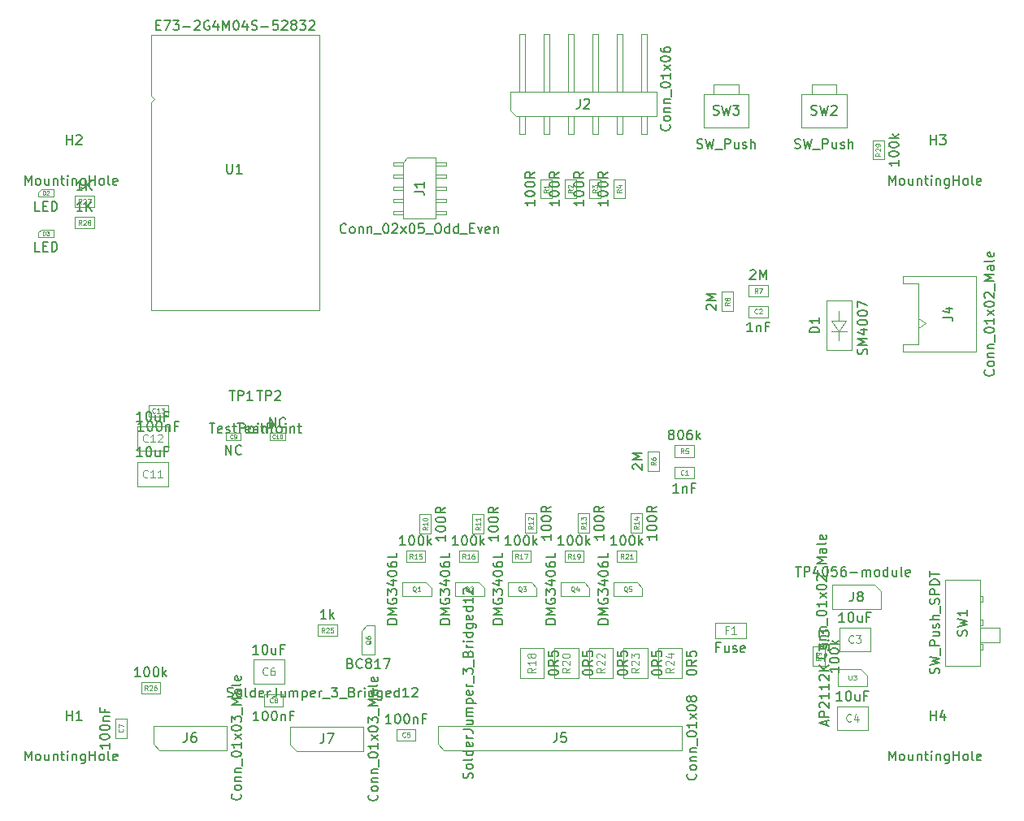
<source format=gbr>
G04 #@! TF.GenerationSoftware,KiCad,Pcbnew,(5.1.5-0-10_14)*
G04 #@! TF.CreationDate,2020-04-17T21:23:15+02:00*
G04 #@! TF.ProjectId,inuk-base,696e756b-2d62-4617-9365-2e6b69636164,rev?*
G04 #@! TF.SameCoordinates,Original*
G04 #@! TF.FileFunction,Other,Fab,Top*
%FSLAX46Y46*%
G04 Gerber Fmt 4.6, Leading zero omitted, Abs format (unit mm)*
G04 Created by KiCad (PCBNEW (5.1.5-0-10_14)) date 2020-04-17 21:23:15*
%MOMM*%
%LPD*%
G04 APERTURE LIST*
%ADD10C,0.100000*%
%ADD11C,0.150000*%
%ADD12C,0.080000*%
%ADD13C,0.120000*%
%ADD14C,0.060000*%
%ADD15C,0.075000*%
G04 APERTURE END LIST*
D10*
X70100000Y-108800000D02*
X68100000Y-108800000D01*
X70100000Y-107600000D02*
X70100000Y-108800000D01*
X68100000Y-107600000D02*
X70100000Y-107600000D01*
X68100000Y-108800000D02*
X68100000Y-107600000D01*
X66900000Y-109850000D02*
X70100000Y-109850000D01*
X66900000Y-112350000D02*
X66900000Y-109850000D01*
X70100000Y-112350000D02*
X66900000Y-112350000D01*
X70100000Y-109850000D02*
X70100000Y-112350000D01*
X66900000Y-113550000D02*
X70100000Y-113550000D01*
X66900000Y-116050000D02*
X66900000Y-113550000D01*
X70100000Y-116050000D02*
X66900000Y-116050000D01*
X70100000Y-113550000D02*
X70100000Y-116050000D01*
X80700000Y-110500000D02*
X82300000Y-110500000D01*
X80700000Y-111300000D02*
X80700000Y-110500000D01*
X82300000Y-111300000D02*
X80700000Y-111300000D01*
X82300000Y-110500000D02*
X82300000Y-111300000D01*
X77700000Y-111300000D02*
X76100000Y-111300000D01*
X77700000Y-110500000D02*
X77700000Y-111300000D01*
X76100000Y-110500000D02*
X77700000Y-110500000D01*
X76100000Y-111300000D02*
X76100000Y-110500000D01*
X140800000Y-78650000D02*
X136100000Y-78650000D01*
X140800000Y-75150000D02*
X136100000Y-75150000D01*
X136100000Y-78650000D02*
X136100000Y-75150000D01*
X140800000Y-78650000D02*
X140800000Y-75150000D01*
X139750000Y-74150000D02*
X137150000Y-74150000D01*
X139750000Y-74150000D02*
X139750000Y-75150000D01*
X137150000Y-74150000D02*
X137150000Y-75150000D01*
X130600000Y-78650000D02*
X125900000Y-78650000D01*
X130600000Y-75150000D02*
X125900000Y-75150000D01*
X125900000Y-78650000D02*
X125900000Y-75150000D01*
X130600000Y-78650000D02*
X130600000Y-75150000D01*
X129550000Y-74150000D02*
X126950000Y-74150000D01*
X129550000Y-74150000D02*
X129550000Y-75150000D01*
X126950000Y-74150000D02*
X126950000Y-75150000D01*
X149007107Y-99100000D02*
X148300000Y-98600000D01*
X148300000Y-99600000D02*
X149007107Y-99100000D01*
X146700000Y-94150000D02*
X154300000Y-94150000D01*
X146700000Y-102050000D02*
X154300000Y-102050000D01*
X154300000Y-102050000D02*
X154300000Y-94150000D01*
X146700000Y-94950000D02*
X146700000Y-94150000D01*
X148300000Y-94950000D02*
X146700000Y-94950000D01*
X148300000Y-101250000D02*
X148300000Y-94950000D01*
X146700000Y-101250000D02*
X148300000Y-101250000D01*
X146700000Y-102050000D02*
X146700000Y-101250000D01*
X154700000Y-132300000D02*
X154700000Y-132300000D01*
X156700000Y-132300000D02*
X154700000Y-132300000D01*
X156700000Y-130800000D02*
X156700000Y-132300000D01*
X154700000Y-130800000D02*
X156700000Y-130800000D01*
X154700000Y-127500000D02*
X154700000Y-127500000D01*
X155000000Y-127500000D02*
X154700000Y-127500000D01*
X155000000Y-128100000D02*
X155000000Y-127500000D01*
X154700000Y-128100000D02*
X155000000Y-128100000D01*
X154700000Y-133100000D02*
X154700000Y-133100000D01*
X155000000Y-133100000D02*
X154700000Y-133100000D01*
X155000000Y-132500000D02*
X155000000Y-133100000D01*
X154700000Y-132500000D02*
X155000000Y-132500000D01*
X154700000Y-130600000D02*
X154700000Y-130600000D01*
X155000000Y-130600000D02*
X154700000Y-130600000D01*
X155000000Y-130000000D02*
X155000000Y-130600000D01*
X154700000Y-130000000D02*
X155000000Y-130000000D01*
X154700000Y-131800000D02*
X154700000Y-131800000D01*
X154700000Y-134800000D02*
X154700000Y-134800000D01*
X151100000Y-134800000D02*
X154700000Y-134800000D01*
X154700000Y-134800000D02*
X154700000Y-134800000D01*
X154700000Y-134700000D02*
X154700000Y-134800000D01*
X154700000Y-125800000D02*
X154700000Y-134700000D01*
X151100000Y-125800000D02*
X154700000Y-125800000D01*
X151100000Y-134800000D02*
X151100000Y-125800000D01*
X143735000Y-126330000D02*
X144370000Y-126965000D01*
X139290000Y-126330000D02*
X143735000Y-126330000D01*
X139290000Y-128870000D02*
X139290000Y-126330000D01*
X144370000Y-128870000D02*
X139290000Y-128870000D01*
X144370000Y-126965000D02*
X144370000Y-128870000D01*
X144700000Y-80000000D02*
X144700000Y-82000000D01*
X143500000Y-80000000D02*
X144700000Y-80000000D01*
X143500000Y-82000000D02*
X143500000Y-80000000D01*
X144700000Y-82000000D02*
X143500000Y-82000000D01*
X60400000Y-88000000D02*
X62400000Y-88000000D01*
X60400000Y-89200000D02*
X60400000Y-88000000D01*
X62400000Y-89200000D02*
X60400000Y-89200000D01*
X62400000Y-88000000D02*
X62400000Y-89200000D01*
X60400000Y-85800000D02*
X62400000Y-85800000D01*
X60400000Y-87000000D02*
X60400000Y-85800000D01*
X62400000Y-87000000D02*
X60400000Y-87000000D01*
X62400000Y-85800000D02*
X62400000Y-87000000D01*
X58200000Y-90100000D02*
X58200000Y-89300000D01*
X56600000Y-90100000D02*
X58200000Y-90100000D01*
X56600000Y-89600000D02*
X56600000Y-90100000D01*
X56900000Y-89300000D02*
X56600000Y-89600000D01*
X58200000Y-89300000D02*
X56900000Y-89300000D01*
X58200000Y-85900000D02*
X58200000Y-85100000D01*
X56600000Y-85900000D02*
X58200000Y-85900000D01*
X56600000Y-85400000D02*
X56600000Y-85900000D01*
X56900000Y-85100000D02*
X56600000Y-85400000D01*
X58200000Y-85100000D02*
X56900000Y-85100000D01*
X67300000Y-136500000D02*
X69300000Y-136500000D01*
X67300000Y-137700000D02*
X67300000Y-136500000D01*
X69300000Y-137700000D02*
X67300000Y-137700000D01*
X69300000Y-136500000D02*
X69300000Y-137700000D01*
X85700000Y-130500000D02*
X87700000Y-130500000D01*
X85700000Y-131700000D02*
X85700000Y-130500000D01*
X87700000Y-131700000D02*
X85700000Y-131700000D01*
X87700000Y-130500000D02*
X87700000Y-131700000D01*
X90250000Y-133620000D02*
X91650000Y-133620000D01*
X91650000Y-130580000D02*
X91650000Y-133620000D01*
X90250000Y-131150000D02*
X90800000Y-130580000D01*
X90800000Y-130580000D02*
X91650000Y-130580000D01*
X90250000Y-131150000D02*
X90250000Y-133600000D01*
X83465000Y-143670000D02*
X82830000Y-143035000D01*
X90450000Y-143670000D02*
X83465000Y-143670000D01*
X90450000Y-141130000D02*
X90450000Y-143670000D01*
X82830000Y-141130000D02*
X90450000Y-141130000D01*
X82830000Y-143035000D02*
X82830000Y-141130000D01*
X69225000Y-143570000D02*
X68590000Y-142935000D01*
X76210000Y-143570000D02*
X69225000Y-143570000D01*
X76210000Y-141030000D02*
X76210000Y-143570000D01*
X68590000Y-141030000D02*
X76210000Y-141030000D01*
X68590000Y-142935000D02*
X68590000Y-141030000D01*
X82100000Y-139000000D02*
X80100000Y-139000000D01*
X82100000Y-137800000D02*
X82100000Y-139000000D01*
X80100000Y-137800000D02*
X82100000Y-137800000D01*
X80100000Y-139000000D02*
X80100000Y-137800000D01*
X64600000Y-142300000D02*
X64600000Y-140300000D01*
X65800000Y-142300000D02*
X64600000Y-142300000D01*
X65800000Y-140300000D02*
X65800000Y-142300000D01*
X64600000Y-140300000D02*
X65800000Y-140300000D01*
X79000000Y-134150000D02*
X82200000Y-134150000D01*
X79000000Y-136650000D02*
X79000000Y-134150000D01*
X82200000Y-136650000D02*
X79000000Y-136650000D01*
X82200000Y-134150000D02*
X82200000Y-136650000D01*
X68350000Y-76030000D02*
X68350000Y-97750000D01*
X68350000Y-75330000D02*
X68350000Y-69050000D01*
X68700000Y-75680000D02*
X68350000Y-76030000D01*
X68350000Y-75330000D02*
X68700000Y-75680000D01*
X85850000Y-69050000D02*
X68350000Y-69050000D01*
X85850000Y-97750000D02*
X85850000Y-69050000D01*
X68350000Y-97750000D02*
X85850000Y-97750000D01*
X93900000Y-141400000D02*
X95900000Y-141400000D01*
X93900000Y-142600000D02*
X93900000Y-141400000D01*
X95900000Y-142600000D02*
X93900000Y-142600000D01*
X95900000Y-141400000D02*
X95900000Y-142600000D01*
X98865000Y-143570000D02*
X98230000Y-142935000D01*
X123630000Y-143570000D02*
X98865000Y-143570000D01*
X123630000Y-141030000D02*
X123630000Y-143570000D01*
X98230000Y-141030000D02*
X123630000Y-141030000D01*
X98230000Y-142935000D02*
X98230000Y-141030000D01*
X142950000Y-136950000D02*
X139850000Y-136950000D01*
X139850000Y-136950000D02*
X139850000Y-135150000D01*
X142300000Y-135150000D02*
X139850000Y-135150000D01*
X142950000Y-136950000D02*
X142950000Y-135800000D01*
X142300000Y-135150000D02*
X142950000Y-135800000D01*
X123650000Y-132900000D02*
X123650000Y-136100000D01*
X121150000Y-132900000D02*
X123650000Y-132900000D01*
X121150000Y-136100000D02*
X121150000Y-132900000D01*
X123650000Y-136100000D02*
X121150000Y-136100000D01*
X120050000Y-132900000D02*
X120050000Y-136100000D01*
X117550000Y-132900000D02*
X120050000Y-132900000D01*
X117550000Y-136100000D02*
X117550000Y-132900000D01*
X120050000Y-136100000D02*
X117550000Y-136100000D01*
X116450000Y-132900000D02*
X116450000Y-136100000D01*
X113950000Y-132900000D02*
X116450000Y-132900000D01*
X113950000Y-136100000D02*
X113950000Y-132900000D01*
X116450000Y-136100000D02*
X113950000Y-136100000D01*
X116900000Y-122800000D02*
X118900000Y-122800000D01*
X116900000Y-124000000D02*
X116900000Y-122800000D01*
X118900000Y-124000000D02*
X116900000Y-124000000D01*
X118900000Y-122800000D02*
X118900000Y-124000000D01*
X112850000Y-132900000D02*
X112850000Y-136100000D01*
X110350000Y-132900000D02*
X112850000Y-132900000D01*
X110350000Y-136100000D02*
X110350000Y-132900000D01*
X112850000Y-136100000D02*
X110350000Y-136100000D01*
X111400000Y-122800000D02*
X113400000Y-122800000D01*
X111400000Y-124000000D02*
X111400000Y-122800000D01*
X113400000Y-124000000D02*
X111400000Y-124000000D01*
X113400000Y-122800000D02*
X113400000Y-124000000D01*
X109250000Y-132900000D02*
X109250000Y-136100000D01*
X106750000Y-132900000D02*
X109250000Y-132900000D01*
X106750000Y-136100000D02*
X106750000Y-132900000D01*
X109250000Y-136100000D02*
X106750000Y-136100000D01*
X105900000Y-122800000D02*
X107900000Y-122800000D01*
X105900000Y-124000000D02*
X105900000Y-122800000D01*
X107900000Y-124000000D02*
X105900000Y-124000000D01*
X107900000Y-122800000D02*
X107900000Y-124000000D01*
X100400000Y-122800000D02*
X102400000Y-122800000D01*
X100400000Y-124000000D02*
X100400000Y-122800000D01*
X102400000Y-124000000D02*
X100400000Y-124000000D01*
X102400000Y-122800000D02*
X102400000Y-124000000D01*
X94900000Y-122800000D02*
X96900000Y-122800000D01*
X94900000Y-124000000D02*
X94900000Y-122800000D01*
X96900000Y-124000000D02*
X94900000Y-124000000D01*
X96900000Y-122800000D02*
X96900000Y-124000000D01*
X119500000Y-118900000D02*
X119500000Y-120900000D01*
X118300000Y-118900000D02*
X119500000Y-118900000D01*
X118300000Y-120900000D02*
X118300000Y-118900000D01*
X119500000Y-120900000D02*
X118300000Y-120900000D01*
X114000000Y-118900000D02*
X114000000Y-120900000D01*
X112800000Y-118900000D02*
X114000000Y-118900000D01*
X112800000Y-120900000D02*
X112800000Y-118900000D01*
X114000000Y-120900000D02*
X112800000Y-120900000D01*
X108500000Y-118900000D02*
X108500000Y-120900000D01*
X107300000Y-118900000D02*
X108500000Y-118900000D01*
X107300000Y-120900000D02*
X107300000Y-118900000D01*
X108500000Y-120900000D02*
X107300000Y-120900000D01*
X103000000Y-119000000D02*
X103000000Y-121000000D01*
X101800000Y-119000000D02*
X103000000Y-119000000D01*
X101800000Y-121000000D02*
X101800000Y-119000000D01*
X103000000Y-121000000D02*
X101800000Y-121000000D01*
X97500000Y-119000000D02*
X97500000Y-121000000D01*
X96300000Y-119000000D02*
X97500000Y-119000000D01*
X96300000Y-121000000D02*
X96300000Y-119000000D01*
X97500000Y-121000000D02*
X96300000Y-121000000D01*
X138500000Y-132800000D02*
X138500000Y-134800000D01*
X137300000Y-132800000D02*
X138500000Y-132800000D01*
X137300000Y-134800000D02*
X137300000Y-132800000D01*
X138500000Y-134800000D02*
X137300000Y-134800000D01*
X127800000Y-97800000D02*
X127800000Y-95800000D01*
X129000000Y-97800000D02*
X127800000Y-97800000D01*
X129000000Y-95800000D02*
X129000000Y-97800000D01*
X127800000Y-95800000D02*
X129000000Y-95800000D01*
X130600000Y-95100000D02*
X132600000Y-95100000D01*
X130600000Y-96300000D02*
X130600000Y-95100000D01*
X132600000Y-96300000D02*
X130600000Y-96300000D01*
X132600000Y-95100000D02*
X132600000Y-96300000D01*
X116480000Y-126100000D02*
X116480000Y-127500000D01*
X119520000Y-127500000D02*
X116480000Y-127500000D01*
X118950000Y-126100000D02*
X119520000Y-126650000D01*
X119520000Y-126650000D02*
X119520000Y-127500000D01*
X118950000Y-126100000D02*
X116500000Y-126100000D01*
X110980000Y-126100000D02*
X110980000Y-127500000D01*
X114020000Y-127500000D02*
X110980000Y-127500000D01*
X113450000Y-126100000D02*
X114020000Y-126650000D01*
X114020000Y-126650000D02*
X114020000Y-127500000D01*
X113450000Y-126100000D02*
X111000000Y-126100000D01*
X105480000Y-126100000D02*
X105480000Y-127500000D01*
X108520000Y-127500000D02*
X105480000Y-127500000D01*
X107950000Y-126100000D02*
X108520000Y-126650000D01*
X108520000Y-126650000D02*
X108520000Y-127500000D01*
X107950000Y-126100000D02*
X105500000Y-126100000D01*
X99980000Y-126100000D02*
X99980000Y-127500000D01*
X103020000Y-127500000D02*
X99980000Y-127500000D01*
X102450000Y-126100000D02*
X103020000Y-126650000D01*
X103020000Y-126650000D02*
X103020000Y-127500000D01*
X102450000Y-126100000D02*
X100000000Y-126100000D01*
X94480000Y-126100000D02*
X94480000Y-127500000D01*
X97520000Y-127500000D02*
X94480000Y-127500000D01*
X96950000Y-126100000D02*
X97520000Y-126650000D01*
X97520000Y-126650000D02*
X97520000Y-127500000D01*
X96950000Y-126100000D02*
X94500000Y-126100000D01*
X139800000Y-139000000D02*
X143000000Y-139000000D01*
X139800000Y-141500000D02*
X139800000Y-139000000D01*
X143000000Y-141500000D02*
X139800000Y-141500000D01*
X143000000Y-139000000D02*
X143000000Y-141500000D01*
X140050000Y-130800000D02*
X143250000Y-130800000D01*
X140050000Y-133300000D02*
X140050000Y-130800000D01*
X143250000Y-133300000D02*
X140050000Y-133300000D01*
X143250000Y-130800000D02*
X143250000Y-133300000D01*
X132600000Y-98450000D02*
X130600000Y-98450000D01*
X132600000Y-97250000D02*
X132600000Y-98450000D01*
X130600000Y-97250000D02*
X132600000Y-97250000D01*
X130600000Y-98450000D02*
X130600000Y-97250000D01*
X120100000Y-114450000D02*
X120100000Y-112450000D01*
X121300000Y-114450000D02*
X120100000Y-114450000D01*
X121300000Y-112450000D02*
X121300000Y-114450000D01*
X120100000Y-112450000D02*
X121300000Y-112450000D01*
X122900000Y-111800000D02*
X124900000Y-111800000D01*
X122900000Y-113000000D02*
X122900000Y-111800000D01*
X124900000Y-113000000D02*
X122900000Y-113000000D01*
X124900000Y-111800000D02*
X124900000Y-113000000D01*
X130300000Y-131900000D02*
X127100000Y-131900000D01*
X130300000Y-130300000D02*
X130300000Y-131900000D01*
X127100000Y-130300000D02*
X130300000Y-130300000D01*
X127100000Y-131900000D02*
X127100000Y-130300000D01*
X140001020Y-99949440D02*
X139200920Y-98798820D01*
X140001020Y-99949440D02*
X140750320Y-98798820D01*
X140750320Y-98798820D02*
X139200920Y-98798820D01*
X139200920Y-99949440D02*
X140801120Y-99949440D01*
X140001020Y-98798820D02*
X140001020Y-97800600D01*
X140001020Y-99949440D02*
X140001020Y-100851140D01*
X141300000Y-96700000D02*
X138700000Y-96700000D01*
X141300000Y-101900000D02*
X141300000Y-96700000D01*
X138700000Y-101900000D02*
X141300000Y-101900000D01*
X138700000Y-96700000D02*
X138700000Y-101900000D01*
X124900000Y-115250000D02*
X122900000Y-115250000D01*
X124900000Y-114050000D02*
X124900000Y-115250000D01*
X122900000Y-114050000D02*
X124900000Y-114050000D01*
X122900000Y-115250000D02*
X122900000Y-114050000D01*
X116500000Y-86050000D02*
X116500000Y-84050000D01*
X117700000Y-86050000D02*
X116500000Y-86050000D01*
X117700000Y-84050000D02*
X117700000Y-86050000D01*
X116500000Y-84050000D02*
X117700000Y-84050000D01*
X114000000Y-86050000D02*
X114000000Y-84050000D01*
X115200000Y-86050000D02*
X114000000Y-86050000D01*
X115200000Y-84050000D02*
X115200000Y-86050000D01*
X114000000Y-84050000D02*
X115200000Y-84050000D01*
X111450000Y-86050000D02*
X111450000Y-84050000D01*
X112650000Y-86050000D02*
X111450000Y-86050000D01*
X112650000Y-84050000D02*
X112650000Y-86050000D01*
X111450000Y-84050000D02*
X112650000Y-84050000D01*
X108900000Y-86050000D02*
X108900000Y-84050000D01*
X110100000Y-86050000D02*
X108900000Y-86050000D01*
X110100000Y-84050000D02*
X110100000Y-86050000D01*
X108900000Y-84050000D02*
X110100000Y-84050000D01*
X120020000Y-74960000D02*
X120020000Y-68960000D01*
X119380000Y-68960000D02*
X120020000Y-68960000D01*
X119380000Y-74960000D02*
X119380000Y-68960000D01*
X120020000Y-79320000D02*
X120020000Y-77500000D01*
X119380000Y-79320000D02*
X120020000Y-79320000D01*
X119380000Y-79320000D02*
X119380000Y-77500000D01*
X117480000Y-74960000D02*
X117480000Y-68960000D01*
X116840000Y-68960000D02*
X117480000Y-68960000D01*
X116840000Y-74960000D02*
X116840000Y-68960000D01*
X117480000Y-79320000D02*
X117480000Y-77500000D01*
X116840000Y-79320000D02*
X117480000Y-79320000D01*
X116840000Y-79320000D02*
X116840000Y-77500000D01*
X114940000Y-74960000D02*
X114940000Y-68960000D01*
X114300000Y-68960000D02*
X114940000Y-68960000D01*
X114300000Y-74960000D02*
X114300000Y-68960000D01*
X114940000Y-79320000D02*
X114940000Y-77500000D01*
X114300000Y-79320000D02*
X114940000Y-79320000D01*
X114300000Y-79320000D02*
X114300000Y-77500000D01*
X112400000Y-74960000D02*
X112400000Y-68960000D01*
X111760000Y-68960000D02*
X112400000Y-68960000D01*
X111760000Y-74960000D02*
X111760000Y-68960000D01*
X112400000Y-79320000D02*
X112400000Y-77500000D01*
X111760000Y-79320000D02*
X112400000Y-79320000D01*
X111760000Y-79320000D02*
X111760000Y-77500000D01*
X109860000Y-74960000D02*
X109860000Y-68960000D01*
X109220000Y-68960000D02*
X109860000Y-68960000D01*
X109220000Y-74960000D02*
X109220000Y-68960000D01*
X109860000Y-79320000D02*
X109860000Y-77500000D01*
X109220000Y-79320000D02*
X109860000Y-79320000D01*
X109220000Y-79320000D02*
X109220000Y-77500000D01*
X107320000Y-74960000D02*
X107320000Y-68960000D01*
X106680000Y-68960000D02*
X107320000Y-68960000D01*
X106680000Y-74960000D02*
X106680000Y-68960000D01*
X107320000Y-79320000D02*
X107320000Y-77500000D01*
X106680000Y-79320000D02*
X107320000Y-79320000D01*
X106680000Y-79320000D02*
X106680000Y-77500000D01*
X106365000Y-77500000D02*
X105730000Y-76865000D01*
X120970000Y-77500000D02*
X106365000Y-77500000D01*
X120970000Y-74960000D02*
X120970000Y-77500000D01*
X105730000Y-74960000D02*
X120970000Y-74960000D01*
X105730000Y-76865000D02*
X105730000Y-74960000D01*
X99050000Y-87740000D02*
X98005000Y-87740000D01*
X99050000Y-87340000D02*
X99050000Y-87740000D01*
X98005000Y-87340000D02*
X99050000Y-87340000D01*
X93550000Y-87740000D02*
X94595000Y-87740000D01*
X93550000Y-87340000D02*
X93550000Y-87740000D01*
X94595000Y-87340000D02*
X93550000Y-87340000D01*
X99050000Y-86470000D02*
X98005000Y-86470000D01*
X99050000Y-86070000D02*
X99050000Y-86470000D01*
X98005000Y-86070000D02*
X99050000Y-86070000D01*
X93550000Y-86470000D02*
X94595000Y-86470000D01*
X93550000Y-86070000D02*
X93550000Y-86470000D01*
X94595000Y-86070000D02*
X93550000Y-86070000D01*
X99050000Y-85200000D02*
X98005000Y-85200000D01*
X99050000Y-84800000D02*
X99050000Y-85200000D01*
X98005000Y-84800000D02*
X99050000Y-84800000D01*
X93550000Y-85200000D02*
X94595000Y-85200000D01*
X93550000Y-84800000D02*
X93550000Y-85200000D01*
X94595000Y-84800000D02*
X93550000Y-84800000D01*
X99050000Y-83930000D02*
X98005000Y-83930000D01*
X99050000Y-83530000D02*
X99050000Y-83930000D01*
X98005000Y-83530000D02*
X99050000Y-83530000D01*
X93550000Y-83930000D02*
X94595000Y-83930000D01*
X93550000Y-83530000D02*
X93550000Y-83930000D01*
X94595000Y-83530000D02*
X93550000Y-83530000D01*
X99050000Y-82660000D02*
X98005000Y-82660000D01*
X99050000Y-82260000D02*
X99050000Y-82660000D01*
X98005000Y-82260000D02*
X99050000Y-82260000D01*
X93550000Y-82660000D02*
X94595000Y-82660000D01*
X93550000Y-82260000D02*
X93550000Y-82660000D01*
X94595000Y-82260000D02*
X93550000Y-82260000D01*
X98005000Y-81825000D02*
X98005000Y-88175000D01*
X94595000Y-82260000D02*
X95030000Y-81825000D01*
X94595000Y-88175000D02*
X94595000Y-82260000D01*
X95030000Y-81825000D02*
X98005000Y-81825000D01*
X98005000Y-88175000D02*
X94595000Y-88175000D01*
D11*
X67552380Y-110302380D02*
X66980952Y-110302380D01*
X67266666Y-110302380D02*
X67266666Y-109302380D01*
X67171428Y-109445238D01*
X67076190Y-109540476D01*
X66980952Y-109588095D01*
X68171428Y-109302380D02*
X68266666Y-109302380D01*
X68361904Y-109350000D01*
X68409523Y-109397619D01*
X68457142Y-109492857D01*
X68504761Y-109683333D01*
X68504761Y-109921428D01*
X68457142Y-110111904D01*
X68409523Y-110207142D01*
X68361904Y-110254761D01*
X68266666Y-110302380D01*
X68171428Y-110302380D01*
X68076190Y-110254761D01*
X68028571Y-110207142D01*
X67980952Y-110111904D01*
X67933333Y-109921428D01*
X67933333Y-109683333D01*
X67980952Y-109492857D01*
X68028571Y-109397619D01*
X68076190Y-109350000D01*
X68171428Y-109302380D01*
X69123809Y-109302380D02*
X69219047Y-109302380D01*
X69314285Y-109350000D01*
X69361904Y-109397619D01*
X69409523Y-109492857D01*
X69457142Y-109683333D01*
X69457142Y-109921428D01*
X69409523Y-110111904D01*
X69361904Y-110207142D01*
X69314285Y-110254761D01*
X69219047Y-110302380D01*
X69123809Y-110302380D01*
X69028571Y-110254761D01*
X68980952Y-110207142D01*
X68933333Y-110111904D01*
X68885714Y-109921428D01*
X68885714Y-109683333D01*
X68933333Y-109492857D01*
X68980952Y-109397619D01*
X69028571Y-109350000D01*
X69123809Y-109302380D01*
X69885714Y-109635714D02*
X69885714Y-110302380D01*
X69885714Y-109730952D02*
X69933333Y-109683333D01*
X70028571Y-109635714D01*
X70171428Y-109635714D01*
X70266666Y-109683333D01*
X70314285Y-109778571D01*
X70314285Y-110302380D01*
X71123809Y-109778571D02*
X70790476Y-109778571D01*
X70790476Y-110302380D02*
X70790476Y-109302380D01*
X71266666Y-109302380D01*
D12*
X68778571Y-108378571D02*
X68754761Y-108402380D01*
X68683333Y-108426190D01*
X68635714Y-108426190D01*
X68564285Y-108402380D01*
X68516666Y-108354761D01*
X68492857Y-108307142D01*
X68469047Y-108211904D01*
X68469047Y-108140476D01*
X68492857Y-108045238D01*
X68516666Y-107997619D01*
X68564285Y-107950000D01*
X68635714Y-107926190D01*
X68683333Y-107926190D01*
X68754761Y-107950000D01*
X68778571Y-107973809D01*
X69254761Y-108426190D02*
X68969047Y-108426190D01*
X69111904Y-108426190D02*
X69111904Y-107926190D01*
X69064285Y-107997619D01*
X69016666Y-108045238D01*
X68969047Y-108069047D01*
X69421428Y-107926190D02*
X69730952Y-107926190D01*
X69564285Y-108116666D01*
X69635714Y-108116666D01*
X69683333Y-108140476D01*
X69707142Y-108164285D01*
X69730952Y-108211904D01*
X69730952Y-108330952D01*
X69707142Y-108378571D01*
X69683333Y-108402380D01*
X69635714Y-108426190D01*
X69492857Y-108426190D01*
X69445238Y-108402380D01*
X69421428Y-108378571D01*
D11*
X67428571Y-109272380D02*
X66857142Y-109272380D01*
X67142857Y-109272380D02*
X67142857Y-108272380D01*
X67047619Y-108415238D01*
X66952380Y-108510476D01*
X66857142Y-108558095D01*
X68047619Y-108272380D02*
X68142857Y-108272380D01*
X68238095Y-108320000D01*
X68285714Y-108367619D01*
X68333333Y-108462857D01*
X68380952Y-108653333D01*
X68380952Y-108891428D01*
X68333333Y-109081904D01*
X68285714Y-109177142D01*
X68238095Y-109224761D01*
X68142857Y-109272380D01*
X68047619Y-109272380D01*
X67952380Y-109224761D01*
X67904761Y-109177142D01*
X67857142Y-109081904D01*
X67809523Y-108891428D01*
X67809523Y-108653333D01*
X67857142Y-108462857D01*
X67904761Y-108367619D01*
X67952380Y-108320000D01*
X68047619Y-108272380D01*
X69238095Y-108605714D02*
X69238095Y-109272380D01*
X68809523Y-108605714D02*
X68809523Y-109129523D01*
X68857142Y-109224761D01*
X68952380Y-109272380D01*
X69095238Y-109272380D01*
X69190476Y-109224761D01*
X69238095Y-109177142D01*
X70047619Y-108748571D02*
X69714285Y-108748571D01*
X69714285Y-109272380D02*
X69714285Y-108272380D01*
X70190476Y-108272380D01*
D13*
X67985714Y-111385714D02*
X67947619Y-111423809D01*
X67833333Y-111461904D01*
X67757142Y-111461904D01*
X67642857Y-111423809D01*
X67566666Y-111347619D01*
X67528571Y-111271428D01*
X67490476Y-111119047D01*
X67490476Y-111004761D01*
X67528571Y-110852380D01*
X67566666Y-110776190D01*
X67642857Y-110700000D01*
X67757142Y-110661904D01*
X67833333Y-110661904D01*
X67947619Y-110700000D01*
X67985714Y-110738095D01*
X68747619Y-111461904D02*
X68290476Y-111461904D01*
X68519047Y-111461904D02*
X68519047Y-110661904D01*
X68442857Y-110776190D01*
X68366666Y-110852380D01*
X68290476Y-110890476D01*
X69052380Y-110738095D02*
X69090476Y-110700000D01*
X69166666Y-110661904D01*
X69357142Y-110661904D01*
X69433333Y-110700000D01*
X69471428Y-110738095D01*
X69509523Y-110814285D01*
X69509523Y-110890476D01*
X69471428Y-111004761D01*
X69014285Y-111461904D01*
X69509523Y-111461904D01*
D11*
X67428571Y-112972380D02*
X66857142Y-112972380D01*
X67142857Y-112972380D02*
X67142857Y-111972380D01*
X67047619Y-112115238D01*
X66952380Y-112210476D01*
X66857142Y-112258095D01*
X68047619Y-111972380D02*
X68142857Y-111972380D01*
X68238095Y-112020000D01*
X68285714Y-112067619D01*
X68333333Y-112162857D01*
X68380952Y-112353333D01*
X68380952Y-112591428D01*
X68333333Y-112781904D01*
X68285714Y-112877142D01*
X68238095Y-112924761D01*
X68142857Y-112972380D01*
X68047619Y-112972380D01*
X67952380Y-112924761D01*
X67904761Y-112877142D01*
X67857142Y-112781904D01*
X67809523Y-112591428D01*
X67809523Y-112353333D01*
X67857142Y-112162857D01*
X67904761Y-112067619D01*
X67952380Y-112020000D01*
X68047619Y-111972380D01*
X69238095Y-112305714D02*
X69238095Y-112972380D01*
X68809523Y-112305714D02*
X68809523Y-112829523D01*
X68857142Y-112924761D01*
X68952380Y-112972380D01*
X69095238Y-112972380D01*
X69190476Y-112924761D01*
X69238095Y-112877142D01*
X70047619Y-112448571D02*
X69714285Y-112448571D01*
X69714285Y-112972380D02*
X69714285Y-111972380D01*
X70190476Y-111972380D01*
D13*
X67985714Y-115085714D02*
X67947619Y-115123809D01*
X67833333Y-115161904D01*
X67757142Y-115161904D01*
X67642857Y-115123809D01*
X67566666Y-115047619D01*
X67528571Y-114971428D01*
X67490476Y-114819047D01*
X67490476Y-114704761D01*
X67528571Y-114552380D01*
X67566666Y-114476190D01*
X67642857Y-114400000D01*
X67757142Y-114361904D01*
X67833333Y-114361904D01*
X67947619Y-114400000D01*
X67985714Y-114438095D01*
X68747619Y-115161904D02*
X68290476Y-115161904D01*
X68519047Y-115161904D02*
X68519047Y-114361904D01*
X68442857Y-114476190D01*
X68366666Y-114552380D01*
X68290476Y-114590476D01*
X69509523Y-115161904D02*
X69052380Y-115161904D01*
X69280952Y-115161904D02*
X69280952Y-114361904D01*
X69204761Y-114476190D01*
X69128571Y-114552380D01*
X69052380Y-114590476D01*
D11*
X80714285Y-109922380D02*
X80714285Y-108922380D01*
X81285714Y-109922380D01*
X81285714Y-108922380D01*
X82333333Y-109827142D02*
X82285714Y-109874761D01*
X82142857Y-109922380D01*
X82047619Y-109922380D01*
X81904761Y-109874761D01*
X81809523Y-109779523D01*
X81761904Y-109684285D01*
X81714285Y-109493809D01*
X81714285Y-109350952D01*
X81761904Y-109160476D01*
X81809523Y-109065238D01*
X81904761Y-108970000D01*
X82047619Y-108922380D01*
X82142857Y-108922380D01*
X82285714Y-108970000D01*
X82333333Y-109017619D01*
D14*
X81242857Y-111042857D02*
X81223809Y-111061904D01*
X81166666Y-111080952D01*
X81128571Y-111080952D01*
X81071428Y-111061904D01*
X81033333Y-111023809D01*
X81014285Y-110985714D01*
X80995238Y-110909523D01*
X80995238Y-110852380D01*
X81014285Y-110776190D01*
X81033333Y-110738095D01*
X81071428Y-110700000D01*
X81128571Y-110680952D01*
X81166666Y-110680952D01*
X81223809Y-110700000D01*
X81242857Y-110719047D01*
X81623809Y-111080952D02*
X81395238Y-111080952D01*
X81509523Y-111080952D02*
X81509523Y-110680952D01*
X81471428Y-110738095D01*
X81433333Y-110776190D01*
X81395238Y-110795238D01*
X81871428Y-110680952D02*
X81909523Y-110680952D01*
X81947619Y-110700000D01*
X81966666Y-110719047D01*
X81985714Y-110757142D01*
X82004761Y-110833333D01*
X82004761Y-110928571D01*
X81985714Y-111004761D01*
X81966666Y-111042857D01*
X81947619Y-111061904D01*
X81909523Y-111080952D01*
X81871428Y-111080952D01*
X81833333Y-111061904D01*
X81814285Y-111042857D01*
X81795238Y-111004761D01*
X81776190Y-110928571D01*
X81776190Y-110833333D01*
X81795238Y-110757142D01*
X81814285Y-110719047D01*
X81833333Y-110700000D01*
X81871428Y-110680952D01*
D11*
X76114285Y-112782380D02*
X76114285Y-111782380D01*
X76685714Y-112782380D01*
X76685714Y-111782380D01*
X77733333Y-112687142D02*
X77685714Y-112734761D01*
X77542857Y-112782380D01*
X77447619Y-112782380D01*
X77304761Y-112734761D01*
X77209523Y-112639523D01*
X77161904Y-112544285D01*
X77114285Y-112353809D01*
X77114285Y-112210952D01*
X77161904Y-112020476D01*
X77209523Y-111925238D01*
X77304761Y-111830000D01*
X77447619Y-111782380D01*
X77542857Y-111782380D01*
X77685714Y-111830000D01*
X77733333Y-111877619D01*
D14*
X76833333Y-111042857D02*
X76814285Y-111061904D01*
X76757142Y-111080952D01*
X76719047Y-111080952D01*
X76661904Y-111061904D01*
X76623809Y-111023809D01*
X76604761Y-110985714D01*
X76585714Y-110909523D01*
X76585714Y-110852380D01*
X76604761Y-110776190D01*
X76623809Y-110738095D01*
X76661904Y-110700000D01*
X76719047Y-110680952D01*
X76757142Y-110680952D01*
X76814285Y-110700000D01*
X76833333Y-110719047D01*
X77023809Y-111080952D02*
X77100000Y-111080952D01*
X77138095Y-111061904D01*
X77157142Y-111042857D01*
X77195238Y-110985714D01*
X77214285Y-110909523D01*
X77214285Y-110757142D01*
X77195238Y-110719047D01*
X77176190Y-110700000D01*
X77138095Y-110680952D01*
X77061904Y-110680952D01*
X77023809Y-110700000D01*
X77004761Y-110719047D01*
X76985714Y-110757142D01*
X76985714Y-110852380D01*
X77004761Y-110890476D01*
X77023809Y-110909523D01*
X77061904Y-110928571D01*
X77138095Y-110928571D01*
X77176190Y-110909523D01*
X77195238Y-110890476D01*
X77214285Y-110852380D01*
D11*
X135402380Y-80804761D02*
X135545238Y-80852380D01*
X135783333Y-80852380D01*
X135878571Y-80804761D01*
X135926190Y-80757142D01*
X135973809Y-80661904D01*
X135973809Y-80566666D01*
X135926190Y-80471428D01*
X135878571Y-80423809D01*
X135783333Y-80376190D01*
X135592857Y-80328571D01*
X135497619Y-80280952D01*
X135450000Y-80233333D01*
X135402380Y-80138095D01*
X135402380Y-80042857D01*
X135450000Y-79947619D01*
X135497619Y-79900000D01*
X135592857Y-79852380D01*
X135830952Y-79852380D01*
X135973809Y-79900000D01*
X136307142Y-79852380D02*
X136545238Y-80852380D01*
X136735714Y-80138095D01*
X136926190Y-80852380D01*
X137164285Y-79852380D01*
X137307142Y-80947619D02*
X138069047Y-80947619D01*
X138307142Y-80852380D02*
X138307142Y-79852380D01*
X138688095Y-79852380D01*
X138783333Y-79900000D01*
X138830952Y-79947619D01*
X138878571Y-80042857D01*
X138878571Y-80185714D01*
X138830952Y-80280952D01*
X138783333Y-80328571D01*
X138688095Y-80376190D01*
X138307142Y-80376190D01*
X139735714Y-80185714D02*
X139735714Y-80852380D01*
X139307142Y-80185714D02*
X139307142Y-80709523D01*
X139354761Y-80804761D01*
X139450000Y-80852380D01*
X139592857Y-80852380D01*
X139688095Y-80804761D01*
X139735714Y-80757142D01*
X140164285Y-80804761D02*
X140259523Y-80852380D01*
X140450000Y-80852380D01*
X140545238Y-80804761D01*
X140592857Y-80709523D01*
X140592857Y-80661904D01*
X140545238Y-80566666D01*
X140450000Y-80519047D01*
X140307142Y-80519047D01*
X140211904Y-80471428D01*
X140164285Y-80376190D01*
X140164285Y-80328571D01*
X140211904Y-80233333D01*
X140307142Y-80185714D01*
X140450000Y-80185714D01*
X140545238Y-80233333D01*
X141021428Y-80852380D02*
X141021428Y-79852380D01*
X141450000Y-80852380D02*
X141450000Y-80328571D01*
X141402380Y-80233333D01*
X141307142Y-80185714D01*
X141164285Y-80185714D01*
X141069047Y-80233333D01*
X141021428Y-80280952D01*
X137116666Y-77304761D02*
X137259523Y-77352380D01*
X137497619Y-77352380D01*
X137592857Y-77304761D01*
X137640476Y-77257142D01*
X137688095Y-77161904D01*
X137688095Y-77066666D01*
X137640476Y-76971428D01*
X137592857Y-76923809D01*
X137497619Y-76876190D01*
X137307142Y-76828571D01*
X137211904Y-76780952D01*
X137164285Y-76733333D01*
X137116666Y-76638095D01*
X137116666Y-76542857D01*
X137164285Y-76447619D01*
X137211904Y-76400000D01*
X137307142Y-76352380D01*
X137545238Y-76352380D01*
X137688095Y-76400000D01*
X138021428Y-76352380D02*
X138259523Y-77352380D01*
X138450000Y-76638095D01*
X138640476Y-77352380D01*
X138878571Y-76352380D01*
X139211904Y-76447619D02*
X139259523Y-76400000D01*
X139354761Y-76352380D01*
X139592857Y-76352380D01*
X139688095Y-76400000D01*
X139735714Y-76447619D01*
X139783333Y-76542857D01*
X139783333Y-76638095D01*
X139735714Y-76780952D01*
X139164285Y-77352380D01*
X139783333Y-77352380D01*
X125202380Y-80804761D02*
X125345238Y-80852380D01*
X125583333Y-80852380D01*
X125678571Y-80804761D01*
X125726190Y-80757142D01*
X125773809Y-80661904D01*
X125773809Y-80566666D01*
X125726190Y-80471428D01*
X125678571Y-80423809D01*
X125583333Y-80376190D01*
X125392857Y-80328571D01*
X125297619Y-80280952D01*
X125250000Y-80233333D01*
X125202380Y-80138095D01*
X125202380Y-80042857D01*
X125250000Y-79947619D01*
X125297619Y-79900000D01*
X125392857Y-79852380D01*
X125630952Y-79852380D01*
X125773809Y-79900000D01*
X126107142Y-79852380D02*
X126345238Y-80852380D01*
X126535714Y-80138095D01*
X126726190Y-80852380D01*
X126964285Y-79852380D01*
X127107142Y-80947619D02*
X127869047Y-80947619D01*
X128107142Y-80852380D02*
X128107142Y-79852380D01*
X128488095Y-79852380D01*
X128583333Y-79900000D01*
X128630952Y-79947619D01*
X128678571Y-80042857D01*
X128678571Y-80185714D01*
X128630952Y-80280952D01*
X128583333Y-80328571D01*
X128488095Y-80376190D01*
X128107142Y-80376190D01*
X129535714Y-80185714D02*
X129535714Y-80852380D01*
X129107142Y-80185714D02*
X129107142Y-80709523D01*
X129154761Y-80804761D01*
X129250000Y-80852380D01*
X129392857Y-80852380D01*
X129488095Y-80804761D01*
X129535714Y-80757142D01*
X129964285Y-80804761D02*
X130059523Y-80852380D01*
X130250000Y-80852380D01*
X130345238Y-80804761D01*
X130392857Y-80709523D01*
X130392857Y-80661904D01*
X130345238Y-80566666D01*
X130250000Y-80519047D01*
X130107142Y-80519047D01*
X130011904Y-80471428D01*
X129964285Y-80376190D01*
X129964285Y-80328571D01*
X130011904Y-80233333D01*
X130107142Y-80185714D01*
X130250000Y-80185714D01*
X130345238Y-80233333D01*
X130821428Y-80852380D02*
X130821428Y-79852380D01*
X131250000Y-80852380D02*
X131250000Y-80328571D01*
X131202380Y-80233333D01*
X131107142Y-80185714D01*
X130964285Y-80185714D01*
X130869047Y-80233333D01*
X130821428Y-80280952D01*
X126916666Y-77304761D02*
X127059523Y-77352380D01*
X127297619Y-77352380D01*
X127392857Y-77304761D01*
X127440476Y-77257142D01*
X127488095Y-77161904D01*
X127488095Y-77066666D01*
X127440476Y-76971428D01*
X127392857Y-76923809D01*
X127297619Y-76876190D01*
X127107142Y-76828571D01*
X127011904Y-76780952D01*
X126964285Y-76733333D01*
X126916666Y-76638095D01*
X126916666Y-76542857D01*
X126964285Y-76447619D01*
X127011904Y-76400000D01*
X127107142Y-76352380D01*
X127345238Y-76352380D01*
X127488095Y-76400000D01*
X127821428Y-76352380D02*
X128059523Y-77352380D01*
X128250000Y-76638095D01*
X128440476Y-77352380D01*
X128678571Y-76352380D01*
X128964285Y-76352380D02*
X129583333Y-76352380D01*
X129250000Y-76733333D01*
X129392857Y-76733333D01*
X129488095Y-76780952D01*
X129535714Y-76828571D01*
X129583333Y-76923809D01*
X129583333Y-77161904D01*
X129535714Y-77257142D01*
X129488095Y-77304761D01*
X129392857Y-77352380D01*
X129107142Y-77352380D01*
X129011904Y-77304761D01*
X128964285Y-77257142D01*
X156057142Y-103933333D02*
X156104761Y-103980952D01*
X156152380Y-104123809D01*
X156152380Y-104219047D01*
X156104761Y-104361904D01*
X156009523Y-104457142D01*
X155914285Y-104504761D01*
X155723809Y-104552380D01*
X155580952Y-104552380D01*
X155390476Y-104504761D01*
X155295238Y-104457142D01*
X155200000Y-104361904D01*
X155152380Y-104219047D01*
X155152380Y-104123809D01*
X155200000Y-103980952D01*
X155247619Y-103933333D01*
X156152380Y-103361904D02*
X156104761Y-103457142D01*
X156057142Y-103504761D01*
X155961904Y-103552380D01*
X155676190Y-103552380D01*
X155580952Y-103504761D01*
X155533333Y-103457142D01*
X155485714Y-103361904D01*
X155485714Y-103219047D01*
X155533333Y-103123809D01*
X155580952Y-103076190D01*
X155676190Y-103028571D01*
X155961904Y-103028571D01*
X156057142Y-103076190D01*
X156104761Y-103123809D01*
X156152380Y-103219047D01*
X156152380Y-103361904D01*
X155485714Y-102600000D02*
X156152380Y-102600000D01*
X155580952Y-102600000D02*
X155533333Y-102552380D01*
X155485714Y-102457142D01*
X155485714Y-102314285D01*
X155533333Y-102219047D01*
X155628571Y-102171428D01*
X156152380Y-102171428D01*
X155485714Y-101695238D02*
X156152380Y-101695238D01*
X155580952Y-101695238D02*
X155533333Y-101647619D01*
X155485714Y-101552380D01*
X155485714Y-101409523D01*
X155533333Y-101314285D01*
X155628571Y-101266666D01*
X156152380Y-101266666D01*
X156247619Y-101028571D02*
X156247619Y-100266666D01*
X155152380Y-99838095D02*
X155152380Y-99742857D01*
X155200000Y-99647619D01*
X155247619Y-99600000D01*
X155342857Y-99552380D01*
X155533333Y-99504761D01*
X155771428Y-99504761D01*
X155961904Y-99552380D01*
X156057142Y-99600000D01*
X156104761Y-99647619D01*
X156152380Y-99742857D01*
X156152380Y-99838095D01*
X156104761Y-99933333D01*
X156057142Y-99980952D01*
X155961904Y-100028571D01*
X155771428Y-100076190D01*
X155533333Y-100076190D01*
X155342857Y-100028571D01*
X155247619Y-99980952D01*
X155200000Y-99933333D01*
X155152380Y-99838095D01*
X156152380Y-98552380D02*
X156152380Y-99123809D01*
X156152380Y-98838095D02*
X155152380Y-98838095D01*
X155295238Y-98933333D01*
X155390476Y-99028571D01*
X155438095Y-99123809D01*
X156152380Y-98219047D02*
X155485714Y-97695238D01*
X155485714Y-98219047D02*
X156152380Y-97695238D01*
X155152380Y-97123809D02*
X155152380Y-97028571D01*
X155200000Y-96933333D01*
X155247619Y-96885714D01*
X155342857Y-96838095D01*
X155533333Y-96790476D01*
X155771428Y-96790476D01*
X155961904Y-96838095D01*
X156057142Y-96885714D01*
X156104761Y-96933333D01*
X156152380Y-97028571D01*
X156152380Y-97123809D01*
X156104761Y-97219047D01*
X156057142Y-97266666D01*
X155961904Y-97314285D01*
X155771428Y-97361904D01*
X155533333Y-97361904D01*
X155342857Y-97314285D01*
X155247619Y-97266666D01*
X155200000Y-97219047D01*
X155152380Y-97123809D01*
X155247619Y-96409523D02*
X155200000Y-96361904D01*
X155152380Y-96266666D01*
X155152380Y-96028571D01*
X155200000Y-95933333D01*
X155247619Y-95885714D01*
X155342857Y-95838095D01*
X155438095Y-95838095D01*
X155580952Y-95885714D01*
X156152380Y-96457142D01*
X156152380Y-95838095D01*
X156247619Y-95647619D02*
X156247619Y-94885714D01*
X156152380Y-94647619D02*
X155152380Y-94647619D01*
X155866666Y-94314285D01*
X155152380Y-93980952D01*
X156152380Y-93980952D01*
X156152380Y-93076190D02*
X155628571Y-93076190D01*
X155533333Y-93123809D01*
X155485714Y-93219047D01*
X155485714Y-93409523D01*
X155533333Y-93504761D01*
X156104761Y-93076190D02*
X156152380Y-93171428D01*
X156152380Y-93409523D01*
X156104761Y-93504761D01*
X156009523Y-93552380D01*
X155914285Y-93552380D01*
X155819047Y-93504761D01*
X155771428Y-93409523D01*
X155771428Y-93171428D01*
X155723809Y-93076190D01*
X156152380Y-92457142D02*
X156104761Y-92552380D01*
X156009523Y-92600000D01*
X155152380Y-92600000D01*
X156104761Y-91695238D02*
X156152380Y-91790476D01*
X156152380Y-91980952D01*
X156104761Y-92076190D01*
X156009523Y-92123809D01*
X155628571Y-92123809D01*
X155533333Y-92076190D01*
X155485714Y-91980952D01*
X155485714Y-91790476D01*
X155533333Y-91695238D01*
X155628571Y-91647619D01*
X155723809Y-91647619D01*
X155819047Y-92123809D01*
X150852380Y-98433333D02*
X151566666Y-98433333D01*
X151709523Y-98480952D01*
X151804761Y-98576190D01*
X151852380Y-98719047D01*
X151852380Y-98814285D01*
X151185714Y-97528571D02*
X151852380Y-97528571D01*
X150804761Y-97766666D02*
X151519047Y-98004761D01*
X151519047Y-97385714D01*
X150404761Y-135585714D02*
X150452380Y-135442857D01*
X150452380Y-135204761D01*
X150404761Y-135109523D01*
X150357142Y-135061904D01*
X150261904Y-135014285D01*
X150166666Y-135014285D01*
X150071428Y-135061904D01*
X150023809Y-135109523D01*
X149976190Y-135204761D01*
X149928571Y-135395238D01*
X149880952Y-135490476D01*
X149833333Y-135538095D01*
X149738095Y-135585714D01*
X149642857Y-135585714D01*
X149547619Y-135538095D01*
X149500000Y-135490476D01*
X149452380Y-135395238D01*
X149452380Y-135157142D01*
X149500000Y-135014285D01*
X149452380Y-134680952D02*
X150452380Y-134442857D01*
X149738095Y-134252380D01*
X150452380Y-134061904D01*
X149452380Y-133823809D01*
X150547619Y-133680952D02*
X150547619Y-132919047D01*
X150452380Y-132680952D02*
X149452380Y-132680952D01*
X149452380Y-132300000D01*
X149500000Y-132204761D01*
X149547619Y-132157142D01*
X149642857Y-132109523D01*
X149785714Y-132109523D01*
X149880952Y-132157142D01*
X149928571Y-132204761D01*
X149976190Y-132300000D01*
X149976190Y-132680952D01*
X149785714Y-131252380D02*
X150452380Y-131252380D01*
X149785714Y-131680952D02*
X150309523Y-131680952D01*
X150404761Y-131633333D01*
X150452380Y-131538095D01*
X150452380Y-131395238D01*
X150404761Y-131300000D01*
X150357142Y-131252380D01*
X150404761Y-130823809D02*
X150452380Y-130728571D01*
X150452380Y-130538095D01*
X150404761Y-130442857D01*
X150309523Y-130395238D01*
X150261904Y-130395238D01*
X150166666Y-130442857D01*
X150119047Y-130538095D01*
X150119047Y-130680952D01*
X150071428Y-130776190D01*
X149976190Y-130823809D01*
X149928571Y-130823809D01*
X149833333Y-130776190D01*
X149785714Y-130680952D01*
X149785714Y-130538095D01*
X149833333Y-130442857D01*
X150452380Y-129966666D02*
X149452380Y-129966666D01*
X150452380Y-129538095D02*
X149928571Y-129538095D01*
X149833333Y-129585714D01*
X149785714Y-129680952D01*
X149785714Y-129823809D01*
X149833333Y-129919047D01*
X149880952Y-129966666D01*
X150547619Y-129300000D02*
X150547619Y-128538095D01*
X150404761Y-128347619D02*
X150452380Y-128204761D01*
X150452380Y-127966666D01*
X150404761Y-127871428D01*
X150357142Y-127823809D01*
X150261904Y-127776190D01*
X150166666Y-127776190D01*
X150071428Y-127823809D01*
X150023809Y-127871428D01*
X149976190Y-127966666D01*
X149928571Y-128157142D01*
X149880952Y-128252380D01*
X149833333Y-128300000D01*
X149738095Y-128347619D01*
X149642857Y-128347619D01*
X149547619Y-128300000D01*
X149500000Y-128252380D01*
X149452380Y-128157142D01*
X149452380Y-127919047D01*
X149500000Y-127776190D01*
X150452380Y-127347619D02*
X149452380Y-127347619D01*
X149452380Y-126966666D01*
X149500000Y-126871428D01*
X149547619Y-126823809D01*
X149642857Y-126776190D01*
X149785714Y-126776190D01*
X149880952Y-126823809D01*
X149928571Y-126871428D01*
X149976190Y-126966666D01*
X149976190Y-127347619D01*
X150452380Y-126347619D02*
X149452380Y-126347619D01*
X149452380Y-126109523D01*
X149500000Y-125966666D01*
X149595238Y-125871428D01*
X149690476Y-125823809D01*
X149880952Y-125776190D01*
X150023809Y-125776190D01*
X150214285Y-125823809D01*
X150309523Y-125871428D01*
X150404761Y-125966666D01*
X150452380Y-126109523D01*
X150452380Y-126347619D01*
X149452380Y-125490476D02*
X149452380Y-124919047D01*
X150452380Y-125204761D02*
X149452380Y-125204761D01*
X153304761Y-131633333D02*
X153352380Y-131490476D01*
X153352380Y-131252380D01*
X153304761Y-131157142D01*
X153257142Y-131109523D01*
X153161904Y-131061904D01*
X153066666Y-131061904D01*
X152971428Y-131109523D01*
X152923809Y-131157142D01*
X152876190Y-131252380D01*
X152828571Y-131442857D01*
X152780952Y-131538095D01*
X152733333Y-131585714D01*
X152638095Y-131633333D01*
X152542857Y-131633333D01*
X152447619Y-131585714D01*
X152400000Y-131538095D01*
X152352380Y-131442857D01*
X152352380Y-131204761D01*
X152400000Y-131061904D01*
X152352380Y-130728571D02*
X153352380Y-130490476D01*
X152638095Y-130300000D01*
X153352380Y-130109523D01*
X152352380Y-129871428D01*
X153352380Y-128966666D02*
X153352380Y-129538095D01*
X153352380Y-129252380D02*
X152352380Y-129252380D01*
X152495238Y-129347619D01*
X152590476Y-129442857D01*
X152638095Y-129538095D01*
X138587142Y-133433333D02*
X138634761Y-133480952D01*
X138682380Y-133623809D01*
X138682380Y-133719047D01*
X138634761Y-133861904D01*
X138539523Y-133957142D01*
X138444285Y-134004761D01*
X138253809Y-134052380D01*
X138110952Y-134052380D01*
X137920476Y-134004761D01*
X137825238Y-133957142D01*
X137730000Y-133861904D01*
X137682380Y-133719047D01*
X137682380Y-133623809D01*
X137730000Y-133480952D01*
X137777619Y-133433333D01*
X138682380Y-132861904D02*
X138634761Y-132957142D01*
X138587142Y-133004761D01*
X138491904Y-133052380D01*
X138206190Y-133052380D01*
X138110952Y-133004761D01*
X138063333Y-132957142D01*
X138015714Y-132861904D01*
X138015714Y-132719047D01*
X138063333Y-132623809D01*
X138110952Y-132576190D01*
X138206190Y-132528571D01*
X138491904Y-132528571D01*
X138587142Y-132576190D01*
X138634761Y-132623809D01*
X138682380Y-132719047D01*
X138682380Y-132861904D01*
X138015714Y-132100000D02*
X138682380Y-132100000D01*
X138110952Y-132100000D02*
X138063333Y-132052380D01*
X138015714Y-131957142D01*
X138015714Y-131814285D01*
X138063333Y-131719047D01*
X138158571Y-131671428D01*
X138682380Y-131671428D01*
X138015714Y-131195238D02*
X138682380Y-131195238D01*
X138110952Y-131195238D02*
X138063333Y-131147619D01*
X138015714Y-131052380D01*
X138015714Y-130909523D01*
X138063333Y-130814285D01*
X138158571Y-130766666D01*
X138682380Y-130766666D01*
X138777619Y-130528571D02*
X138777619Y-129766666D01*
X137682380Y-129338095D02*
X137682380Y-129242857D01*
X137730000Y-129147619D01*
X137777619Y-129100000D01*
X137872857Y-129052380D01*
X138063333Y-129004761D01*
X138301428Y-129004761D01*
X138491904Y-129052380D01*
X138587142Y-129100000D01*
X138634761Y-129147619D01*
X138682380Y-129242857D01*
X138682380Y-129338095D01*
X138634761Y-129433333D01*
X138587142Y-129480952D01*
X138491904Y-129528571D01*
X138301428Y-129576190D01*
X138063333Y-129576190D01*
X137872857Y-129528571D01*
X137777619Y-129480952D01*
X137730000Y-129433333D01*
X137682380Y-129338095D01*
X138682380Y-128052380D02*
X138682380Y-128623809D01*
X138682380Y-128338095D02*
X137682380Y-128338095D01*
X137825238Y-128433333D01*
X137920476Y-128528571D01*
X137968095Y-128623809D01*
X138682380Y-127719047D02*
X138015714Y-127195238D01*
X138015714Y-127719047D02*
X138682380Y-127195238D01*
X137682380Y-126623809D02*
X137682380Y-126528571D01*
X137730000Y-126433333D01*
X137777619Y-126385714D01*
X137872857Y-126338095D01*
X138063333Y-126290476D01*
X138301428Y-126290476D01*
X138491904Y-126338095D01*
X138587142Y-126385714D01*
X138634761Y-126433333D01*
X138682380Y-126528571D01*
X138682380Y-126623809D01*
X138634761Y-126719047D01*
X138587142Y-126766666D01*
X138491904Y-126814285D01*
X138301428Y-126861904D01*
X138063333Y-126861904D01*
X137872857Y-126814285D01*
X137777619Y-126766666D01*
X137730000Y-126719047D01*
X137682380Y-126623809D01*
X137777619Y-125909523D02*
X137730000Y-125861904D01*
X137682380Y-125766666D01*
X137682380Y-125528571D01*
X137730000Y-125433333D01*
X137777619Y-125385714D01*
X137872857Y-125338095D01*
X137968095Y-125338095D01*
X138110952Y-125385714D01*
X138682380Y-125957142D01*
X138682380Y-125338095D01*
X138777619Y-125147619D02*
X138777619Y-124385714D01*
X138682380Y-124147619D02*
X137682380Y-124147619D01*
X138396666Y-123814285D01*
X137682380Y-123480952D01*
X138682380Y-123480952D01*
X138682380Y-122576190D02*
X138158571Y-122576190D01*
X138063333Y-122623809D01*
X138015714Y-122719047D01*
X138015714Y-122909523D01*
X138063333Y-123004761D01*
X138634761Y-122576190D02*
X138682380Y-122671428D01*
X138682380Y-122909523D01*
X138634761Y-123004761D01*
X138539523Y-123052380D01*
X138444285Y-123052380D01*
X138349047Y-123004761D01*
X138301428Y-122909523D01*
X138301428Y-122671428D01*
X138253809Y-122576190D01*
X138682380Y-121957142D02*
X138634761Y-122052380D01*
X138539523Y-122100000D01*
X137682380Y-122100000D01*
X138634761Y-121195238D02*
X138682380Y-121290476D01*
X138682380Y-121480952D01*
X138634761Y-121576190D01*
X138539523Y-121623809D01*
X138158571Y-121623809D01*
X138063333Y-121576190D01*
X138015714Y-121480952D01*
X138015714Y-121290476D01*
X138063333Y-121195238D01*
X138158571Y-121147619D01*
X138253809Y-121147619D01*
X138349047Y-121623809D01*
X141496666Y-127052380D02*
X141496666Y-127766666D01*
X141449047Y-127909523D01*
X141353809Y-128004761D01*
X141210952Y-128052380D01*
X141115714Y-128052380D01*
X142115714Y-127480952D02*
X142020476Y-127433333D01*
X141972857Y-127385714D01*
X141925238Y-127290476D01*
X141925238Y-127242857D01*
X141972857Y-127147619D01*
X142020476Y-127100000D01*
X142115714Y-127052380D01*
X142306190Y-127052380D01*
X142401428Y-127100000D01*
X142449047Y-127147619D01*
X142496666Y-127242857D01*
X142496666Y-127290476D01*
X142449047Y-127385714D01*
X142401428Y-127433333D01*
X142306190Y-127480952D01*
X142115714Y-127480952D01*
X142020476Y-127528571D01*
X141972857Y-127576190D01*
X141925238Y-127671428D01*
X141925238Y-127861904D01*
X141972857Y-127957142D01*
X142020476Y-128004761D01*
X142115714Y-128052380D01*
X142306190Y-128052380D01*
X142401428Y-128004761D01*
X142449047Y-127957142D01*
X142496666Y-127861904D01*
X142496666Y-127671428D01*
X142449047Y-127576190D01*
X142401428Y-127528571D01*
X142306190Y-127480952D01*
X77316666Y-109502380D02*
X77888095Y-109502380D01*
X77602380Y-110502380D02*
X77602380Y-109502380D01*
X78602380Y-110454761D02*
X78507142Y-110502380D01*
X78316666Y-110502380D01*
X78221428Y-110454761D01*
X78173809Y-110359523D01*
X78173809Y-109978571D01*
X78221428Y-109883333D01*
X78316666Y-109835714D01*
X78507142Y-109835714D01*
X78602380Y-109883333D01*
X78650000Y-109978571D01*
X78650000Y-110073809D01*
X78173809Y-110169047D01*
X79030952Y-110454761D02*
X79126190Y-110502380D01*
X79316666Y-110502380D01*
X79411904Y-110454761D01*
X79459523Y-110359523D01*
X79459523Y-110311904D01*
X79411904Y-110216666D01*
X79316666Y-110169047D01*
X79173809Y-110169047D01*
X79078571Y-110121428D01*
X79030952Y-110026190D01*
X79030952Y-109978571D01*
X79078571Y-109883333D01*
X79173809Y-109835714D01*
X79316666Y-109835714D01*
X79411904Y-109883333D01*
X79745238Y-109835714D02*
X80126190Y-109835714D01*
X79888095Y-109502380D02*
X79888095Y-110359523D01*
X79935714Y-110454761D01*
X80030952Y-110502380D01*
X80126190Y-110502380D01*
X80459523Y-110502380D02*
X80459523Y-109502380D01*
X80840476Y-109502380D01*
X80935714Y-109550000D01*
X80983333Y-109597619D01*
X81030952Y-109692857D01*
X81030952Y-109835714D01*
X80983333Y-109930952D01*
X80935714Y-109978571D01*
X80840476Y-110026190D01*
X80459523Y-110026190D01*
X81602380Y-110502380D02*
X81507142Y-110454761D01*
X81459523Y-110407142D01*
X81411904Y-110311904D01*
X81411904Y-110026190D01*
X81459523Y-109930952D01*
X81507142Y-109883333D01*
X81602380Y-109835714D01*
X81745238Y-109835714D01*
X81840476Y-109883333D01*
X81888095Y-109930952D01*
X81935714Y-110026190D01*
X81935714Y-110311904D01*
X81888095Y-110407142D01*
X81840476Y-110454761D01*
X81745238Y-110502380D01*
X81602380Y-110502380D01*
X82364285Y-110502380D02*
X82364285Y-109835714D01*
X82364285Y-109502380D02*
X82316666Y-109550000D01*
X82364285Y-109597619D01*
X82411904Y-109550000D01*
X82364285Y-109502380D01*
X82364285Y-109597619D01*
X82840476Y-109835714D02*
X82840476Y-110502380D01*
X82840476Y-109930952D02*
X82888095Y-109883333D01*
X82983333Y-109835714D01*
X83126190Y-109835714D01*
X83221428Y-109883333D01*
X83269047Y-109978571D01*
X83269047Y-110502380D01*
X83602380Y-109835714D02*
X83983333Y-109835714D01*
X83745238Y-109502380D02*
X83745238Y-110359523D01*
X83792857Y-110454761D01*
X83888095Y-110502380D01*
X83983333Y-110502380D01*
X79388095Y-106102380D02*
X79959523Y-106102380D01*
X79673809Y-107102380D02*
X79673809Y-106102380D01*
X80292857Y-107102380D02*
X80292857Y-106102380D01*
X80673809Y-106102380D01*
X80769047Y-106150000D01*
X80816666Y-106197619D01*
X80864285Y-106292857D01*
X80864285Y-106435714D01*
X80816666Y-106530952D01*
X80769047Y-106578571D01*
X80673809Y-106626190D01*
X80292857Y-106626190D01*
X81245238Y-106197619D02*
X81292857Y-106150000D01*
X81388095Y-106102380D01*
X81626190Y-106102380D01*
X81721428Y-106150000D01*
X81769047Y-106197619D01*
X81816666Y-106292857D01*
X81816666Y-106388095D01*
X81769047Y-106530952D01*
X81197619Y-107102380D01*
X81816666Y-107102380D01*
X74416666Y-109502380D02*
X74988095Y-109502380D01*
X74702380Y-110502380D02*
X74702380Y-109502380D01*
X75702380Y-110454761D02*
X75607142Y-110502380D01*
X75416666Y-110502380D01*
X75321428Y-110454761D01*
X75273809Y-110359523D01*
X75273809Y-109978571D01*
X75321428Y-109883333D01*
X75416666Y-109835714D01*
X75607142Y-109835714D01*
X75702380Y-109883333D01*
X75750000Y-109978571D01*
X75750000Y-110073809D01*
X75273809Y-110169047D01*
X76130952Y-110454761D02*
X76226190Y-110502380D01*
X76416666Y-110502380D01*
X76511904Y-110454761D01*
X76559523Y-110359523D01*
X76559523Y-110311904D01*
X76511904Y-110216666D01*
X76416666Y-110169047D01*
X76273809Y-110169047D01*
X76178571Y-110121428D01*
X76130952Y-110026190D01*
X76130952Y-109978571D01*
X76178571Y-109883333D01*
X76273809Y-109835714D01*
X76416666Y-109835714D01*
X76511904Y-109883333D01*
X76845238Y-109835714D02*
X77226190Y-109835714D01*
X76988095Y-109502380D02*
X76988095Y-110359523D01*
X77035714Y-110454761D01*
X77130952Y-110502380D01*
X77226190Y-110502380D01*
X77559523Y-110502380D02*
X77559523Y-109502380D01*
X77940476Y-109502380D01*
X78035714Y-109550000D01*
X78083333Y-109597619D01*
X78130952Y-109692857D01*
X78130952Y-109835714D01*
X78083333Y-109930952D01*
X78035714Y-109978571D01*
X77940476Y-110026190D01*
X77559523Y-110026190D01*
X78702380Y-110502380D02*
X78607142Y-110454761D01*
X78559523Y-110407142D01*
X78511904Y-110311904D01*
X78511904Y-110026190D01*
X78559523Y-109930952D01*
X78607142Y-109883333D01*
X78702380Y-109835714D01*
X78845238Y-109835714D01*
X78940476Y-109883333D01*
X78988095Y-109930952D01*
X79035714Y-110026190D01*
X79035714Y-110311904D01*
X78988095Y-110407142D01*
X78940476Y-110454761D01*
X78845238Y-110502380D01*
X78702380Y-110502380D01*
X79464285Y-110502380D02*
X79464285Y-109835714D01*
X79464285Y-109502380D02*
X79416666Y-109550000D01*
X79464285Y-109597619D01*
X79511904Y-109550000D01*
X79464285Y-109502380D01*
X79464285Y-109597619D01*
X79940476Y-109835714D02*
X79940476Y-110502380D01*
X79940476Y-109930952D02*
X79988095Y-109883333D01*
X80083333Y-109835714D01*
X80226190Y-109835714D01*
X80321428Y-109883333D01*
X80369047Y-109978571D01*
X80369047Y-110502380D01*
X80702380Y-109835714D02*
X81083333Y-109835714D01*
X80845238Y-109502380D02*
X80845238Y-110359523D01*
X80892857Y-110454761D01*
X80988095Y-110502380D01*
X81083333Y-110502380D01*
X76488095Y-106102380D02*
X77059523Y-106102380D01*
X76773809Y-107102380D02*
X76773809Y-106102380D01*
X77392857Y-107102380D02*
X77392857Y-106102380D01*
X77773809Y-106102380D01*
X77869047Y-106150000D01*
X77916666Y-106197619D01*
X77964285Y-106292857D01*
X77964285Y-106435714D01*
X77916666Y-106530952D01*
X77869047Y-106578571D01*
X77773809Y-106626190D01*
X77392857Y-106626190D01*
X78916666Y-107102380D02*
X78345238Y-107102380D01*
X78630952Y-107102380D02*
X78630952Y-106102380D01*
X78535714Y-106245238D01*
X78440476Y-106340476D01*
X78345238Y-106388095D01*
X146202380Y-82071428D02*
X146202380Y-82642857D01*
X146202380Y-82357142D02*
X145202380Y-82357142D01*
X145345238Y-82452380D01*
X145440476Y-82547619D01*
X145488095Y-82642857D01*
X145202380Y-81452380D02*
X145202380Y-81357142D01*
X145250000Y-81261904D01*
X145297619Y-81214285D01*
X145392857Y-81166666D01*
X145583333Y-81119047D01*
X145821428Y-81119047D01*
X146011904Y-81166666D01*
X146107142Y-81214285D01*
X146154761Y-81261904D01*
X146202380Y-81357142D01*
X146202380Y-81452380D01*
X146154761Y-81547619D01*
X146107142Y-81595238D01*
X146011904Y-81642857D01*
X145821428Y-81690476D01*
X145583333Y-81690476D01*
X145392857Y-81642857D01*
X145297619Y-81595238D01*
X145250000Y-81547619D01*
X145202380Y-81452380D01*
X145202380Y-80500000D02*
X145202380Y-80404761D01*
X145250000Y-80309523D01*
X145297619Y-80261904D01*
X145392857Y-80214285D01*
X145583333Y-80166666D01*
X145821428Y-80166666D01*
X146011904Y-80214285D01*
X146107142Y-80261904D01*
X146154761Y-80309523D01*
X146202380Y-80404761D01*
X146202380Y-80500000D01*
X146154761Y-80595238D01*
X146107142Y-80642857D01*
X146011904Y-80690476D01*
X145821428Y-80738095D01*
X145583333Y-80738095D01*
X145392857Y-80690476D01*
X145297619Y-80642857D01*
X145250000Y-80595238D01*
X145202380Y-80500000D01*
X146202380Y-79738095D02*
X145202380Y-79738095D01*
X145821428Y-79642857D02*
X146202380Y-79357142D01*
X145535714Y-79357142D02*
X145916666Y-79738095D01*
D12*
X144326190Y-81321428D02*
X144088095Y-81488095D01*
X144326190Y-81607142D02*
X143826190Y-81607142D01*
X143826190Y-81416666D01*
X143850000Y-81369047D01*
X143873809Y-81345238D01*
X143921428Y-81321428D01*
X143992857Y-81321428D01*
X144040476Y-81345238D01*
X144064285Y-81369047D01*
X144088095Y-81416666D01*
X144088095Y-81607142D01*
X143873809Y-81130952D02*
X143850000Y-81107142D01*
X143826190Y-81059523D01*
X143826190Y-80940476D01*
X143850000Y-80892857D01*
X143873809Y-80869047D01*
X143921428Y-80845238D01*
X143969047Y-80845238D01*
X144040476Y-80869047D01*
X144326190Y-81154761D01*
X144326190Y-80845238D01*
X144326190Y-80607142D02*
X144326190Y-80511904D01*
X144302380Y-80464285D01*
X144278571Y-80440476D01*
X144207142Y-80392857D01*
X144111904Y-80369047D01*
X143921428Y-80369047D01*
X143873809Y-80392857D01*
X143850000Y-80416666D01*
X143826190Y-80464285D01*
X143826190Y-80559523D01*
X143850000Y-80607142D01*
X143873809Y-80630952D01*
X143921428Y-80654761D01*
X144040476Y-80654761D01*
X144088095Y-80630952D01*
X144111904Y-80607142D01*
X144135714Y-80559523D01*
X144135714Y-80464285D01*
X144111904Y-80416666D01*
X144088095Y-80392857D01*
X144040476Y-80369047D01*
D11*
X61185714Y-87402380D02*
X60614285Y-87402380D01*
X60900000Y-87402380D02*
X60900000Y-86402380D01*
X60804761Y-86545238D01*
X60709523Y-86640476D01*
X60614285Y-86688095D01*
X61614285Y-87402380D02*
X61614285Y-86402380D01*
X62185714Y-87402380D02*
X61757142Y-86830952D01*
X62185714Y-86402380D02*
X61614285Y-86973809D01*
D12*
X61078571Y-88826190D02*
X60911904Y-88588095D01*
X60792857Y-88826190D02*
X60792857Y-88326190D01*
X60983333Y-88326190D01*
X61030952Y-88350000D01*
X61054761Y-88373809D01*
X61078571Y-88421428D01*
X61078571Y-88492857D01*
X61054761Y-88540476D01*
X61030952Y-88564285D01*
X60983333Y-88588095D01*
X60792857Y-88588095D01*
X61269047Y-88373809D02*
X61292857Y-88350000D01*
X61340476Y-88326190D01*
X61459523Y-88326190D01*
X61507142Y-88350000D01*
X61530952Y-88373809D01*
X61554761Y-88421428D01*
X61554761Y-88469047D01*
X61530952Y-88540476D01*
X61245238Y-88826190D01*
X61554761Y-88826190D01*
X61840476Y-88540476D02*
X61792857Y-88516666D01*
X61769047Y-88492857D01*
X61745238Y-88445238D01*
X61745238Y-88421428D01*
X61769047Y-88373809D01*
X61792857Y-88350000D01*
X61840476Y-88326190D01*
X61935714Y-88326190D01*
X61983333Y-88350000D01*
X62007142Y-88373809D01*
X62030952Y-88421428D01*
X62030952Y-88445238D01*
X62007142Y-88492857D01*
X61983333Y-88516666D01*
X61935714Y-88540476D01*
X61840476Y-88540476D01*
X61792857Y-88564285D01*
X61769047Y-88588095D01*
X61745238Y-88635714D01*
X61745238Y-88730952D01*
X61769047Y-88778571D01*
X61792857Y-88802380D01*
X61840476Y-88826190D01*
X61935714Y-88826190D01*
X61983333Y-88802380D01*
X62007142Y-88778571D01*
X62030952Y-88730952D01*
X62030952Y-88635714D01*
X62007142Y-88588095D01*
X61983333Y-88564285D01*
X61935714Y-88540476D01*
D11*
X61185714Y-85202380D02*
X60614285Y-85202380D01*
X60900000Y-85202380D02*
X60900000Y-84202380D01*
X60804761Y-84345238D01*
X60709523Y-84440476D01*
X60614285Y-84488095D01*
X61614285Y-85202380D02*
X61614285Y-84202380D01*
X62185714Y-85202380D02*
X61757142Y-84630952D01*
X62185714Y-84202380D02*
X61614285Y-84773809D01*
D12*
X61078571Y-86626190D02*
X60911904Y-86388095D01*
X60792857Y-86626190D02*
X60792857Y-86126190D01*
X60983333Y-86126190D01*
X61030952Y-86150000D01*
X61054761Y-86173809D01*
X61078571Y-86221428D01*
X61078571Y-86292857D01*
X61054761Y-86340476D01*
X61030952Y-86364285D01*
X60983333Y-86388095D01*
X60792857Y-86388095D01*
X61269047Y-86173809D02*
X61292857Y-86150000D01*
X61340476Y-86126190D01*
X61459523Y-86126190D01*
X61507142Y-86150000D01*
X61530952Y-86173809D01*
X61554761Y-86221428D01*
X61554761Y-86269047D01*
X61530952Y-86340476D01*
X61245238Y-86626190D01*
X61554761Y-86626190D01*
X61721428Y-86126190D02*
X62054761Y-86126190D01*
X61840476Y-86626190D01*
D11*
X56757142Y-91582380D02*
X56280952Y-91582380D01*
X56280952Y-90582380D01*
X57090476Y-91058571D02*
X57423809Y-91058571D01*
X57566666Y-91582380D02*
X57090476Y-91582380D01*
X57090476Y-90582380D01*
X57566666Y-90582380D01*
X57995238Y-91582380D02*
X57995238Y-90582380D01*
X58233333Y-90582380D01*
X58376190Y-90630000D01*
X58471428Y-90725238D01*
X58519047Y-90820476D01*
X58566666Y-91010952D01*
X58566666Y-91153809D01*
X58519047Y-91344285D01*
X58471428Y-91439523D01*
X58376190Y-91534761D01*
X58233333Y-91582380D01*
X57995238Y-91582380D01*
D14*
X57104761Y-89880952D02*
X57104761Y-89480952D01*
X57200000Y-89480952D01*
X57257142Y-89500000D01*
X57295238Y-89538095D01*
X57314285Y-89576190D01*
X57333333Y-89652380D01*
X57333333Y-89709523D01*
X57314285Y-89785714D01*
X57295238Y-89823809D01*
X57257142Y-89861904D01*
X57200000Y-89880952D01*
X57104761Y-89880952D01*
X57466666Y-89480952D02*
X57714285Y-89480952D01*
X57580952Y-89633333D01*
X57638095Y-89633333D01*
X57676190Y-89652380D01*
X57695238Y-89671428D01*
X57714285Y-89709523D01*
X57714285Y-89804761D01*
X57695238Y-89842857D01*
X57676190Y-89861904D01*
X57638095Y-89880952D01*
X57523809Y-89880952D01*
X57485714Y-89861904D01*
X57466666Y-89842857D01*
D11*
X56757142Y-87382380D02*
X56280952Y-87382380D01*
X56280952Y-86382380D01*
X57090476Y-86858571D02*
X57423809Y-86858571D01*
X57566666Y-87382380D02*
X57090476Y-87382380D01*
X57090476Y-86382380D01*
X57566666Y-86382380D01*
X57995238Y-87382380D02*
X57995238Y-86382380D01*
X58233333Y-86382380D01*
X58376190Y-86430000D01*
X58471428Y-86525238D01*
X58519047Y-86620476D01*
X58566666Y-86810952D01*
X58566666Y-86953809D01*
X58519047Y-87144285D01*
X58471428Y-87239523D01*
X58376190Y-87334761D01*
X58233333Y-87382380D01*
X57995238Y-87382380D01*
D14*
X57104761Y-85680952D02*
X57104761Y-85280952D01*
X57200000Y-85280952D01*
X57257142Y-85300000D01*
X57295238Y-85338095D01*
X57314285Y-85376190D01*
X57333333Y-85452380D01*
X57333333Y-85509523D01*
X57314285Y-85585714D01*
X57295238Y-85623809D01*
X57257142Y-85661904D01*
X57200000Y-85680952D01*
X57104761Y-85680952D01*
X57485714Y-85319047D02*
X57504761Y-85300000D01*
X57542857Y-85280952D01*
X57638095Y-85280952D01*
X57676190Y-85300000D01*
X57695238Y-85319047D01*
X57714285Y-85357142D01*
X57714285Y-85395238D01*
X57695238Y-85452380D01*
X57466666Y-85680952D01*
X57714285Y-85680952D01*
D11*
X101804761Y-146504761D02*
X101852380Y-146361904D01*
X101852380Y-146123809D01*
X101804761Y-146028571D01*
X101757142Y-145980952D01*
X101661904Y-145933333D01*
X101566666Y-145933333D01*
X101471428Y-145980952D01*
X101423809Y-146028571D01*
X101376190Y-146123809D01*
X101328571Y-146314285D01*
X101280952Y-146409523D01*
X101233333Y-146457142D01*
X101138095Y-146504761D01*
X101042857Y-146504761D01*
X100947619Y-146457142D01*
X100900000Y-146409523D01*
X100852380Y-146314285D01*
X100852380Y-146076190D01*
X100900000Y-145933333D01*
X101852380Y-145361904D02*
X101804761Y-145457142D01*
X101757142Y-145504761D01*
X101661904Y-145552380D01*
X101376190Y-145552380D01*
X101280952Y-145504761D01*
X101233333Y-145457142D01*
X101185714Y-145361904D01*
X101185714Y-145219047D01*
X101233333Y-145123809D01*
X101280952Y-145076190D01*
X101376190Y-145028571D01*
X101661904Y-145028571D01*
X101757142Y-145076190D01*
X101804761Y-145123809D01*
X101852380Y-145219047D01*
X101852380Y-145361904D01*
X101852380Y-144457142D02*
X101804761Y-144552380D01*
X101709523Y-144600000D01*
X100852380Y-144600000D01*
X101852380Y-143647619D02*
X100852380Y-143647619D01*
X101804761Y-143647619D02*
X101852380Y-143742857D01*
X101852380Y-143933333D01*
X101804761Y-144028571D01*
X101757142Y-144076190D01*
X101661904Y-144123809D01*
X101376190Y-144123809D01*
X101280952Y-144076190D01*
X101233333Y-144028571D01*
X101185714Y-143933333D01*
X101185714Y-143742857D01*
X101233333Y-143647619D01*
X101804761Y-142790476D02*
X101852380Y-142885714D01*
X101852380Y-143076190D01*
X101804761Y-143171428D01*
X101709523Y-143219047D01*
X101328571Y-143219047D01*
X101233333Y-143171428D01*
X101185714Y-143076190D01*
X101185714Y-142885714D01*
X101233333Y-142790476D01*
X101328571Y-142742857D01*
X101423809Y-142742857D01*
X101519047Y-143219047D01*
X101852380Y-142314285D02*
X101185714Y-142314285D01*
X101376190Y-142314285D02*
X101280952Y-142266666D01*
X101233333Y-142219047D01*
X101185714Y-142123809D01*
X101185714Y-142028571D01*
X100852380Y-141409523D02*
X101566666Y-141409523D01*
X101709523Y-141457142D01*
X101804761Y-141552380D01*
X101852380Y-141695238D01*
X101852380Y-141790476D01*
X101185714Y-140504761D02*
X101852380Y-140504761D01*
X101185714Y-140933333D02*
X101709523Y-140933333D01*
X101804761Y-140885714D01*
X101852380Y-140790476D01*
X101852380Y-140647619D01*
X101804761Y-140552380D01*
X101757142Y-140504761D01*
X101852380Y-140028571D02*
X101185714Y-140028571D01*
X101280952Y-140028571D02*
X101233333Y-139980952D01*
X101185714Y-139885714D01*
X101185714Y-139742857D01*
X101233333Y-139647619D01*
X101328571Y-139600000D01*
X101852380Y-139600000D01*
X101328571Y-139600000D02*
X101233333Y-139552380D01*
X101185714Y-139457142D01*
X101185714Y-139314285D01*
X101233333Y-139219047D01*
X101328571Y-139171428D01*
X101852380Y-139171428D01*
X101185714Y-138695238D02*
X102185714Y-138695238D01*
X101233333Y-138695238D02*
X101185714Y-138600000D01*
X101185714Y-138409523D01*
X101233333Y-138314285D01*
X101280952Y-138266666D01*
X101376190Y-138219047D01*
X101661904Y-138219047D01*
X101757142Y-138266666D01*
X101804761Y-138314285D01*
X101852380Y-138409523D01*
X101852380Y-138600000D01*
X101804761Y-138695238D01*
X101804761Y-137409523D02*
X101852380Y-137504761D01*
X101852380Y-137695238D01*
X101804761Y-137790476D01*
X101709523Y-137838095D01*
X101328571Y-137838095D01*
X101233333Y-137790476D01*
X101185714Y-137695238D01*
X101185714Y-137504761D01*
X101233333Y-137409523D01*
X101328571Y-137361904D01*
X101423809Y-137361904D01*
X101519047Y-137838095D01*
X101852380Y-136933333D02*
X101185714Y-136933333D01*
X101376190Y-136933333D02*
X101280952Y-136885714D01*
X101233333Y-136838095D01*
X101185714Y-136742857D01*
X101185714Y-136647619D01*
X101947619Y-136552380D02*
X101947619Y-135790476D01*
X100852380Y-135647619D02*
X100852380Y-135028571D01*
X101233333Y-135361904D01*
X101233333Y-135219047D01*
X101280952Y-135123809D01*
X101328571Y-135076190D01*
X101423809Y-135028571D01*
X101661904Y-135028571D01*
X101757142Y-135076190D01*
X101804761Y-135123809D01*
X101852380Y-135219047D01*
X101852380Y-135504761D01*
X101804761Y-135600000D01*
X101757142Y-135647619D01*
X101947619Y-134838095D02*
X101947619Y-134076190D01*
X101328571Y-133504761D02*
X101376190Y-133361904D01*
X101423809Y-133314285D01*
X101519047Y-133266666D01*
X101661904Y-133266666D01*
X101757142Y-133314285D01*
X101804761Y-133361904D01*
X101852380Y-133457142D01*
X101852380Y-133838095D01*
X100852380Y-133838095D01*
X100852380Y-133504761D01*
X100900000Y-133409523D01*
X100947619Y-133361904D01*
X101042857Y-133314285D01*
X101138095Y-133314285D01*
X101233333Y-133361904D01*
X101280952Y-133409523D01*
X101328571Y-133504761D01*
X101328571Y-133838095D01*
X101852380Y-132838095D02*
X101185714Y-132838095D01*
X101376190Y-132838095D02*
X101280952Y-132790476D01*
X101233333Y-132742857D01*
X101185714Y-132647619D01*
X101185714Y-132552380D01*
X101852380Y-132219047D02*
X101185714Y-132219047D01*
X100852380Y-132219047D02*
X100900000Y-132266666D01*
X100947619Y-132219047D01*
X100900000Y-132171428D01*
X100852380Y-132219047D01*
X100947619Y-132219047D01*
X101852380Y-131314285D02*
X100852380Y-131314285D01*
X101804761Y-131314285D02*
X101852380Y-131409523D01*
X101852380Y-131600000D01*
X101804761Y-131695238D01*
X101757142Y-131742857D01*
X101661904Y-131790476D01*
X101376190Y-131790476D01*
X101280952Y-131742857D01*
X101233333Y-131695238D01*
X101185714Y-131600000D01*
X101185714Y-131409523D01*
X101233333Y-131314285D01*
X101185714Y-130409523D02*
X101995238Y-130409523D01*
X102090476Y-130457142D01*
X102138095Y-130504761D01*
X102185714Y-130600000D01*
X102185714Y-130742857D01*
X102138095Y-130838095D01*
X101804761Y-130409523D02*
X101852380Y-130504761D01*
X101852380Y-130695238D01*
X101804761Y-130790476D01*
X101757142Y-130838095D01*
X101661904Y-130885714D01*
X101376190Y-130885714D01*
X101280952Y-130838095D01*
X101233333Y-130790476D01*
X101185714Y-130695238D01*
X101185714Y-130504761D01*
X101233333Y-130409523D01*
X101804761Y-129552380D02*
X101852380Y-129647619D01*
X101852380Y-129838095D01*
X101804761Y-129933333D01*
X101709523Y-129980952D01*
X101328571Y-129980952D01*
X101233333Y-129933333D01*
X101185714Y-129838095D01*
X101185714Y-129647619D01*
X101233333Y-129552380D01*
X101328571Y-129504761D01*
X101423809Y-129504761D01*
X101519047Y-129980952D01*
X101852380Y-128647619D02*
X100852380Y-128647619D01*
X101804761Y-128647619D02*
X101852380Y-128742857D01*
X101852380Y-128933333D01*
X101804761Y-129028571D01*
X101757142Y-129076190D01*
X101661904Y-129123809D01*
X101376190Y-129123809D01*
X101280952Y-129076190D01*
X101233333Y-129028571D01*
X101185714Y-128933333D01*
X101185714Y-128742857D01*
X101233333Y-128647619D01*
X101852380Y-127647619D02*
X101852380Y-128219047D01*
X101852380Y-127933333D02*
X100852380Y-127933333D01*
X100995238Y-128028571D01*
X101090476Y-128123809D01*
X101138095Y-128219047D01*
X100947619Y-127266666D02*
X100900000Y-127219047D01*
X100852380Y-127123809D01*
X100852380Y-126885714D01*
X100900000Y-126790476D01*
X100947619Y-126742857D01*
X101042857Y-126695238D01*
X101138095Y-126695238D01*
X101280952Y-126742857D01*
X101852380Y-127314285D01*
X101852380Y-126695238D01*
X76295238Y-138004761D02*
X76438095Y-138052380D01*
X76676190Y-138052380D01*
X76771428Y-138004761D01*
X76819047Y-137957142D01*
X76866666Y-137861904D01*
X76866666Y-137766666D01*
X76819047Y-137671428D01*
X76771428Y-137623809D01*
X76676190Y-137576190D01*
X76485714Y-137528571D01*
X76390476Y-137480952D01*
X76342857Y-137433333D01*
X76295238Y-137338095D01*
X76295238Y-137242857D01*
X76342857Y-137147619D01*
X76390476Y-137100000D01*
X76485714Y-137052380D01*
X76723809Y-137052380D01*
X76866666Y-137100000D01*
X77438095Y-138052380D02*
X77342857Y-138004761D01*
X77295238Y-137957142D01*
X77247619Y-137861904D01*
X77247619Y-137576190D01*
X77295238Y-137480952D01*
X77342857Y-137433333D01*
X77438095Y-137385714D01*
X77580952Y-137385714D01*
X77676190Y-137433333D01*
X77723809Y-137480952D01*
X77771428Y-137576190D01*
X77771428Y-137861904D01*
X77723809Y-137957142D01*
X77676190Y-138004761D01*
X77580952Y-138052380D01*
X77438095Y-138052380D01*
X78342857Y-138052380D02*
X78247619Y-138004761D01*
X78200000Y-137909523D01*
X78200000Y-137052380D01*
X79152380Y-138052380D02*
X79152380Y-137052380D01*
X79152380Y-138004761D02*
X79057142Y-138052380D01*
X78866666Y-138052380D01*
X78771428Y-138004761D01*
X78723809Y-137957142D01*
X78676190Y-137861904D01*
X78676190Y-137576190D01*
X78723809Y-137480952D01*
X78771428Y-137433333D01*
X78866666Y-137385714D01*
X79057142Y-137385714D01*
X79152380Y-137433333D01*
X80009523Y-138004761D02*
X79914285Y-138052380D01*
X79723809Y-138052380D01*
X79628571Y-138004761D01*
X79580952Y-137909523D01*
X79580952Y-137528571D01*
X79628571Y-137433333D01*
X79723809Y-137385714D01*
X79914285Y-137385714D01*
X80009523Y-137433333D01*
X80057142Y-137528571D01*
X80057142Y-137623809D01*
X79580952Y-137719047D01*
X80485714Y-138052380D02*
X80485714Y-137385714D01*
X80485714Y-137576190D02*
X80533333Y-137480952D01*
X80580952Y-137433333D01*
X80676190Y-137385714D01*
X80771428Y-137385714D01*
X81390476Y-137052380D02*
X81390476Y-137766666D01*
X81342857Y-137909523D01*
X81247619Y-138004761D01*
X81104761Y-138052380D01*
X81009523Y-138052380D01*
X82295238Y-137385714D02*
X82295238Y-138052380D01*
X81866666Y-137385714D02*
X81866666Y-137909523D01*
X81914285Y-138004761D01*
X82009523Y-138052380D01*
X82152380Y-138052380D01*
X82247619Y-138004761D01*
X82295238Y-137957142D01*
X82771428Y-138052380D02*
X82771428Y-137385714D01*
X82771428Y-137480952D02*
X82819047Y-137433333D01*
X82914285Y-137385714D01*
X83057142Y-137385714D01*
X83152380Y-137433333D01*
X83200000Y-137528571D01*
X83200000Y-138052380D01*
X83200000Y-137528571D02*
X83247619Y-137433333D01*
X83342857Y-137385714D01*
X83485714Y-137385714D01*
X83580952Y-137433333D01*
X83628571Y-137528571D01*
X83628571Y-138052380D01*
X84104761Y-137385714D02*
X84104761Y-138385714D01*
X84104761Y-137433333D02*
X84200000Y-137385714D01*
X84390476Y-137385714D01*
X84485714Y-137433333D01*
X84533333Y-137480952D01*
X84580952Y-137576190D01*
X84580952Y-137861904D01*
X84533333Y-137957142D01*
X84485714Y-138004761D01*
X84390476Y-138052380D01*
X84200000Y-138052380D01*
X84104761Y-138004761D01*
X85390476Y-138004761D02*
X85295238Y-138052380D01*
X85104761Y-138052380D01*
X85009523Y-138004761D01*
X84961904Y-137909523D01*
X84961904Y-137528571D01*
X85009523Y-137433333D01*
X85104761Y-137385714D01*
X85295238Y-137385714D01*
X85390476Y-137433333D01*
X85438095Y-137528571D01*
X85438095Y-137623809D01*
X84961904Y-137719047D01*
X85866666Y-138052380D02*
X85866666Y-137385714D01*
X85866666Y-137576190D02*
X85914285Y-137480952D01*
X85961904Y-137433333D01*
X86057142Y-137385714D01*
X86152380Y-137385714D01*
X86247619Y-138147619D02*
X87009523Y-138147619D01*
X87152380Y-137052380D02*
X87771428Y-137052380D01*
X87438095Y-137433333D01*
X87580952Y-137433333D01*
X87676190Y-137480952D01*
X87723809Y-137528571D01*
X87771428Y-137623809D01*
X87771428Y-137861904D01*
X87723809Y-137957142D01*
X87676190Y-138004761D01*
X87580952Y-138052380D01*
X87295238Y-138052380D01*
X87200000Y-138004761D01*
X87152380Y-137957142D01*
X87961904Y-138147619D02*
X88723809Y-138147619D01*
X89295238Y-137528571D02*
X89438095Y-137576190D01*
X89485714Y-137623809D01*
X89533333Y-137719047D01*
X89533333Y-137861904D01*
X89485714Y-137957142D01*
X89438095Y-138004761D01*
X89342857Y-138052380D01*
X88961904Y-138052380D01*
X88961904Y-137052380D01*
X89295238Y-137052380D01*
X89390476Y-137100000D01*
X89438095Y-137147619D01*
X89485714Y-137242857D01*
X89485714Y-137338095D01*
X89438095Y-137433333D01*
X89390476Y-137480952D01*
X89295238Y-137528571D01*
X88961904Y-137528571D01*
X89961904Y-138052380D02*
X89961904Y-137385714D01*
X89961904Y-137576190D02*
X90009523Y-137480952D01*
X90057142Y-137433333D01*
X90152380Y-137385714D01*
X90247619Y-137385714D01*
X90580952Y-138052380D02*
X90580952Y-137385714D01*
X90580952Y-137052380D02*
X90533333Y-137100000D01*
X90580952Y-137147619D01*
X90628571Y-137100000D01*
X90580952Y-137052380D01*
X90580952Y-137147619D01*
X91485714Y-138052380D02*
X91485714Y-137052380D01*
X91485714Y-138004761D02*
X91390476Y-138052380D01*
X91200000Y-138052380D01*
X91104761Y-138004761D01*
X91057142Y-137957142D01*
X91009523Y-137861904D01*
X91009523Y-137576190D01*
X91057142Y-137480952D01*
X91104761Y-137433333D01*
X91200000Y-137385714D01*
X91390476Y-137385714D01*
X91485714Y-137433333D01*
X92390476Y-137385714D02*
X92390476Y-138195238D01*
X92342857Y-138290476D01*
X92295238Y-138338095D01*
X92200000Y-138385714D01*
X92057142Y-138385714D01*
X91961904Y-138338095D01*
X92390476Y-138004761D02*
X92295238Y-138052380D01*
X92104761Y-138052380D01*
X92009523Y-138004761D01*
X91961904Y-137957142D01*
X91914285Y-137861904D01*
X91914285Y-137576190D01*
X91961904Y-137480952D01*
X92009523Y-137433333D01*
X92104761Y-137385714D01*
X92295238Y-137385714D01*
X92390476Y-137433333D01*
X93247619Y-138004761D02*
X93152380Y-138052380D01*
X92961904Y-138052380D01*
X92866666Y-138004761D01*
X92819047Y-137909523D01*
X92819047Y-137528571D01*
X92866666Y-137433333D01*
X92961904Y-137385714D01*
X93152380Y-137385714D01*
X93247619Y-137433333D01*
X93295238Y-137528571D01*
X93295238Y-137623809D01*
X92819047Y-137719047D01*
X94152380Y-138052380D02*
X94152380Y-137052380D01*
X94152380Y-138004761D02*
X94057142Y-138052380D01*
X93866666Y-138052380D01*
X93771428Y-138004761D01*
X93723809Y-137957142D01*
X93676190Y-137861904D01*
X93676190Y-137576190D01*
X93723809Y-137480952D01*
X93771428Y-137433333D01*
X93866666Y-137385714D01*
X94057142Y-137385714D01*
X94152380Y-137433333D01*
X95152380Y-138052380D02*
X94580952Y-138052380D01*
X94866666Y-138052380D02*
X94866666Y-137052380D01*
X94771428Y-137195238D01*
X94676190Y-137290476D01*
X94580952Y-137338095D01*
X95533333Y-137147619D02*
X95580952Y-137100000D01*
X95676190Y-137052380D01*
X95914285Y-137052380D01*
X96009523Y-137100000D01*
X96057142Y-137147619D01*
X96104761Y-137242857D01*
X96104761Y-137338095D01*
X96057142Y-137480952D01*
X95485714Y-138052380D01*
X96104761Y-138052380D01*
X67228571Y-135902380D02*
X66657142Y-135902380D01*
X66942857Y-135902380D02*
X66942857Y-134902380D01*
X66847619Y-135045238D01*
X66752380Y-135140476D01*
X66657142Y-135188095D01*
X67847619Y-134902380D02*
X67942857Y-134902380D01*
X68038095Y-134950000D01*
X68085714Y-134997619D01*
X68133333Y-135092857D01*
X68180952Y-135283333D01*
X68180952Y-135521428D01*
X68133333Y-135711904D01*
X68085714Y-135807142D01*
X68038095Y-135854761D01*
X67942857Y-135902380D01*
X67847619Y-135902380D01*
X67752380Y-135854761D01*
X67704761Y-135807142D01*
X67657142Y-135711904D01*
X67609523Y-135521428D01*
X67609523Y-135283333D01*
X67657142Y-135092857D01*
X67704761Y-134997619D01*
X67752380Y-134950000D01*
X67847619Y-134902380D01*
X68800000Y-134902380D02*
X68895238Y-134902380D01*
X68990476Y-134950000D01*
X69038095Y-134997619D01*
X69085714Y-135092857D01*
X69133333Y-135283333D01*
X69133333Y-135521428D01*
X69085714Y-135711904D01*
X69038095Y-135807142D01*
X68990476Y-135854761D01*
X68895238Y-135902380D01*
X68800000Y-135902380D01*
X68704761Y-135854761D01*
X68657142Y-135807142D01*
X68609523Y-135711904D01*
X68561904Y-135521428D01*
X68561904Y-135283333D01*
X68609523Y-135092857D01*
X68657142Y-134997619D01*
X68704761Y-134950000D01*
X68800000Y-134902380D01*
X69561904Y-135902380D02*
X69561904Y-134902380D01*
X69657142Y-135521428D02*
X69942857Y-135902380D01*
X69942857Y-135235714D02*
X69561904Y-135616666D01*
D12*
X67978571Y-137326190D02*
X67811904Y-137088095D01*
X67692857Y-137326190D02*
X67692857Y-136826190D01*
X67883333Y-136826190D01*
X67930952Y-136850000D01*
X67954761Y-136873809D01*
X67978571Y-136921428D01*
X67978571Y-136992857D01*
X67954761Y-137040476D01*
X67930952Y-137064285D01*
X67883333Y-137088095D01*
X67692857Y-137088095D01*
X68169047Y-136873809D02*
X68192857Y-136850000D01*
X68240476Y-136826190D01*
X68359523Y-136826190D01*
X68407142Y-136850000D01*
X68430952Y-136873809D01*
X68454761Y-136921428D01*
X68454761Y-136969047D01*
X68430952Y-137040476D01*
X68145238Y-137326190D01*
X68454761Y-137326190D01*
X68883333Y-136826190D02*
X68788095Y-136826190D01*
X68740476Y-136850000D01*
X68716666Y-136873809D01*
X68669047Y-136945238D01*
X68645238Y-137040476D01*
X68645238Y-137230952D01*
X68669047Y-137278571D01*
X68692857Y-137302380D01*
X68740476Y-137326190D01*
X68835714Y-137326190D01*
X68883333Y-137302380D01*
X68907142Y-137278571D01*
X68930952Y-137230952D01*
X68930952Y-137111904D01*
X68907142Y-137064285D01*
X68883333Y-137040476D01*
X68835714Y-137016666D01*
X68740476Y-137016666D01*
X68692857Y-137040476D01*
X68669047Y-137064285D01*
X68645238Y-137111904D01*
D11*
X86580952Y-129902380D02*
X86009523Y-129902380D01*
X86295238Y-129902380D02*
X86295238Y-128902380D01*
X86200000Y-129045238D01*
X86104761Y-129140476D01*
X86009523Y-129188095D01*
X87009523Y-129902380D02*
X87009523Y-128902380D01*
X87104761Y-129521428D02*
X87390476Y-129902380D01*
X87390476Y-129235714D02*
X87009523Y-129616666D01*
D12*
X86378571Y-131326190D02*
X86211904Y-131088095D01*
X86092857Y-131326190D02*
X86092857Y-130826190D01*
X86283333Y-130826190D01*
X86330952Y-130850000D01*
X86354761Y-130873809D01*
X86378571Y-130921428D01*
X86378571Y-130992857D01*
X86354761Y-131040476D01*
X86330952Y-131064285D01*
X86283333Y-131088095D01*
X86092857Y-131088095D01*
X86569047Y-130873809D02*
X86592857Y-130850000D01*
X86640476Y-130826190D01*
X86759523Y-130826190D01*
X86807142Y-130850000D01*
X86830952Y-130873809D01*
X86854761Y-130921428D01*
X86854761Y-130969047D01*
X86830952Y-131040476D01*
X86545238Y-131326190D01*
X86854761Y-131326190D01*
X87307142Y-130826190D02*
X87069047Y-130826190D01*
X87045238Y-131064285D01*
X87069047Y-131040476D01*
X87116666Y-131016666D01*
X87235714Y-131016666D01*
X87283333Y-131040476D01*
X87307142Y-131064285D01*
X87330952Y-131111904D01*
X87330952Y-131230952D01*
X87307142Y-131278571D01*
X87283333Y-131302380D01*
X87235714Y-131326190D01*
X87116666Y-131326190D01*
X87069047Y-131302380D01*
X87045238Y-131278571D01*
D11*
X89092857Y-134528571D02*
X89235714Y-134576190D01*
X89283333Y-134623809D01*
X89330952Y-134719047D01*
X89330952Y-134861904D01*
X89283333Y-134957142D01*
X89235714Y-135004761D01*
X89140476Y-135052380D01*
X88759523Y-135052380D01*
X88759523Y-134052380D01*
X89092857Y-134052380D01*
X89188095Y-134100000D01*
X89235714Y-134147619D01*
X89283333Y-134242857D01*
X89283333Y-134338095D01*
X89235714Y-134433333D01*
X89188095Y-134480952D01*
X89092857Y-134528571D01*
X88759523Y-134528571D01*
X90330952Y-134957142D02*
X90283333Y-135004761D01*
X90140476Y-135052380D01*
X90045238Y-135052380D01*
X89902380Y-135004761D01*
X89807142Y-134909523D01*
X89759523Y-134814285D01*
X89711904Y-134623809D01*
X89711904Y-134480952D01*
X89759523Y-134290476D01*
X89807142Y-134195238D01*
X89902380Y-134100000D01*
X90045238Y-134052380D01*
X90140476Y-134052380D01*
X90283333Y-134100000D01*
X90330952Y-134147619D01*
X90902380Y-134480952D02*
X90807142Y-134433333D01*
X90759523Y-134385714D01*
X90711904Y-134290476D01*
X90711904Y-134242857D01*
X90759523Y-134147619D01*
X90807142Y-134100000D01*
X90902380Y-134052380D01*
X91092857Y-134052380D01*
X91188095Y-134100000D01*
X91235714Y-134147619D01*
X91283333Y-134242857D01*
X91283333Y-134290476D01*
X91235714Y-134385714D01*
X91188095Y-134433333D01*
X91092857Y-134480952D01*
X90902380Y-134480952D01*
X90807142Y-134528571D01*
X90759523Y-134576190D01*
X90711904Y-134671428D01*
X90711904Y-134861904D01*
X90759523Y-134957142D01*
X90807142Y-135004761D01*
X90902380Y-135052380D01*
X91092857Y-135052380D01*
X91188095Y-135004761D01*
X91235714Y-134957142D01*
X91283333Y-134861904D01*
X91283333Y-134671428D01*
X91235714Y-134576190D01*
X91188095Y-134528571D01*
X91092857Y-134480952D01*
X92235714Y-135052380D02*
X91664285Y-135052380D01*
X91950000Y-135052380D02*
X91950000Y-134052380D01*
X91854761Y-134195238D01*
X91759523Y-134290476D01*
X91664285Y-134338095D01*
X92569047Y-134052380D02*
X93235714Y-134052380D01*
X92807142Y-135052380D01*
D15*
X91223809Y-132147619D02*
X91200000Y-132195238D01*
X91152380Y-132242857D01*
X91080952Y-132314285D01*
X91057142Y-132361904D01*
X91057142Y-132409523D01*
X91176190Y-132385714D02*
X91152380Y-132433333D01*
X91104761Y-132480952D01*
X91009523Y-132504761D01*
X90842857Y-132504761D01*
X90747619Y-132480952D01*
X90700000Y-132433333D01*
X90676190Y-132385714D01*
X90676190Y-132290476D01*
X90700000Y-132242857D01*
X90747619Y-132195238D01*
X90842857Y-132171428D01*
X91009523Y-132171428D01*
X91104761Y-132195238D01*
X91152380Y-132242857D01*
X91176190Y-132290476D01*
X91176190Y-132385714D01*
X90676190Y-131742857D02*
X90676190Y-131838095D01*
X90700000Y-131885714D01*
X90723809Y-131909523D01*
X90795238Y-131957142D01*
X90890476Y-131980952D01*
X91080952Y-131980952D01*
X91128571Y-131957142D01*
X91152380Y-131933333D01*
X91176190Y-131885714D01*
X91176190Y-131790476D01*
X91152380Y-131742857D01*
X91128571Y-131719047D01*
X91080952Y-131695238D01*
X90961904Y-131695238D01*
X90914285Y-131719047D01*
X90890476Y-131742857D01*
X90866666Y-131790476D01*
X90866666Y-131885714D01*
X90890476Y-131933333D01*
X90914285Y-131957142D01*
X90961904Y-131980952D01*
D11*
X91867142Y-148233333D02*
X91914761Y-148280952D01*
X91962380Y-148423809D01*
X91962380Y-148519047D01*
X91914761Y-148661904D01*
X91819523Y-148757142D01*
X91724285Y-148804761D01*
X91533809Y-148852380D01*
X91390952Y-148852380D01*
X91200476Y-148804761D01*
X91105238Y-148757142D01*
X91010000Y-148661904D01*
X90962380Y-148519047D01*
X90962380Y-148423809D01*
X91010000Y-148280952D01*
X91057619Y-148233333D01*
X91962380Y-147661904D02*
X91914761Y-147757142D01*
X91867142Y-147804761D01*
X91771904Y-147852380D01*
X91486190Y-147852380D01*
X91390952Y-147804761D01*
X91343333Y-147757142D01*
X91295714Y-147661904D01*
X91295714Y-147519047D01*
X91343333Y-147423809D01*
X91390952Y-147376190D01*
X91486190Y-147328571D01*
X91771904Y-147328571D01*
X91867142Y-147376190D01*
X91914761Y-147423809D01*
X91962380Y-147519047D01*
X91962380Y-147661904D01*
X91295714Y-146900000D02*
X91962380Y-146900000D01*
X91390952Y-146900000D02*
X91343333Y-146852380D01*
X91295714Y-146757142D01*
X91295714Y-146614285D01*
X91343333Y-146519047D01*
X91438571Y-146471428D01*
X91962380Y-146471428D01*
X91295714Y-145995238D02*
X91962380Y-145995238D01*
X91390952Y-145995238D02*
X91343333Y-145947619D01*
X91295714Y-145852380D01*
X91295714Y-145709523D01*
X91343333Y-145614285D01*
X91438571Y-145566666D01*
X91962380Y-145566666D01*
X92057619Y-145328571D02*
X92057619Y-144566666D01*
X90962380Y-144138095D02*
X90962380Y-144042857D01*
X91010000Y-143947619D01*
X91057619Y-143900000D01*
X91152857Y-143852380D01*
X91343333Y-143804761D01*
X91581428Y-143804761D01*
X91771904Y-143852380D01*
X91867142Y-143900000D01*
X91914761Y-143947619D01*
X91962380Y-144042857D01*
X91962380Y-144138095D01*
X91914761Y-144233333D01*
X91867142Y-144280952D01*
X91771904Y-144328571D01*
X91581428Y-144376190D01*
X91343333Y-144376190D01*
X91152857Y-144328571D01*
X91057619Y-144280952D01*
X91010000Y-144233333D01*
X90962380Y-144138095D01*
X91962380Y-142852380D02*
X91962380Y-143423809D01*
X91962380Y-143138095D02*
X90962380Y-143138095D01*
X91105238Y-143233333D01*
X91200476Y-143328571D01*
X91248095Y-143423809D01*
X91962380Y-142519047D02*
X91295714Y-141995238D01*
X91295714Y-142519047D02*
X91962380Y-141995238D01*
X90962380Y-141423809D02*
X90962380Y-141328571D01*
X91010000Y-141233333D01*
X91057619Y-141185714D01*
X91152857Y-141138095D01*
X91343333Y-141090476D01*
X91581428Y-141090476D01*
X91771904Y-141138095D01*
X91867142Y-141185714D01*
X91914761Y-141233333D01*
X91962380Y-141328571D01*
X91962380Y-141423809D01*
X91914761Y-141519047D01*
X91867142Y-141566666D01*
X91771904Y-141614285D01*
X91581428Y-141661904D01*
X91343333Y-141661904D01*
X91152857Y-141614285D01*
X91057619Y-141566666D01*
X91010000Y-141519047D01*
X90962380Y-141423809D01*
X90962380Y-140757142D02*
X90962380Y-140138095D01*
X91343333Y-140471428D01*
X91343333Y-140328571D01*
X91390952Y-140233333D01*
X91438571Y-140185714D01*
X91533809Y-140138095D01*
X91771904Y-140138095D01*
X91867142Y-140185714D01*
X91914761Y-140233333D01*
X91962380Y-140328571D01*
X91962380Y-140614285D01*
X91914761Y-140709523D01*
X91867142Y-140757142D01*
X92057619Y-139947619D02*
X92057619Y-139185714D01*
X91962380Y-138947619D02*
X90962380Y-138947619D01*
X91676666Y-138614285D01*
X90962380Y-138280952D01*
X91962380Y-138280952D01*
X91962380Y-137376190D02*
X91438571Y-137376190D01*
X91343333Y-137423809D01*
X91295714Y-137519047D01*
X91295714Y-137709523D01*
X91343333Y-137804761D01*
X91914761Y-137376190D02*
X91962380Y-137471428D01*
X91962380Y-137709523D01*
X91914761Y-137804761D01*
X91819523Y-137852380D01*
X91724285Y-137852380D01*
X91629047Y-137804761D01*
X91581428Y-137709523D01*
X91581428Y-137471428D01*
X91533809Y-137376190D01*
X91962380Y-136757142D02*
X91914761Y-136852380D01*
X91819523Y-136900000D01*
X90962380Y-136900000D01*
X91914761Y-135995238D02*
X91962380Y-136090476D01*
X91962380Y-136280952D01*
X91914761Y-136376190D01*
X91819523Y-136423809D01*
X91438571Y-136423809D01*
X91343333Y-136376190D01*
X91295714Y-136280952D01*
X91295714Y-136090476D01*
X91343333Y-135995238D01*
X91438571Y-135947619D01*
X91533809Y-135947619D01*
X91629047Y-136423809D01*
X86306666Y-141852380D02*
X86306666Y-142566666D01*
X86259047Y-142709523D01*
X86163809Y-142804761D01*
X86020952Y-142852380D01*
X85925714Y-142852380D01*
X86687619Y-141852380D02*
X87354285Y-141852380D01*
X86925714Y-142852380D01*
X77627142Y-148133333D02*
X77674761Y-148180952D01*
X77722380Y-148323809D01*
X77722380Y-148419047D01*
X77674761Y-148561904D01*
X77579523Y-148657142D01*
X77484285Y-148704761D01*
X77293809Y-148752380D01*
X77150952Y-148752380D01*
X76960476Y-148704761D01*
X76865238Y-148657142D01*
X76770000Y-148561904D01*
X76722380Y-148419047D01*
X76722380Y-148323809D01*
X76770000Y-148180952D01*
X76817619Y-148133333D01*
X77722380Y-147561904D02*
X77674761Y-147657142D01*
X77627142Y-147704761D01*
X77531904Y-147752380D01*
X77246190Y-147752380D01*
X77150952Y-147704761D01*
X77103333Y-147657142D01*
X77055714Y-147561904D01*
X77055714Y-147419047D01*
X77103333Y-147323809D01*
X77150952Y-147276190D01*
X77246190Y-147228571D01*
X77531904Y-147228571D01*
X77627142Y-147276190D01*
X77674761Y-147323809D01*
X77722380Y-147419047D01*
X77722380Y-147561904D01*
X77055714Y-146800000D02*
X77722380Y-146800000D01*
X77150952Y-146800000D02*
X77103333Y-146752380D01*
X77055714Y-146657142D01*
X77055714Y-146514285D01*
X77103333Y-146419047D01*
X77198571Y-146371428D01*
X77722380Y-146371428D01*
X77055714Y-145895238D02*
X77722380Y-145895238D01*
X77150952Y-145895238D02*
X77103333Y-145847619D01*
X77055714Y-145752380D01*
X77055714Y-145609523D01*
X77103333Y-145514285D01*
X77198571Y-145466666D01*
X77722380Y-145466666D01*
X77817619Y-145228571D02*
X77817619Y-144466666D01*
X76722380Y-144038095D02*
X76722380Y-143942857D01*
X76770000Y-143847619D01*
X76817619Y-143800000D01*
X76912857Y-143752380D01*
X77103333Y-143704761D01*
X77341428Y-143704761D01*
X77531904Y-143752380D01*
X77627142Y-143800000D01*
X77674761Y-143847619D01*
X77722380Y-143942857D01*
X77722380Y-144038095D01*
X77674761Y-144133333D01*
X77627142Y-144180952D01*
X77531904Y-144228571D01*
X77341428Y-144276190D01*
X77103333Y-144276190D01*
X76912857Y-144228571D01*
X76817619Y-144180952D01*
X76770000Y-144133333D01*
X76722380Y-144038095D01*
X77722380Y-142752380D02*
X77722380Y-143323809D01*
X77722380Y-143038095D02*
X76722380Y-143038095D01*
X76865238Y-143133333D01*
X76960476Y-143228571D01*
X77008095Y-143323809D01*
X77722380Y-142419047D02*
X77055714Y-141895238D01*
X77055714Y-142419047D02*
X77722380Y-141895238D01*
X76722380Y-141323809D02*
X76722380Y-141228571D01*
X76770000Y-141133333D01*
X76817619Y-141085714D01*
X76912857Y-141038095D01*
X77103333Y-140990476D01*
X77341428Y-140990476D01*
X77531904Y-141038095D01*
X77627142Y-141085714D01*
X77674761Y-141133333D01*
X77722380Y-141228571D01*
X77722380Y-141323809D01*
X77674761Y-141419047D01*
X77627142Y-141466666D01*
X77531904Y-141514285D01*
X77341428Y-141561904D01*
X77103333Y-141561904D01*
X76912857Y-141514285D01*
X76817619Y-141466666D01*
X76770000Y-141419047D01*
X76722380Y-141323809D01*
X76722380Y-140657142D02*
X76722380Y-140038095D01*
X77103333Y-140371428D01*
X77103333Y-140228571D01*
X77150952Y-140133333D01*
X77198571Y-140085714D01*
X77293809Y-140038095D01*
X77531904Y-140038095D01*
X77627142Y-140085714D01*
X77674761Y-140133333D01*
X77722380Y-140228571D01*
X77722380Y-140514285D01*
X77674761Y-140609523D01*
X77627142Y-140657142D01*
X77817619Y-139847619D02*
X77817619Y-139085714D01*
X77722380Y-138847619D02*
X76722380Y-138847619D01*
X77436666Y-138514285D01*
X76722380Y-138180952D01*
X77722380Y-138180952D01*
X77722380Y-137276190D02*
X77198571Y-137276190D01*
X77103333Y-137323809D01*
X77055714Y-137419047D01*
X77055714Y-137609523D01*
X77103333Y-137704761D01*
X77674761Y-137276190D02*
X77722380Y-137371428D01*
X77722380Y-137609523D01*
X77674761Y-137704761D01*
X77579523Y-137752380D01*
X77484285Y-137752380D01*
X77389047Y-137704761D01*
X77341428Y-137609523D01*
X77341428Y-137371428D01*
X77293809Y-137276190D01*
X77722380Y-136657142D02*
X77674761Y-136752380D01*
X77579523Y-136800000D01*
X76722380Y-136800000D01*
X77674761Y-135895238D02*
X77722380Y-135990476D01*
X77722380Y-136180952D01*
X77674761Y-136276190D01*
X77579523Y-136323809D01*
X77198571Y-136323809D01*
X77103333Y-136276190D01*
X77055714Y-136180952D01*
X77055714Y-135990476D01*
X77103333Y-135895238D01*
X77198571Y-135847619D01*
X77293809Y-135847619D01*
X77389047Y-136323809D01*
X72066666Y-141752380D02*
X72066666Y-142466666D01*
X72019047Y-142609523D01*
X71923809Y-142704761D01*
X71780952Y-142752380D01*
X71685714Y-142752380D01*
X72971428Y-141752380D02*
X72780952Y-141752380D01*
X72685714Y-141800000D01*
X72638095Y-141847619D01*
X72542857Y-141990476D01*
X72495238Y-142180952D01*
X72495238Y-142561904D01*
X72542857Y-142657142D01*
X72590476Y-142704761D01*
X72685714Y-142752380D01*
X72876190Y-142752380D01*
X72971428Y-142704761D01*
X73019047Y-142657142D01*
X73066666Y-142561904D01*
X73066666Y-142323809D01*
X73019047Y-142228571D01*
X72971428Y-142180952D01*
X72876190Y-142133333D01*
X72685714Y-142133333D01*
X72590476Y-142180952D01*
X72542857Y-142228571D01*
X72495238Y-142323809D01*
X79552380Y-140502380D02*
X78980952Y-140502380D01*
X79266666Y-140502380D02*
X79266666Y-139502380D01*
X79171428Y-139645238D01*
X79076190Y-139740476D01*
X78980952Y-139788095D01*
X80171428Y-139502380D02*
X80266666Y-139502380D01*
X80361904Y-139550000D01*
X80409523Y-139597619D01*
X80457142Y-139692857D01*
X80504761Y-139883333D01*
X80504761Y-140121428D01*
X80457142Y-140311904D01*
X80409523Y-140407142D01*
X80361904Y-140454761D01*
X80266666Y-140502380D01*
X80171428Y-140502380D01*
X80076190Y-140454761D01*
X80028571Y-140407142D01*
X79980952Y-140311904D01*
X79933333Y-140121428D01*
X79933333Y-139883333D01*
X79980952Y-139692857D01*
X80028571Y-139597619D01*
X80076190Y-139550000D01*
X80171428Y-139502380D01*
X81123809Y-139502380D02*
X81219047Y-139502380D01*
X81314285Y-139550000D01*
X81361904Y-139597619D01*
X81409523Y-139692857D01*
X81457142Y-139883333D01*
X81457142Y-140121428D01*
X81409523Y-140311904D01*
X81361904Y-140407142D01*
X81314285Y-140454761D01*
X81219047Y-140502380D01*
X81123809Y-140502380D01*
X81028571Y-140454761D01*
X80980952Y-140407142D01*
X80933333Y-140311904D01*
X80885714Y-140121428D01*
X80885714Y-139883333D01*
X80933333Y-139692857D01*
X80980952Y-139597619D01*
X81028571Y-139550000D01*
X81123809Y-139502380D01*
X81885714Y-139835714D02*
X81885714Y-140502380D01*
X81885714Y-139930952D02*
X81933333Y-139883333D01*
X82028571Y-139835714D01*
X82171428Y-139835714D01*
X82266666Y-139883333D01*
X82314285Y-139978571D01*
X82314285Y-140502380D01*
X83123809Y-139978571D02*
X82790476Y-139978571D01*
X82790476Y-140502380D02*
X82790476Y-139502380D01*
X83266666Y-139502380D01*
D12*
X81016666Y-138578571D02*
X80992857Y-138602380D01*
X80921428Y-138626190D01*
X80873809Y-138626190D01*
X80802380Y-138602380D01*
X80754761Y-138554761D01*
X80730952Y-138507142D01*
X80707142Y-138411904D01*
X80707142Y-138340476D01*
X80730952Y-138245238D01*
X80754761Y-138197619D01*
X80802380Y-138150000D01*
X80873809Y-138126190D01*
X80921428Y-138126190D01*
X80992857Y-138150000D01*
X81016666Y-138173809D01*
X81302380Y-138340476D02*
X81254761Y-138316666D01*
X81230952Y-138292857D01*
X81207142Y-138245238D01*
X81207142Y-138221428D01*
X81230952Y-138173809D01*
X81254761Y-138150000D01*
X81302380Y-138126190D01*
X81397619Y-138126190D01*
X81445238Y-138150000D01*
X81469047Y-138173809D01*
X81492857Y-138221428D01*
X81492857Y-138245238D01*
X81469047Y-138292857D01*
X81445238Y-138316666D01*
X81397619Y-138340476D01*
X81302380Y-138340476D01*
X81254761Y-138364285D01*
X81230952Y-138388095D01*
X81207142Y-138435714D01*
X81207142Y-138530952D01*
X81230952Y-138578571D01*
X81254761Y-138602380D01*
X81302380Y-138626190D01*
X81397619Y-138626190D01*
X81445238Y-138602380D01*
X81469047Y-138578571D01*
X81492857Y-138530952D01*
X81492857Y-138435714D01*
X81469047Y-138388095D01*
X81445238Y-138364285D01*
X81397619Y-138340476D01*
D11*
X64002380Y-142847619D02*
X64002380Y-143419047D01*
X64002380Y-143133333D02*
X63002380Y-143133333D01*
X63145238Y-143228571D01*
X63240476Y-143323809D01*
X63288095Y-143419047D01*
X63002380Y-142228571D02*
X63002380Y-142133333D01*
X63050000Y-142038095D01*
X63097619Y-141990476D01*
X63192857Y-141942857D01*
X63383333Y-141895238D01*
X63621428Y-141895238D01*
X63811904Y-141942857D01*
X63907142Y-141990476D01*
X63954761Y-142038095D01*
X64002380Y-142133333D01*
X64002380Y-142228571D01*
X63954761Y-142323809D01*
X63907142Y-142371428D01*
X63811904Y-142419047D01*
X63621428Y-142466666D01*
X63383333Y-142466666D01*
X63192857Y-142419047D01*
X63097619Y-142371428D01*
X63050000Y-142323809D01*
X63002380Y-142228571D01*
X63002380Y-141276190D02*
X63002380Y-141180952D01*
X63050000Y-141085714D01*
X63097619Y-141038095D01*
X63192857Y-140990476D01*
X63383333Y-140942857D01*
X63621428Y-140942857D01*
X63811904Y-140990476D01*
X63907142Y-141038095D01*
X63954761Y-141085714D01*
X64002380Y-141180952D01*
X64002380Y-141276190D01*
X63954761Y-141371428D01*
X63907142Y-141419047D01*
X63811904Y-141466666D01*
X63621428Y-141514285D01*
X63383333Y-141514285D01*
X63192857Y-141466666D01*
X63097619Y-141419047D01*
X63050000Y-141371428D01*
X63002380Y-141276190D01*
X63335714Y-140514285D02*
X64002380Y-140514285D01*
X63430952Y-140514285D02*
X63383333Y-140466666D01*
X63335714Y-140371428D01*
X63335714Y-140228571D01*
X63383333Y-140133333D01*
X63478571Y-140085714D01*
X64002380Y-140085714D01*
X63478571Y-139276190D02*
X63478571Y-139609523D01*
X64002380Y-139609523D02*
X63002380Y-139609523D01*
X63002380Y-139133333D01*
D12*
X65378571Y-141383333D02*
X65402380Y-141407142D01*
X65426190Y-141478571D01*
X65426190Y-141526190D01*
X65402380Y-141597619D01*
X65354761Y-141645238D01*
X65307142Y-141669047D01*
X65211904Y-141692857D01*
X65140476Y-141692857D01*
X65045238Y-141669047D01*
X64997619Y-141645238D01*
X64950000Y-141597619D01*
X64926190Y-141526190D01*
X64926190Y-141478571D01*
X64950000Y-141407142D01*
X64973809Y-141383333D01*
X64926190Y-141216666D02*
X64926190Y-140883333D01*
X65426190Y-141097619D01*
D11*
X79528571Y-133572380D02*
X78957142Y-133572380D01*
X79242857Y-133572380D02*
X79242857Y-132572380D01*
X79147619Y-132715238D01*
X79052380Y-132810476D01*
X78957142Y-132858095D01*
X80147619Y-132572380D02*
X80242857Y-132572380D01*
X80338095Y-132620000D01*
X80385714Y-132667619D01*
X80433333Y-132762857D01*
X80480952Y-132953333D01*
X80480952Y-133191428D01*
X80433333Y-133381904D01*
X80385714Y-133477142D01*
X80338095Y-133524761D01*
X80242857Y-133572380D01*
X80147619Y-133572380D01*
X80052380Y-133524761D01*
X80004761Y-133477142D01*
X79957142Y-133381904D01*
X79909523Y-133191428D01*
X79909523Y-132953333D01*
X79957142Y-132762857D01*
X80004761Y-132667619D01*
X80052380Y-132620000D01*
X80147619Y-132572380D01*
X81338095Y-132905714D02*
X81338095Y-133572380D01*
X80909523Y-132905714D02*
X80909523Y-133429523D01*
X80957142Y-133524761D01*
X81052380Y-133572380D01*
X81195238Y-133572380D01*
X81290476Y-133524761D01*
X81338095Y-133477142D01*
X82147619Y-133048571D02*
X81814285Y-133048571D01*
X81814285Y-133572380D02*
X81814285Y-132572380D01*
X82290476Y-132572380D01*
D13*
X80466666Y-135685714D02*
X80428571Y-135723809D01*
X80314285Y-135761904D01*
X80238095Y-135761904D01*
X80123809Y-135723809D01*
X80047619Y-135647619D01*
X80009523Y-135571428D01*
X79971428Y-135419047D01*
X79971428Y-135304761D01*
X80009523Y-135152380D01*
X80047619Y-135076190D01*
X80123809Y-135000000D01*
X80238095Y-134961904D01*
X80314285Y-134961904D01*
X80428571Y-135000000D01*
X80466666Y-135038095D01*
X81152380Y-134961904D02*
X81000000Y-134961904D01*
X80923809Y-135000000D01*
X80885714Y-135038095D01*
X80809523Y-135152380D01*
X80771428Y-135304761D01*
X80771428Y-135609523D01*
X80809523Y-135685714D01*
X80847619Y-135723809D01*
X80923809Y-135761904D01*
X81076190Y-135761904D01*
X81152380Y-135723809D01*
X81190476Y-135685714D01*
X81228571Y-135609523D01*
X81228571Y-135419047D01*
X81190476Y-135342857D01*
X81152380Y-135304761D01*
X81076190Y-135266666D01*
X80923809Y-135266666D01*
X80847619Y-135304761D01*
X80809523Y-135342857D01*
X80771428Y-135419047D01*
D11*
X135476190Y-124452380D02*
X136047619Y-124452380D01*
X135761904Y-125452380D02*
X135761904Y-124452380D01*
X136380952Y-125452380D02*
X136380952Y-124452380D01*
X136761904Y-124452380D01*
X136857142Y-124500000D01*
X136904761Y-124547619D01*
X136952380Y-124642857D01*
X136952380Y-124785714D01*
X136904761Y-124880952D01*
X136857142Y-124928571D01*
X136761904Y-124976190D01*
X136380952Y-124976190D01*
X137809523Y-124785714D02*
X137809523Y-125452380D01*
X137571428Y-124404761D02*
X137333333Y-125119047D01*
X137952380Y-125119047D01*
X138523809Y-124452380D02*
X138619047Y-124452380D01*
X138714285Y-124500000D01*
X138761904Y-124547619D01*
X138809523Y-124642857D01*
X138857142Y-124833333D01*
X138857142Y-125071428D01*
X138809523Y-125261904D01*
X138761904Y-125357142D01*
X138714285Y-125404761D01*
X138619047Y-125452380D01*
X138523809Y-125452380D01*
X138428571Y-125404761D01*
X138380952Y-125357142D01*
X138333333Y-125261904D01*
X138285714Y-125071428D01*
X138285714Y-124833333D01*
X138333333Y-124642857D01*
X138380952Y-124547619D01*
X138428571Y-124500000D01*
X138523809Y-124452380D01*
X139761904Y-124452380D02*
X139285714Y-124452380D01*
X139238095Y-124928571D01*
X139285714Y-124880952D01*
X139380952Y-124833333D01*
X139619047Y-124833333D01*
X139714285Y-124880952D01*
X139761904Y-124928571D01*
X139809523Y-125023809D01*
X139809523Y-125261904D01*
X139761904Y-125357142D01*
X139714285Y-125404761D01*
X139619047Y-125452380D01*
X139380952Y-125452380D01*
X139285714Y-125404761D01*
X139238095Y-125357142D01*
X140666666Y-124452380D02*
X140476190Y-124452380D01*
X140380952Y-124500000D01*
X140333333Y-124547619D01*
X140238095Y-124690476D01*
X140190476Y-124880952D01*
X140190476Y-125261904D01*
X140238095Y-125357142D01*
X140285714Y-125404761D01*
X140380952Y-125452380D01*
X140571428Y-125452380D01*
X140666666Y-125404761D01*
X140714285Y-125357142D01*
X140761904Y-125261904D01*
X140761904Y-125023809D01*
X140714285Y-124928571D01*
X140666666Y-124880952D01*
X140571428Y-124833333D01*
X140380952Y-124833333D01*
X140285714Y-124880952D01*
X140238095Y-124928571D01*
X140190476Y-125023809D01*
X141190476Y-125071428D02*
X141952380Y-125071428D01*
X142428571Y-125452380D02*
X142428571Y-124785714D01*
X142428571Y-124880952D02*
X142476190Y-124833333D01*
X142571428Y-124785714D01*
X142714285Y-124785714D01*
X142809523Y-124833333D01*
X142857142Y-124928571D01*
X142857142Y-125452380D01*
X142857142Y-124928571D02*
X142904761Y-124833333D01*
X143000000Y-124785714D01*
X143142857Y-124785714D01*
X143238095Y-124833333D01*
X143285714Y-124928571D01*
X143285714Y-125452380D01*
X143904761Y-125452380D02*
X143809523Y-125404761D01*
X143761904Y-125357142D01*
X143714285Y-125261904D01*
X143714285Y-124976190D01*
X143761904Y-124880952D01*
X143809523Y-124833333D01*
X143904761Y-124785714D01*
X144047619Y-124785714D01*
X144142857Y-124833333D01*
X144190476Y-124880952D01*
X144238095Y-124976190D01*
X144238095Y-125261904D01*
X144190476Y-125357142D01*
X144142857Y-125404761D01*
X144047619Y-125452380D01*
X143904761Y-125452380D01*
X145095238Y-125452380D02*
X145095238Y-124452380D01*
X145095238Y-125404761D02*
X145000000Y-125452380D01*
X144809523Y-125452380D01*
X144714285Y-125404761D01*
X144666666Y-125357142D01*
X144619047Y-125261904D01*
X144619047Y-124976190D01*
X144666666Y-124880952D01*
X144714285Y-124833333D01*
X144809523Y-124785714D01*
X145000000Y-124785714D01*
X145095238Y-124833333D01*
X146000000Y-124785714D02*
X146000000Y-125452380D01*
X145571428Y-124785714D02*
X145571428Y-125309523D01*
X145619047Y-125404761D01*
X145714285Y-125452380D01*
X145857142Y-125452380D01*
X145952380Y-125404761D01*
X146000000Y-125357142D01*
X146619047Y-125452380D02*
X146523809Y-125404761D01*
X146476190Y-125309523D01*
X146476190Y-124452380D01*
X147380952Y-125404761D02*
X147285714Y-125452380D01*
X147095238Y-125452380D01*
X147000000Y-125404761D01*
X146952380Y-125309523D01*
X146952380Y-124928571D01*
X147000000Y-124833333D01*
X147095238Y-124785714D01*
X147285714Y-124785714D01*
X147380952Y-124833333D01*
X147428571Y-124928571D01*
X147428571Y-125023809D01*
X146952380Y-125119047D01*
X68861904Y-67978571D02*
X69195238Y-67978571D01*
X69338095Y-68502380D02*
X68861904Y-68502380D01*
X68861904Y-67502380D01*
X69338095Y-67502380D01*
X69671428Y-67502380D02*
X70338095Y-67502380D01*
X69909523Y-68502380D01*
X70623809Y-67502380D02*
X71242857Y-67502380D01*
X70909523Y-67883333D01*
X71052380Y-67883333D01*
X71147619Y-67930952D01*
X71195238Y-67978571D01*
X71242857Y-68073809D01*
X71242857Y-68311904D01*
X71195238Y-68407142D01*
X71147619Y-68454761D01*
X71052380Y-68502380D01*
X70766666Y-68502380D01*
X70671428Y-68454761D01*
X70623809Y-68407142D01*
X71671428Y-68121428D02*
X72433333Y-68121428D01*
X72861904Y-67597619D02*
X72909523Y-67550000D01*
X73004761Y-67502380D01*
X73242857Y-67502380D01*
X73338095Y-67550000D01*
X73385714Y-67597619D01*
X73433333Y-67692857D01*
X73433333Y-67788095D01*
X73385714Y-67930952D01*
X72814285Y-68502380D01*
X73433333Y-68502380D01*
X74385714Y-67550000D02*
X74290476Y-67502380D01*
X74147619Y-67502380D01*
X74004761Y-67550000D01*
X73909523Y-67645238D01*
X73861904Y-67740476D01*
X73814285Y-67930952D01*
X73814285Y-68073809D01*
X73861904Y-68264285D01*
X73909523Y-68359523D01*
X74004761Y-68454761D01*
X74147619Y-68502380D01*
X74242857Y-68502380D01*
X74385714Y-68454761D01*
X74433333Y-68407142D01*
X74433333Y-68073809D01*
X74242857Y-68073809D01*
X75290476Y-67835714D02*
X75290476Y-68502380D01*
X75052380Y-67454761D02*
X74814285Y-68169047D01*
X75433333Y-68169047D01*
X75814285Y-68502380D02*
X75814285Y-67502380D01*
X76147619Y-68216666D01*
X76480952Y-67502380D01*
X76480952Y-68502380D01*
X77147619Y-67502380D02*
X77242857Y-67502380D01*
X77338095Y-67550000D01*
X77385714Y-67597619D01*
X77433333Y-67692857D01*
X77480952Y-67883333D01*
X77480952Y-68121428D01*
X77433333Y-68311904D01*
X77385714Y-68407142D01*
X77338095Y-68454761D01*
X77242857Y-68502380D01*
X77147619Y-68502380D01*
X77052380Y-68454761D01*
X77004761Y-68407142D01*
X76957142Y-68311904D01*
X76909523Y-68121428D01*
X76909523Y-67883333D01*
X76957142Y-67692857D01*
X77004761Y-67597619D01*
X77052380Y-67550000D01*
X77147619Y-67502380D01*
X78338095Y-67835714D02*
X78338095Y-68502380D01*
X78100000Y-67454761D02*
X77861904Y-68169047D01*
X78480952Y-68169047D01*
X78814285Y-68454761D02*
X78957142Y-68502380D01*
X79195238Y-68502380D01*
X79290476Y-68454761D01*
X79338095Y-68407142D01*
X79385714Y-68311904D01*
X79385714Y-68216666D01*
X79338095Y-68121428D01*
X79290476Y-68073809D01*
X79195238Y-68026190D01*
X79004761Y-67978571D01*
X78909523Y-67930952D01*
X78861904Y-67883333D01*
X78814285Y-67788095D01*
X78814285Y-67692857D01*
X78861904Y-67597619D01*
X78909523Y-67550000D01*
X79004761Y-67502380D01*
X79242857Y-67502380D01*
X79385714Y-67550000D01*
X79814285Y-68121428D02*
X80576190Y-68121428D01*
X81528571Y-67502380D02*
X81052380Y-67502380D01*
X81004761Y-67978571D01*
X81052380Y-67930952D01*
X81147619Y-67883333D01*
X81385714Y-67883333D01*
X81480952Y-67930952D01*
X81528571Y-67978571D01*
X81576190Y-68073809D01*
X81576190Y-68311904D01*
X81528571Y-68407142D01*
X81480952Y-68454761D01*
X81385714Y-68502380D01*
X81147619Y-68502380D01*
X81052380Y-68454761D01*
X81004761Y-68407142D01*
X81957142Y-67597619D02*
X82004761Y-67550000D01*
X82100000Y-67502380D01*
X82338095Y-67502380D01*
X82433333Y-67550000D01*
X82480952Y-67597619D01*
X82528571Y-67692857D01*
X82528571Y-67788095D01*
X82480952Y-67930952D01*
X81909523Y-68502380D01*
X82528571Y-68502380D01*
X83100000Y-67930952D02*
X83004761Y-67883333D01*
X82957142Y-67835714D01*
X82909523Y-67740476D01*
X82909523Y-67692857D01*
X82957142Y-67597619D01*
X83004761Y-67550000D01*
X83100000Y-67502380D01*
X83290476Y-67502380D01*
X83385714Y-67550000D01*
X83433333Y-67597619D01*
X83480952Y-67692857D01*
X83480952Y-67740476D01*
X83433333Y-67835714D01*
X83385714Y-67883333D01*
X83290476Y-67930952D01*
X83100000Y-67930952D01*
X83004761Y-67978571D01*
X82957142Y-68026190D01*
X82909523Y-68121428D01*
X82909523Y-68311904D01*
X82957142Y-68407142D01*
X83004761Y-68454761D01*
X83100000Y-68502380D01*
X83290476Y-68502380D01*
X83385714Y-68454761D01*
X83433333Y-68407142D01*
X83480952Y-68311904D01*
X83480952Y-68121428D01*
X83433333Y-68026190D01*
X83385714Y-67978571D01*
X83290476Y-67930952D01*
X83814285Y-67502380D02*
X84433333Y-67502380D01*
X84100000Y-67883333D01*
X84242857Y-67883333D01*
X84338095Y-67930952D01*
X84385714Y-67978571D01*
X84433333Y-68073809D01*
X84433333Y-68311904D01*
X84385714Y-68407142D01*
X84338095Y-68454761D01*
X84242857Y-68502380D01*
X83957142Y-68502380D01*
X83861904Y-68454761D01*
X83814285Y-68407142D01*
X84814285Y-67597619D02*
X84861904Y-67550000D01*
X84957142Y-67502380D01*
X85195238Y-67502380D01*
X85290476Y-67550000D01*
X85338095Y-67597619D01*
X85385714Y-67692857D01*
X85385714Y-67788095D01*
X85338095Y-67930952D01*
X84766666Y-68502380D01*
X85385714Y-68502380D01*
X76238095Y-82452380D02*
X76238095Y-83261904D01*
X76285714Y-83357142D01*
X76333333Y-83404761D01*
X76428571Y-83452380D01*
X76619047Y-83452380D01*
X76714285Y-83404761D01*
X76761904Y-83357142D01*
X76809523Y-83261904D01*
X76809523Y-82452380D01*
X77809523Y-83452380D02*
X77238095Y-83452380D01*
X77523809Y-83452380D02*
X77523809Y-82452380D01*
X77428571Y-82595238D01*
X77333333Y-82690476D01*
X77238095Y-82738095D01*
X93352380Y-140802380D02*
X92780952Y-140802380D01*
X93066666Y-140802380D02*
X93066666Y-139802380D01*
X92971428Y-139945238D01*
X92876190Y-140040476D01*
X92780952Y-140088095D01*
X93971428Y-139802380D02*
X94066666Y-139802380D01*
X94161904Y-139850000D01*
X94209523Y-139897619D01*
X94257142Y-139992857D01*
X94304761Y-140183333D01*
X94304761Y-140421428D01*
X94257142Y-140611904D01*
X94209523Y-140707142D01*
X94161904Y-140754761D01*
X94066666Y-140802380D01*
X93971428Y-140802380D01*
X93876190Y-140754761D01*
X93828571Y-140707142D01*
X93780952Y-140611904D01*
X93733333Y-140421428D01*
X93733333Y-140183333D01*
X93780952Y-139992857D01*
X93828571Y-139897619D01*
X93876190Y-139850000D01*
X93971428Y-139802380D01*
X94923809Y-139802380D02*
X95019047Y-139802380D01*
X95114285Y-139850000D01*
X95161904Y-139897619D01*
X95209523Y-139992857D01*
X95257142Y-140183333D01*
X95257142Y-140421428D01*
X95209523Y-140611904D01*
X95161904Y-140707142D01*
X95114285Y-140754761D01*
X95019047Y-140802380D01*
X94923809Y-140802380D01*
X94828571Y-140754761D01*
X94780952Y-140707142D01*
X94733333Y-140611904D01*
X94685714Y-140421428D01*
X94685714Y-140183333D01*
X94733333Y-139992857D01*
X94780952Y-139897619D01*
X94828571Y-139850000D01*
X94923809Y-139802380D01*
X95685714Y-140135714D02*
X95685714Y-140802380D01*
X95685714Y-140230952D02*
X95733333Y-140183333D01*
X95828571Y-140135714D01*
X95971428Y-140135714D01*
X96066666Y-140183333D01*
X96114285Y-140278571D01*
X96114285Y-140802380D01*
X96923809Y-140278571D02*
X96590476Y-140278571D01*
X96590476Y-140802380D02*
X96590476Y-139802380D01*
X97066666Y-139802380D01*
D12*
X94816666Y-142178571D02*
X94792857Y-142202380D01*
X94721428Y-142226190D01*
X94673809Y-142226190D01*
X94602380Y-142202380D01*
X94554761Y-142154761D01*
X94530952Y-142107142D01*
X94507142Y-142011904D01*
X94507142Y-141940476D01*
X94530952Y-141845238D01*
X94554761Y-141797619D01*
X94602380Y-141750000D01*
X94673809Y-141726190D01*
X94721428Y-141726190D01*
X94792857Y-141750000D01*
X94816666Y-141773809D01*
X95269047Y-141726190D02*
X95030952Y-141726190D01*
X95007142Y-141964285D01*
X95030952Y-141940476D01*
X95078571Y-141916666D01*
X95197619Y-141916666D01*
X95245238Y-141940476D01*
X95269047Y-141964285D01*
X95292857Y-142011904D01*
X95292857Y-142130952D01*
X95269047Y-142178571D01*
X95245238Y-142202380D01*
X95197619Y-142226190D01*
X95078571Y-142226190D01*
X95030952Y-142202380D01*
X95007142Y-142178571D01*
D11*
X125047142Y-146038095D02*
X125094761Y-146085714D01*
X125142380Y-146228571D01*
X125142380Y-146323809D01*
X125094761Y-146466666D01*
X124999523Y-146561904D01*
X124904285Y-146609523D01*
X124713809Y-146657142D01*
X124570952Y-146657142D01*
X124380476Y-146609523D01*
X124285238Y-146561904D01*
X124190000Y-146466666D01*
X124142380Y-146323809D01*
X124142380Y-146228571D01*
X124190000Y-146085714D01*
X124237619Y-146038095D01*
X125142380Y-145466666D02*
X125094761Y-145561904D01*
X125047142Y-145609523D01*
X124951904Y-145657142D01*
X124666190Y-145657142D01*
X124570952Y-145609523D01*
X124523333Y-145561904D01*
X124475714Y-145466666D01*
X124475714Y-145323809D01*
X124523333Y-145228571D01*
X124570952Y-145180952D01*
X124666190Y-145133333D01*
X124951904Y-145133333D01*
X125047142Y-145180952D01*
X125094761Y-145228571D01*
X125142380Y-145323809D01*
X125142380Y-145466666D01*
X124475714Y-144704761D02*
X125142380Y-144704761D01*
X124570952Y-144704761D02*
X124523333Y-144657142D01*
X124475714Y-144561904D01*
X124475714Y-144419047D01*
X124523333Y-144323809D01*
X124618571Y-144276190D01*
X125142380Y-144276190D01*
X124475714Y-143800000D02*
X125142380Y-143800000D01*
X124570952Y-143800000D02*
X124523333Y-143752380D01*
X124475714Y-143657142D01*
X124475714Y-143514285D01*
X124523333Y-143419047D01*
X124618571Y-143371428D01*
X125142380Y-143371428D01*
X125237619Y-143133333D02*
X125237619Y-142371428D01*
X124142380Y-141942857D02*
X124142380Y-141847619D01*
X124190000Y-141752380D01*
X124237619Y-141704761D01*
X124332857Y-141657142D01*
X124523333Y-141609523D01*
X124761428Y-141609523D01*
X124951904Y-141657142D01*
X125047142Y-141704761D01*
X125094761Y-141752380D01*
X125142380Y-141847619D01*
X125142380Y-141942857D01*
X125094761Y-142038095D01*
X125047142Y-142085714D01*
X124951904Y-142133333D01*
X124761428Y-142180952D01*
X124523333Y-142180952D01*
X124332857Y-142133333D01*
X124237619Y-142085714D01*
X124190000Y-142038095D01*
X124142380Y-141942857D01*
X125142380Y-140657142D02*
X125142380Y-141228571D01*
X125142380Y-140942857D02*
X124142380Y-140942857D01*
X124285238Y-141038095D01*
X124380476Y-141133333D01*
X124428095Y-141228571D01*
X125142380Y-140323809D02*
X124475714Y-139800000D01*
X124475714Y-140323809D02*
X125142380Y-139800000D01*
X124142380Y-139228571D02*
X124142380Y-139133333D01*
X124190000Y-139038095D01*
X124237619Y-138990476D01*
X124332857Y-138942857D01*
X124523333Y-138895238D01*
X124761428Y-138895238D01*
X124951904Y-138942857D01*
X125047142Y-138990476D01*
X125094761Y-139038095D01*
X125142380Y-139133333D01*
X125142380Y-139228571D01*
X125094761Y-139323809D01*
X125047142Y-139371428D01*
X124951904Y-139419047D01*
X124761428Y-139466666D01*
X124523333Y-139466666D01*
X124332857Y-139419047D01*
X124237619Y-139371428D01*
X124190000Y-139323809D01*
X124142380Y-139228571D01*
X124570952Y-138323809D02*
X124523333Y-138419047D01*
X124475714Y-138466666D01*
X124380476Y-138514285D01*
X124332857Y-138514285D01*
X124237619Y-138466666D01*
X124190000Y-138419047D01*
X124142380Y-138323809D01*
X124142380Y-138133333D01*
X124190000Y-138038095D01*
X124237619Y-137990476D01*
X124332857Y-137942857D01*
X124380476Y-137942857D01*
X124475714Y-137990476D01*
X124523333Y-138038095D01*
X124570952Y-138133333D01*
X124570952Y-138323809D01*
X124618571Y-138419047D01*
X124666190Y-138466666D01*
X124761428Y-138514285D01*
X124951904Y-138514285D01*
X125047142Y-138466666D01*
X125094761Y-138419047D01*
X125142380Y-138323809D01*
X125142380Y-138133333D01*
X125094761Y-138038095D01*
X125047142Y-137990476D01*
X124951904Y-137942857D01*
X124761428Y-137942857D01*
X124666190Y-137990476D01*
X124618571Y-138038095D01*
X124570952Y-138133333D01*
X110596666Y-141752380D02*
X110596666Y-142466666D01*
X110549047Y-142609523D01*
X110453809Y-142704761D01*
X110310952Y-142752380D01*
X110215714Y-142752380D01*
X111549047Y-141752380D02*
X111072857Y-141752380D01*
X111025238Y-142228571D01*
X111072857Y-142180952D01*
X111168095Y-142133333D01*
X111406190Y-142133333D01*
X111501428Y-142180952D01*
X111549047Y-142228571D01*
X111596666Y-142323809D01*
X111596666Y-142561904D01*
X111549047Y-142657142D01*
X111501428Y-142704761D01*
X111406190Y-142752380D01*
X111168095Y-142752380D01*
X111072857Y-142704761D01*
X111025238Y-142657142D01*
X138666666Y-141002380D02*
X138666666Y-140526190D01*
X138952380Y-141097619D02*
X137952380Y-140764285D01*
X138952380Y-140430952D01*
X138952380Y-140097619D02*
X137952380Y-140097619D01*
X137952380Y-139716666D01*
X138000000Y-139621428D01*
X138047619Y-139573809D01*
X138142857Y-139526190D01*
X138285714Y-139526190D01*
X138380952Y-139573809D01*
X138428571Y-139621428D01*
X138476190Y-139716666D01*
X138476190Y-140097619D01*
X138047619Y-139145238D02*
X138000000Y-139097619D01*
X137952380Y-139002380D01*
X137952380Y-138764285D01*
X138000000Y-138669047D01*
X138047619Y-138621428D01*
X138142857Y-138573809D01*
X138238095Y-138573809D01*
X138380952Y-138621428D01*
X138952380Y-139192857D01*
X138952380Y-138573809D01*
X138952380Y-137621428D02*
X138952380Y-138192857D01*
X138952380Y-137907142D02*
X137952380Y-137907142D01*
X138095238Y-138002380D01*
X138190476Y-138097619D01*
X138238095Y-138192857D01*
X138952380Y-136669047D02*
X138952380Y-137240476D01*
X138952380Y-136954761D02*
X137952380Y-136954761D01*
X138095238Y-137050000D01*
X138190476Y-137145238D01*
X138238095Y-137240476D01*
X138047619Y-136288095D02*
X138000000Y-136240476D01*
X137952380Y-136145238D01*
X137952380Y-135907142D01*
X138000000Y-135811904D01*
X138047619Y-135764285D01*
X138142857Y-135716666D01*
X138238095Y-135716666D01*
X138380952Y-135764285D01*
X138952380Y-136335714D01*
X138952380Y-135716666D01*
X138952380Y-135288095D02*
X137952380Y-135288095D01*
X138952380Y-134716666D02*
X138380952Y-135145238D01*
X137952380Y-134716666D02*
X138523809Y-135288095D01*
X138571428Y-134288095D02*
X138571428Y-133526190D01*
X137952380Y-133145238D02*
X137952380Y-132526190D01*
X138333333Y-132859523D01*
X138333333Y-132716666D01*
X138380952Y-132621428D01*
X138428571Y-132573809D01*
X138523809Y-132526190D01*
X138761904Y-132526190D01*
X138857142Y-132573809D01*
X138904761Y-132621428D01*
X138952380Y-132716666D01*
X138952380Y-133002380D01*
X138904761Y-133097619D01*
X138857142Y-133145238D01*
X138857142Y-132097619D02*
X138904761Y-132050000D01*
X138952380Y-132097619D01*
X138904761Y-132145238D01*
X138857142Y-132097619D01*
X138952380Y-132097619D01*
X137952380Y-131716666D02*
X137952380Y-131097619D01*
X138333333Y-131430952D01*
X138333333Y-131288095D01*
X138380952Y-131192857D01*
X138428571Y-131145238D01*
X138523809Y-131097619D01*
X138761904Y-131097619D01*
X138857142Y-131145238D01*
X138904761Y-131192857D01*
X138952380Y-131288095D01*
X138952380Y-131573809D01*
X138904761Y-131669047D01*
X138857142Y-131716666D01*
D15*
X141019047Y-135776190D02*
X141019047Y-136180952D01*
X141042857Y-136228571D01*
X141066666Y-136252380D01*
X141114285Y-136276190D01*
X141209523Y-136276190D01*
X141257142Y-136252380D01*
X141280952Y-136228571D01*
X141304761Y-136180952D01*
X141304761Y-135776190D01*
X141495238Y-135776190D02*
X141804761Y-135776190D01*
X141638095Y-135966666D01*
X141709523Y-135966666D01*
X141757142Y-135990476D01*
X141780952Y-136014285D01*
X141804761Y-136061904D01*
X141804761Y-136180952D01*
X141780952Y-136228571D01*
X141757142Y-136252380D01*
X141709523Y-136276190D01*
X141566666Y-136276190D01*
X141519047Y-136252380D01*
X141495238Y-136228571D01*
D11*
X124132380Y-135523809D02*
X124132380Y-135428571D01*
X124180000Y-135333333D01*
X124227619Y-135285714D01*
X124322857Y-135238095D01*
X124513333Y-135190476D01*
X124751428Y-135190476D01*
X124941904Y-135238095D01*
X125037142Y-135285714D01*
X125084761Y-135333333D01*
X125132380Y-135428571D01*
X125132380Y-135523809D01*
X125084761Y-135619047D01*
X125037142Y-135666666D01*
X124941904Y-135714285D01*
X124751428Y-135761904D01*
X124513333Y-135761904D01*
X124322857Y-135714285D01*
X124227619Y-135666666D01*
X124180000Y-135619047D01*
X124132380Y-135523809D01*
X125132380Y-134190476D02*
X124656190Y-134523809D01*
X125132380Y-134761904D02*
X124132380Y-134761904D01*
X124132380Y-134380952D01*
X124180000Y-134285714D01*
X124227619Y-134238095D01*
X124322857Y-134190476D01*
X124465714Y-134190476D01*
X124560952Y-134238095D01*
X124608571Y-134285714D01*
X124656190Y-134380952D01*
X124656190Y-134761904D01*
X124132380Y-133285714D02*
X124132380Y-133761904D01*
X124608571Y-133809523D01*
X124560952Y-133761904D01*
X124513333Y-133666666D01*
X124513333Y-133428571D01*
X124560952Y-133333333D01*
X124608571Y-133285714D01*
X124703809Y-133238095D01*
X124941904Y-133238095D01*
X125037142Y-133285714D01*
X125084761Y-133333333D01*
X125132380Y-133428571D01*
X125132380Y-133666666D01*
X125084761Y-133761904D01*
X125037142Y-133809523D01*
D13*
X122761904Y-135014285D02*
X122380952Y-135280952D01*
X122761904Y-135471428D02*
X121961904Y-135471428D01*
X121961904Y-135166666D01*
X122000000Y-135090476D01*
X122038095Y-135052380D01*
X122114285Y-135014285D01*
X122228571Y-135014285D01*
X122304761Y-135052380D01*
X122342857Y-135090476D01*
X122380952Y-135166666D01*
X122380952Y-135471428D01*
X122038095Y-134709523D02*
X122000000Y-134671428D01*
X121961904Y-134595238D01*
X121961904Y-134404761D01*
X122000000Y-134328571D01*
X122038095Y-134290476D01*
X122114285Y-134252380D01*
X122190476Y-134252380D01*
X122304761Y-134290476D01*
X122761904Y-134747619D01*
X122761904Y-134252380D01*
X122228571Y-133566666D02*
X122761904Y-133566666D01*
X121923809Y-133757142D02*
X122495238Y-133947619D01*
X122495238Y-133452380D01*
D11*
X120532380Y-135523809D02*
X120532380Y-135428571D01*
X120580000Y-135333333D01*
X120627619Y-135285714D01*
X120722857Y-135238095D01*
X120913333Y-135190476D01*
X121151428Y-135190476D01*
X121341904Y-135238095D01*
X121437142Y-135285714D01*
X121484761Y-135333333D01*
X121532380Y-135428571D01*
X121532380Y-135523809D01*
X121484761Y-135619047D01*
X121437142Y-135666666D01*
X121341904Y-135714285D01*
X121151428Y-135761904D01*
X120913333Y-135761904D01*
X120722857Y-135714285D01*
X120627619Y-135666666D01*
X120580000Y-135619047D01*
X120532380Y-135523809D01*
X121532380Y-134190476D02*
X121056190Y-134523809D01*
X121532380Y-134761904D02*
X120532380Y-134761904D01*
X120532380Y-134380952D01*
X120580000Y-134285714D01*
X120627619Y-134238095D01*
X120722857Y-134190476D01*
X120865714Y-134190476D01*
X120960952Y-134238095D01*
X121008571Y-134285714D01*
X121056190Y-134380952D01*
X121056190Y-134761904D01*
X120532380Y-133285714D02*
X120532380Y-133761904D01*
X121008571Y-133809523D01*
X120960952Y-133761904D01*
X120913333Y-133666666D01*
X120913333Y-133428571D01*
X120960952Y-133333333D01*
X121008571Y-133285714D01*
X121103809Y-133238095D01*
X121341904Y-133238095D01*
X121437142Y-133285714D01*
X121484761Y-133333333D01*
X121532380Y-133428571D01*
X121532380Y-133666666D01*
X121484761Y-133761904D01*
X121437142Y-133809523D01*
D13*
X119161904Y-135014285D02*
X118780952Y-135280952D01*
X119161904Y-135471428D02*
X118361904Y-135471428D01*
X118361904Y-135166666D01*
X118400000Y-135090476D01*
X118438095Y-135052380D01*
X118514285Y-135014285D01*
X118628571Y-135014285D01*
X118704761Y-135052380D01*
X118742857Y-135090476D01*
X118780952Y-135166666D01*
X118780952Y-135471428D01*
X118438095Y-134709523D02*
X118400000Y-134671428D01*
X118361904Y-134595238D01*
X118361904Y-134404761D01*
X118400000Y-134328571D01*
X118438095Y-134290476D01*
X118514285Y-134252380D01*
X118590476Y-134252380D01*
X118704761Y-134290476D01*
X119161904Y-134747619D01*
X119161904Y-134252380D01*
X118361904Y-133985714D02*
X118361904Y-133490476D01*
X118666666Y-133757142D01*
X118666666Y-133642857D01*
X118704761Y-133566666D01*
X118742857Y-133528571D01*
X118819047Y-133490476D01*
X119009523Y-133490476D01*
X119085714Y-133528571D01*
X119123809Y-133566666D01*
X119161904Y-133642857D01*
X119161904Y-133871428D01*
X119123809Y-133947619D01*
X119085714Y-133985714D01*
D11*
X116932380Y-135523809D02*
X116932380Y-135428571D01*
X116980000Y-135333333D01*
X117027619Y-135285714D01*
X117122857Y-135238095D01*
X117313333Y-135190476D01*
X117551428Y-135190476D01*
X117741904Y-135238095D01*
X117837142Y-135285714D01*
X117884761Y-135333333D01*
X117932380Y-135428571D01*
X117932380Y-135523809D01*
X117884761Y-135619047D01*
X117837142Y-135666666D01*
X117741904Y-135714285D01*
X117551428Y-135761904D01*
X117313333Y-135761904D01*
X117122857Y-135714285D01*
X117027619Y-135666666D01*
X116980000Y-135619047D01*
X116932380Y-135523809D01*
X117932380Y-134190476D02*
X117456190Y-134523809D01*
X117932380Y-134761904D02*
X116932380Y-134761904D01*
X116932380Y-134380952D01*
X116980000Y-134285714D01*
X117027619Y-134238095D01*
X117122857Y-134190476D01*
X117265714Y-134190476D01*
X117360952Y-134238095D01*
X117408571Y-134285714D01*
X117456190Y-134380952D01*
X117456190Y-134761904D01*
X116932380Y-133285714D02*
X116932380Y-133761904D01*
X117408571Y-133809523D01*
X117360952Y-133761904D01*
X117313333Y-133666666D01*
X117313333Y-133428571D01*
X117360952Y-133333333D01*
X117408571Y-133285714D01*
X117503809Y-133238095D01*
X117741904Y-133238095D01*
X117837142Y-133285714D01*
X117884761Y-133333333D01*
X117932380Y-133428571D01*
X117932380Y-133666666D01*
X117884761Y-133761904D01*
X117837142Y-133809523D01*
D13*
X115561904Y-135014285D02*
X115180952Y-135280952D01*
X115561904Y-135471428D02*
X114761904Y-135471428D01*
X114761904Y-135166666D01*
X114800000Y-135090476D01*
X114838095Y-135052380D01*
X114914285Y-135014285D01*
X115028571Y-135014285D01*
X115104761Y-135052380D01*
X115142857Y-135090476D01*
X115180952Y-135166666D01*
X115180952Y-135471428D01*
X114838095Y-134709523D02*
X114800000Y-134671428D01*
X114761904Y-134595238D01*
X114761904Y-134404761D01*
X114800000Y-134328571D01*
X114838095Y-134290476D01*
X114914285Y-134252380D01*
X114990476Y-134252380D01*
X115104761Y-134290476D01*
X115561904Y-134747619D01*
X115561904Y-134252380D01*
X114838095Y-133947619D02*
X114800000Y-133909523D01*
X114761904Y-133833333D01*
X114761904Y-133642857D01*
X114800000Y-133566666D01*
X114838095Y-133528571D01*
X114914285Y-133490476D01*
X114990476Y-133490476D01*
X115104761Y-133528571D01*
X115561904Y-133985714D01*
X115561904Y-133490476D01*
D11*
X116828571Y-122202380D02*
X116257142Y-122202380D01*
X116542857Y-122202380D02*
X116542857Y-121202380D01*
X116447619Y-121345238D01*
X116352380Y-121440476D01*
X116257142Y-121488095D01*
X117447619Y-121202380D02*
X117542857Y-121202380D01*
X117638095Y-121250000D01*
X117685714Y-121297619D01*
X117733333Y-121392857D01*
X117780952Y-121583333D01*
X117780952Y-121821428D01*
X117733333Y-122011904D01*
X117685714Y-122107142D01*
X117638095Y-122154761D01*
X117542857Y-122202380D01*
X117447619Y-122202380D01*
X117352380Y-122154761D01*
X117304761Y-122107142D01*
X117257142Y-122011904D01*
X117209523Y-121821428D01*
X117209523Y-121583333D01*
X117257142Y-121392857D01*
X117304761Y-121297619D01*
X117352380Y-121250000D01*
X117447619Y-121202380D01*
X118400000Y-121202380D02*
X118495238Y-121202380D01*
X118590476Y-121250000D01*
X118638095Y-121297619D01*
X118685714Y-121392857D01*
X118733333Y-121583333D01*
X118733333Y-121821428D01*
X118685714Y-122011904D01*
X118638095Y-122107142D01*
X118590476Y-122154761D01*
X118495238Y-122202380D01*
X118400000Y-122202380D01*
X118304761Y-122154761D01*
X118257142Y-122107142D01*
X118209523Y-122011904D01*
X118161904Y-121821428D01*
X118161904Y-121583333D01*
X118209523Y-121392857D01*
X118257142Y-121297619D01*
X118304761Y-121250000D01*
X118400000Y-121202380D01*
X119161904Y-122202380D02*
X119161904Y-121202380D01*
X119257142Y-121821428D02*
X119542857Y-122202380D01*
X119542857Y-121535714D02*
X119161904Y-121916666D01*
D12*
X117578571Y-123626190D02*
X117411904Y-123388095D01*
X117292857Y-123626190D02*
X117292857Y-123126190D01*
X117483333Y-123126190D01*
X117530952Y-123150000D01*
X117554761Y-123173809D01*
X117578571Y-123221428D01*
X117578571Y-123292857D01*
X117554761Y-123340476D01*
X117530952Y-123364285D01*
X117483333Y-123388095D01*
X117292857Y-123388095D01*
X117769047Y-123173809D02*
X117792857Y-123150000D01*
X117840476Y-123126190D01*
X117959523Y-123126190D01*
X118007142Y-123150000D01*
X118030952Y-123173809D01*
X118054761Y-123221428D01*
X118054761Y-123269047D01*
X118030952Y-123340476D01*
X117745238Y-123626190D01*
X118054761Y-123626190D01*
X118530952Y-123626190D02*
X118245238Y-123626190D01*
X118388095Y-123626190D02*
X118388095Y-123126190D01*
X118340476Y-123197619D01*
X118292857Y-123245238D01*
X118245238Y-123269047D01*
D11*
X113332380Y-135523809D02*
X113332380Y-135428571D01*
X113380000Y-135333333D01*
X113427619Y-135285714D01*
X113522857Y-135238095D01*
X113713333Y-135190476D01*
X113951428Y-135190476D01*
X114141904Y-135238095D01*
X114237142Y-135285714D01*
X114284761Y-135333333D01*
X114332380Y-135428571D01*
X114332380Y-135523809D01*
X114284761Y-135619047D01*
X114237142Y-135666666D01*
X114141904Y-135714285D01*
X113951428Y-135761904D01*
X113713333Y-135761904D01*
X113522857Y-135714285D01*
X113427619Y-135666666D01*
X113380000Y-135619047D01*
X113332380Y-135523809D01*
X114332380Y-134190476D02*
X113856190Y-134523809D01*
X114332380Y-134761904D02*
X113332380Y-134761904D01*
X113332380Y-134380952D01*
X113380000Y-134285714D01*
X113427619Y-134238095D01*
X113522857Y-134190476D01*
X113665714Y-134190476D01*
X113760952Y-134238095D01*
X113808571Y-134285714D01*
X113856190Y-134380952D01*
X113856190Y-134761904D01*
X113332380Y-133285714D02*
X113332380Y-133761904D01*
X113808571Y-133809523D01*
X113760952Y-133761904D01*
X113713333Y-133666666D01*
X113713333Y-133428571D01*
X113760952Y-133333333D01*
X113808571Y-133285714D01*
X113903809Y-133238095D01*
X114141904Y-133238095D01*
X114237142Y-133285714D01*
X114284761Y-133333333D01*
X114332380Y-133428571D01*
X114332380Y-133666666D01*
X114284761Y-133761904D01*
X114237142Y-133809523D01*
D13*
X111961904Y-135014285D02*
X111580952Y-135280952D01*
X111961904Y-135471428D02*
X111161904Y-135471428D01*
X111161904Y-135166666D01*
X111200000Y-135090476D01*
X111238095Y-135052380D01*
X111314285Y-135014285D01*
X111428571Y-135014285D01*
X111504761Y-135052380D01*
X111542857Y-135090476D01*
X111580952Y-135166666D01*
X111580952Y-135471428D01*
X111238095Y-134709523D02*
X111200000Y-134671428D01*
X111161904Y-134595238D01*
X111161904Y-134404761D01*
X111200000Y-134328571D01*
X111238095Y-134290476D01*
X111314285Y-134252380D01*
X111390476Y-134252380D01*
X111504761Y-134290476D01*
X111961904Y-134747619D01*
X111961904Y-134252380D01*
X111161904Y-133757142D02*
X111161904Y-133680952D01*
X111200000Y-133604761D01*
X111238095Y-133566666D01*
X111314285Y-133528571D01*
X111466666Y-133490476D01*
X111657142Y-133490476D01*
X111809523Y-133528571D01*
X111885714Y-133566666D01*
X111923809Y-133604761D01*
X111961904Y-133680952D01*
X111961904Y-133757142D01*
X111923809Y-133833333D01*
X111885714Y-133871428D01*
X111809523Y-133909523D01*
X111657142Y-133947619D01*
X111466666Y-133947619D01*
X111314285Y-133909523D01*
X111238095Y-133871428D01*
X111200000Y-133833333D01*
X111161904Y-133757142D01*
D11*
X111328571Y-122202380D02*
X110757142Y-122202380D01*
X111042857Y-122202380D02*
X111042857Y-121202380D01*
X110947619Y-121345238D01*
X110852380Y-121440476D01*
X110757142Y-121488095D01*
X111947619Y-121202380D02*
X112042857Y-121202380D01*
X112138095Y-121250000D01*
X112185714Y-121297619D01*
X112233333Y-121392857D01*
X112280952Y-121583333D01*
X112280952Y-121821428D01*
X112233333Y-122011904D01*
X112185714Y-122107142D01*
X112138095Y-122154761D01*
X112042857Y-122202380D01*
X111947619Y-122202380D01*
X111852380Y-122154761D01*
X111804761Y-122107142D01*
X111757142Y-122011904D01*
X111709523Y-121821428D01*
X111709523Y-121583333D01*
X111757142Y-121392857D01*
X111804761Y-121297619D01*
X111852380Y-121250000D01*
X111947619Y-121202380D01*
X112900000Y-121202380D02*
X112995238Y-121202380D01*
X113090476Y-121250000D01*
X113138095Y-121297619D01*
X113185714Y-121392857D01*
X113233333Y-121583333D01*
X113233333Y-121821428D01*
X113185714Y-122011904D01*
X113138095Y-122107142D01*
X113090476Y-122154761D01*
X112995238Y-122202380D01*
X112900000Y-122202380D01*
X112804761Y-122154761D01*
X112757142Y-122107142D01*
X112709523Y-122011904D01*
X112661904Y-121821428D01*
X112661904Y-121583333D01*
X112709523Y-121392857D01*
X112757142Y-121297619D01*
X112804761Y-121250000D01*
X112900000Y-121202380D01*
X113661904Y-122202380D02*
X113661904Y-121202380D01*
X113757142Y-121821428D02*
X114042857Y-122202380D01*
X114042857Y-121535714D02*
X113661904Y-121916666D01*
D12*
X112078571Y-123626190D02*
X111911904Y-123388095D01*
X111792857Y-123626190D02*
X111792857Y-123126190D01*
X111983333Y-123126190D01*
X112030952Y-123150000D01*
X112054761Y-123173809D01*
X112078571Y-123221428D01*
X112078571Y-123292857D01*
X112054761Y-123340476D01*
X112030952Y-123364285D01*
X111983333Y-123388095D01*
X111792857Y-123388095D01*
X112554761Y-123626190D02*
X112269047Y-123626190D01*
X112411904Y-123626190D02*
X112411904Y-123126190D01*
X112364285Y-123197619D01*
X112316666Y-123245238D01*
X112269047Y-123269047D01*
X112792857Y-123626190D02*
X112888095Y-123626190D01*
X112935714Y-123602380D01*
X112959523Y-123578571D01*
X113007142Y-123507142D01*
X113030952Y-123411904D01*
X113030952Y-123221428D01*
X113007142Y-123173809D01*
X112983333Y-123150000D01*
X112935714Y-123126190D01*
X112840476Y-123126190D01*
X112792857Y-123150000D01*
X112769047Y-123173809D01*
X112745238Y-123221428D01*
X112745238Y-123340476D01*
X112769047Y-123388095D01*
X112792857Y-123411904D01*
X112840476Y-123435714D01*
X112935714Y-123435714D01*
X112983333Y-123411904D01*
X113007142Y-123388095D01*
X113030952Y-123340476D01*
D11*
X109732380Y-135523809D02*
X109732380Y-135428571D01*
X109780000Y-135333333D01*
X109827619Y-135285714D01*
X109922857Y-135238095D01*
X110113333Y-135190476D01*
X110351428Y-135190476D01*
X110541904Y-135238095D01*
X110637142Y-135285714D01*
X110684761Y-135333333D01*
X110732380Y-135428571D01*
X110732380Y-135523809D01*
X110684761Y-135619047D01*
X110637142Y-135666666D01*
X110541904Y-135714285D01*
X110351428Y-135761904D01*
X110113333Y-135761904D01*
X109922857Y-135714285D01*
X109827619Y-135666666D01*
X109780000Y-135619047D01*
X109732380Y-135523809D01*
X110732380Y-134190476D02*
X110256190Y-134523809D01*
X110732380Y-134761904D02*
X109732380Y-134761904D01*
X109732380Y-134380952D01*
X109780000Y-134285714D01*
X109827619Y-134238095D01*
X109922857Y-134190476D01*
X110065714Y-134190476D01*
X110160952Y-134238095D01*
X110208571Y-134285714D01*
X110256190Y-134380952D01*
X110256190Y-134761904D01*
X109732380Y-133285714D02*
X109732380Y-133761904D01*
X110208571Y-133809523D01*
X110160952Y-133761904D01*
X110113333Y-133666666D01*
X110113333Y-133428571D01*
X110160952Y-133333333D01*
X110208571Y-133285714D01*
X110303809Y-133238095D01*
X110541904Y-133238095D01*
X110637142Y-133285714D01*
X110684761Y-133333333D01*
X110732380Y-133428571D01*
X110732380Y-133666666D01*
X110684761Y-133761904D01*
X110637142Y-133809523D01*
D13*
X108361904Y-135014285D02*
X107980952Y-135280952D01*
X108361904Y-135471428D02*
X107561904Y-135471428D01*
X107561904Y-135166666D01*
X107600000Y-135090476D01*
X107638095Y-135052380D01*
X107714285Y-135014285D01*
X107828571Y-135014285D01*
X107904761Y-135052380D01*
X107942857Y-135090476D01*
X107980952Y-135166666D01*
X107980952Y-135471428D01*
X108361904Y-134252380D02*
X108361904Y-134709523D01*
X108361904Y-134480952D02*
X107561904Y-134480952D01*
X107676190Y-134557142D01*
X107752380Y-134633333D01*
X107790476Y-134709523D01*
X107904761Y-133795238D02*
X107866666Y-133871428D01*
X107828571Y-133909523D01*
X107752380Y-133947619D01*
X107714285Y-133947619D01*
X107638095Y-133909523D01*
X107600000Y-133871428D01*
X107561904Y-133795238D01*
X107561904Y-133642857D01*
X107600000Y-133566666D01*
X107638095Y-133528571D01*
X107714285Y-133490476D01*
X107752380Y-133490476D01*
X107828571Y-133528571D01*
X107866666Y-133566666D01*
X107904761Y-133642857D01*
X107904761Y-133795238D01*
X107942857Y-133871428D01*
X107980952Y-133909523D01*
X108057142Y-133947619D01*
X108209523Y-133947619D01*
X108285714Y-133909523D01*
X108323809Y-133871428D01*
X108361904Y-133795238D01*
X108361904Y-133642857D01*
X108323809Y-133566666D01*
X108285714Y-133528571D01*
X108209523Y-133490476D01*
X108057142Y-133490476D01*
X107980952Y-133528571D01*
X107942857Y-133566666D01*
X107904761Y-133642857D01*
D11*
X105828571Y-122202380D02*
X105257142Y-122202380D01*
X105542857Y-122202380D02*
X105542857Y-121202380D01*
X105447619Y-121345238D01*
X105352380Y-121440476D01*
X105257142Y-121488095D01*
X106447619Y-121202380D02*
X106542857Y-121202380D01*
X106638095Y-121250000D01*
X106685714Y-121297619D01*
X106733333Y-121392857D01*
X106780952Y-121583333D01*
X106780952Y-121821428D01*
X106733333Y-122011904D01*
X106685714Y-122107142D01*
X106638095Y-122154761D01*
X106542857Y-122202380D01*
X106447619Y-122202380D01*
X106352380Y-122154761D01*
X106304761Y-122107142D01*
X106257142Y-122011904D01*
X106209523Y-121821428D01*
X106209523Y-121583333D01*
X106257142Y-121392857D01*
X106304761Y-121297619D01*
X106352380Y-121250000D01*
X106447619Y-121202380D01*
X107400000Y-121202380D02*
X107495238Y-121202380D01*
X107590476Y-121250000D01*
X107638095Y-121297619D01*
X107685714Y-121392857D01*
X107733333Y-121583333D01*
X107733333Y-121821428D01*
X107685714Y-122011904D01*
X107638095Y-122107142D01*
X107590476Y-122154761D01*
X107495238Y-122202380D01*
X107400000Y-122202380D01*
X107304761Y-122154761D01*
X107257142Y-122107142D01*
X107209523Y-122011904D01*
X107161904Y-121821428D01*
X107161904Y-121583333D01*
X107209523Y-121392857D01*
X107257142Y-121297619D01*
X107304761Y-121250000D01*
X107400000Y-121202380D01*
X108161904Y-122202380D02*
X108161904Y-121202380D01*
X108257142Y-121821428D02*
X108542857Y-122202380D01*
X108542857Y-121535714D02*
X108161904Y-121916666D01*
D12*
X106578571Y-123626190D02*
X106411904Y-123388095D01*
X106292857Y-123626190D02*
X106292857Y-123126190D01*
X106483333Y-123126190D01*
X106530952Y-123150000D01*
X106554761Y-123173809D01*
X106578571Y-123221428D01*
X106578571Y-123292857D01*
X106554761Y-123340476D01*
X106530952Y-123364285D01*
X106483333Y-123388095D01*
X106292857Y-123388095D01*
X107054761Y-123626190D02*
X106769047Y-123626190D01*
X106911904Y-123626190D02*
X106911904Y-123126190D01*
X106864285Y-123197619D01*
X106816666Y-123245238D01*
X106769047Y-123269047D01*
X107221428Y-123126190D02*
X107554761Y-123126190D01*
X107340476Y-123626190D01*
D11*
X100328571Y-122202380D02*
X99757142Y-122202380D01*
X100042857Y-122202380D02*
X100042857Y-121202380D01*
X99947619Y-121345238D01*
X99852380Y-121440476D01*
X99757142Y-121488095D01*
X100947619Y-121202380D02*
X101042857Y-121202380D01*
X101138095Y-121250000D01*
X101185714Y-121297619D01*
X101233333Y-121392857D01*
X101280952Y-121583333D01*
X101280952Y-121821428D01*
X101233333Y-122011904D01*
X101185714Y-122107142D01*
X101138095Y-122154761D01*
X101042857Y-122202380D01*
X100947619Y-122202380D01*
X100852380Y-122154761D01*
X100804761Y-122107142D01*
X100757142Y-122011904D01*
X100709523Y-121821428D01*
X100709523Y-121583333D01*
X100757142Y-121392857D01*
X100804761Y-121297619D01*
X100852380Y-121250000D01*
X100947619Y-121202380D01*
X101900000Y-121202380D02*
X101995238Y-121202380D01*
X102090476Y-121250000D01*
X102138095Y-121297619D01*
X102185714Y-121392857D01*
X102233333Y-121583333D01*
X102233333Y-121821428D01*
X102185714Y-122011904D01*
X102138095Y-122107142D01*
X102090476Y-122154761D01*
X101995238Y-122202380D01*
X101900000Y-122202380D01*
X101804761Y-122154761D01*
X101757142Y-122107142D01*
X101709523Y-122011904D01*
X101661904Y-121821428D01*
X101661904Y-121583333D01*
X101709523Y-121392857D01*
X101757142Y-121297619D01*
X101804761Y-121250000D01*
X101900000Y-121202380D01*
X102661904Y-122202380D02*
X102661904Y-121202380D01*
X102757142Y-121821428D02*
X103042857Y-122202380D01*
X103042857Y-121535714D02*
X102661904Y-121916666D01*
D12*
X101078571Y-123626190D02*
X100911904Y-123388095D01*
X100792857Y-123626190D02*
X100792857Y-123126190D01*
X100983333Y-123126190D01*
X101030952Y-123150000D01*
X101054761Y-123173809D01*
X101078571Y-123221428D01*
X101078571Y-123292857D01*
X101054761Y-123340476D01*
X101030952Y-123364285D01*
X100983333Y-123388095D01*
X100792857Y-123388095D01*
X101554761Y-123626190D02*
X101269047Y-123626190D01*
X101411904Y-123626190D02*
X101411904Y-123126190D01*
X101364285Y-123197619D01*
X101316666Y-123245238D01*
X101269047Y-123269047D01*
X101983333Y-123126190D02*
X101888095Y-123126190D01*
X101840476Y-123150000D01*
X101816666Y-123173809D01*
X101769047Y-123245238D01*
X101745238Y-123340476D01*
X101745238Y-123530952D01*
X101769047Y-123578571D01*
X101792857Y-123602380D01*
X101840476Y-123626190D01*
X101935714Y-123626190D01*
X101983333Y-123602380D01*
X102007142Y-123578571D01*
X102030952Y-123530952D01*
X102030952Y-123411904D01*
X102007142Y-123364285D01*
X101983333Y-123340476D01*
X101935714Y-123316666D01*
X101840476Y-123316666D01*
X101792857Y-123340476D01*
X101769047Y-123364285D01*
X101745238Y-123411904D01*
D11*
X94828571Y-122202380D02*
X94257142Y-122202380D01*
X94542857Y-122202380D02*
X94542857Y-121202380D01*
X94447619Y-121345238D01*
X94352380Y-121440476D01*
X94257142Y-121488095D01*
X95447619Y-121202380D02*
X95542857Y-121202380D01*
X95638095Y-121250000D01*
X95685714Y-121297619D01*
X95733333Y-121392857D01*
X95780952Y-121583333D01*
X95780952Y-121821428D01*
X95733333Y-122011904D01*
X95685714Y-122107142D01*
X95638095Y-122154761D01*
X95542857Y-122202380D01*
X95447619Y-122202380D01*
X95352380Y-122154761D01*
X95304761Y-122107142D01*
X95257142Y-122011904D01*
X95209523Y-121821428D01*
X95209523Y-121583333D01*
X95257142Y-121392857D01*
X95304761Y-121297619D01*
X95352380Y-121250000D01*
X95447619Y-121202380D01*
X96400000Y-121202380D02*
X96495238Y-121202380D01*
X96590476Y-121250000D01*
X96638095Y-121297619D01*
X96685714Y-121392857D01*
X96733333Y-121583333D01*
X96733333Y-121821428D01*
X96685714Y-122011904D01*
X96638095Y-122107142D01*
X96590476Y-122154761D01*
X96495238Y-122202380D01*
X96400000Y-122202380D01*
X96304761Y-122154761D01*
X96257142Y-122107142D01*
X96209523Y-122011904D01*
X96161904Y-121821428D01*
X96161904Y-121583333D01*
X96209523Y-121392857D01*
X96257142Y-121297619D01*
X96304761Y-121250000D01*
X96400000Y-121202380D01*
X97161904Y-122202380D02*
X97161904Y-121202380D01*
X97257142Y-121821428D02*
X97542857Y-122202380D01*
X97542857Y-121535714D02*
X97161904Y-121916666D01*
D12*
X95578571Y-123626190D02*
X95411904Y-123388095D01*
X95292857Y-123626190D02*
X95292857Y-123126190D01*
X95483333Y-123126190D01*
X95530952Y-123150000D01*
X95554761Y-123173809D01*
X95578571Y-123221428D01*
X95578571Y-123292857D01*
X95554761Y-123340476D01*
X95530952Y-123364285D01*
X95483333Y-123388095D01*
X95292857Y-123388095D01*
X96054761Y-123626190D02*
X95769047Y-123626190D01*
X95911904Y-123626190D02*
X95911904Y-123126190D01*
X95864285Y-123197619D01*
X95816666Y-123245238D01*
X95769047Y-123269047D01*
X96507142Y-123126190D02*
X96269047Y-123126190D01*
X96245238Y-123364285D01*
X96269047Y-123340476D01*
X96316666Y-123316666D01*
X96435714Y-123316666D01*
X96483333Y-123340476D01*
X96507142Y-123364285D01*
X96530952Y-123411904D01*
X96530952Y-123530952D01*
X96507142Y-123578571D01*
X96483333Y-123602380D01*
X96435714Y-123626190D01*
X96316666Y-123626190D01*
X96269047Y-123602380D01*
X96245238Y-123578571D01*
D11*
X121002380Y-121066666D02*
X121002380Y-121638095D01*
X121002380Y-121352380D02*
X120002380Y-121352380D01*
X120145238Y-121447619D01*
X120240476Y-121542857D01*
X120288095Y-121638095D01*
X120002380Y-120447619D02*
X120002380Y-120352380D01*
X120050000Y-120257142D01*
X120097619Y-120209523D01*
X120192857Y-120161904D01*
X120383333Y-120114285D01*
X120621428Y-120114285D01*
X120811904Y-120161904D01*
X120907142Y-120209523D01*
X120954761Y-120257142D01*
X121002380Y-120352380D01*
X121002380Y-120447619D01*
X120954761Y-120542857D01*
X120907142Y-120590476D01*
X120811904Y-120638095D01*
X120621428Y-120685714D01*
X120383333Y-120685714D01*
X120192857Y-120638095D01*
X120097619Y-120590476D01*
X120050000Y-120542857D01*
X120002380Y-120447619D01*
X120002380Y-119495238D02*
X120002380Y-119400000D01*
X120050000Y-119304761D01*
X120097619Y-119257142D01*
X120192857Y-119209523D01*
X120383333Y-119161904D01*
X120621428Y-119161904D01*
X120811904Y-119209523D01*
X120907142Y-119257142D01*
X120954761Y-119304761D01*
X121002380Y-119400000D01*
X121002380Y-119495238D01*
X120954761Y-119590476D01*
X120907142Y-119638095D01*
X120811904Y-119685714D01*
X120621428Y-119733333D01*
X120383333Y-119733333D01*
X120192857Y-119685714D01*
X120097619Y-119638095D01*
X120050000Y-119590476D01*
X120002380Y-119495238D01*
X121002380Y-118161904D02*
X120526190Y-118495238D01*
X121002380Y-118733333D02*
X120002380Y-118733333D01*
X120002380Y-118352380D01*
X120050000Y-118257142D01*
X120097619Y-118209523D01*
X120192857Y-118161904D01*
X120335714Y-118161904D01*
X120430952Y-118209523D01*
X120478571Y-118257142D01*
X120526190Y-118352380D01*
X120526190Y-118733333D01*
D12*
X119126190Y-120221428D02*
X118888095Y-120388095D01*
X119126190Y-120507142D02*
X118626190Y-120507142D01*
X118626190Y-120316666D01*
X118650000Y-120269047D01*
X118673809Y-120245238D01*
X118721428Y-120221428D01*
X118792857Y-120221428D01*
X118840476Y-120245238D01*
X118864285Y-120269047D01*
X118888095Y-120316666D01*
X118888095Y-120507142D01*
X119126190Y-119745238D02*
X119126190Y-120030952D01*
X119126190Y-119888095D02*
X118626190Y-119888095D01*
X118697619Y-119935714D01*
X118745238Y-119983333D01*
X118769047Y-120030952D01*
X118792857Y-119316666D02*
X119126190Y-119316666D01*
X118602380Y-119435714D02*
X118959523Y-119554761D01*
X118959523Y-119245238D01*
D11*
X115502380Y-121066666D02*
X115502380Y-121638095D01*
X115502380Y-121352380D02*
X114502380Y-121352380D01*
X114645238Y-121447619D01*
X114740476Y-121542857D01*
X114788095Y-121638095D01*
X114502380Y-120447619D02*
X114502380Y-120352380D01*
X114550000Y-120257142D01*
X114597619Y-120209523D01*
X114692857Y-120161904D01*
X114883333Y-120114285D01*
X115121428Y-120114285D01*
X115311904Y-120161904D01*
X115407142Y-120209523D01*
X115454761Y-120257142D01*
X115502380Y-120352380D01*
X115502380Y-120447619D01*
X115454761Y-120542857D01*
X115407142Y-120590476D01*
X115311904Y-120638095D01*
X115121428Y-120685714D01*
X114883333Y-120685714D01*
X114692857Y-120638095D01*
X114597619Y-120590476D01*
X114550000Y-120542857D01*
X114502380Y-120447619D01*
X114502380Y-119495238D02*
X114502380Y-119400000D01*
X114550000Y-119304761D01*
X114597619Y-119257142D01*
X114692857Y-119209523D01*
X114883333Y-119161904D01*
X115121428Y-119161904D01*
X115311904Y-119209523D01*
X115407142Y-119257142D01*
X115454761Y-119304761D01*
X115502380Y-119400000D01*
X115502380Y-119495238D01*
X115454761Y-119590476D01*
X115407142Y-119638095D01*
X115311904Y-119685714D01*
X115121428Y-119733333D01*
X114883333Y-119733333D01*
X114692857Y-119685714D01*
X114597619Y-119638095D01*
X114550000Y-119590476D01*
X114502380Y-119495238D01*
X115502380Y-118161904D02*
X115026190Y-118495238D01*
X115502380Y-118733333D02*
X114502380Y-118733333D01*
X114502380Y-118352380D01*
X114550000Y-118257142D01*
X114597619Y-118209523D01*
X114692857Y-118161904D01*
X114835714Y-118161904D01*
X114930952Y-118209523D01*
X114978571Y-118257142D01*
X115026190Y-118352380D01*
X115026190Y-118733333D01*
D12*
X113626190Y-120221428D02*
X113388095Y-120388095D01*
X113626190Y-120507142D02*
X113126190Y-120507142D01*
X113126190Y-120316666D01*
X113150000Y-120269047D01*
X113173809Y-120245238D01*
X113221428Y-120221428D01*
X113292857Y-120221428D01*
X113340476Y-120245238D01*
X113364285Y-120269047D01*
X113388095Y-120316666D01*
X113388095Y-120507142D01*
X113626190Y-119745238D02*
X113626190Y-120030952D01*
X113626190Y-119888095D02*
X113126190Y-119888095D01*
X113197619Y-119935714D01*
X113245238Y-119983333D01*
X113269047Y-120030952D01*
X113126190Y-119578571D02*
X113126190Y-119269047D01*
X113316666Y-119435714D01*
X113316666Y-119364285D01*
X113340476Y-119316666D01*
X113364285Y-119292857D01*
X113411904Y-119269047D01*
X113530952Y-119269047D01*
X113578571Y-119292857D01*
X113602380Y-119316666D01*
X113626190Y-119364285D01*
X113626190Y-119507142D01*
X113602380Y-119554761D01*
X113578571Y-119578571D01*
D11*
X110002380Y-121066666D02*
X110002380Y-121638095D01*
X110002380Y-121352380D02*
X109002380Y-121352380D01*
X109145238Y-121447619D01*
X109240476Y-121542857D01*
X109288095Y-121638095D01*
X109002380Y-120447619D02*
X109002380Y-120352380D01*
X109050000Y-120257142D01*
X109097619Y-120209523D01*
X109192857Y-120161904D01*
X109383333Y-120114285D01*
X109621428Y-120114285D01*
X109811904Y-120161904D01*
X109907142Y-120209523D01*
X109954761Y-120257142D01*
X110002380Y-120352380D01*
X110002380Y-120447619D01*
X109954761Y-120542857D01*
X109907142Y-120590476D01*
X109811904Y-120638095D01*
X109621428Y-120685714D01*
X109383333Y-120685714D01*
X109192857Y-120638095D01*
X109097619Y-120590476D01*
X109050000Y-120542857D01*
X109002380Y-120447619D01*
X109002380Y-119495238D02*
X109002380Y-119400000D01*
X109050000Y-119304761D01*
X109097619Y-119257142D01*
X109192857Y-119209523D01*
X109383333Y-119161904D01*
X109621428Y-119161904D01*
X109811904Y-119209523D01*
X109907142Y-119257142D01*
X109954761Y-119304761D01*
X110002380Y-119400000D01*
X110002380Y-119495238D01*
X109954761Y-119590476D01*
X109907142Y-119638095D01*
X109811904Y-119685714D01*
X109621428Y-119733333D01*
X109383333Y-119733333D01*
X109192857Y-119685714D01*
X109097619Y-119638095D01*
X109050000Y-119590476D01*
X109002380Y-119495238D01*
X110002380Y-118161904D02*
X109526190Y-118495238D01*
X110002380Y-118733333D02*
X109002380Y-118733333D01*
X109002380Y-118352380D01*
X109050000Y-118257142D01*
X109097619Y-118209523D01*
X109192857Y-118161904D01*
X109335714Y-118161904D01*
X109430952Y-118209523D01*
X109478571Y-118257142D01*
X109526190Y-118352380D01*
X109526190Y-118733333D01*
D12*
X108126190Y-120221428D02*
X107888095Y-120388095D01*
X108126190Y-120507142D02*
X107626190Y-120507142D01*
X107626190Y-120316666D01*
X107650000Y-120269047D01*
X107673809Y-120245238D01*
X107721428Y-120221428D01*
X107792857Y-120221428D01*
X107840476Y-120245238D01*
X107864285Y-120269047D01*
X107888095Y-120316666D01*
X107888095Y-120507142D01*
X108126190Y-119745238D02*
X108126190Y-120030952D01*
X108126190Y-119888095D02*
X107626190Y-119888095D01*
X107697619Y-119935714D01*
X107745238Y-119983333D01*
X107769047Y-120030952D01*
X107673809Y-119554761D02*
X107650000Y-119530952D01*
X107626190Y-119483333D01*
X107626190Y-119364285D01*
X107650000Y-119316666D01*
X107673809Y-119292857D01*
X107721428Y-119269047D01*
X107769047Y-119269047D01*
X107840476Y-119292857D01*
X108126190Y-119578571D01*
X108126190Y-119269047D01*
D11*
X104502380Y-121166666D02*
X104502380Y-121738095D01*
X104502380Y-121452380D02*
X103502380Y-121452380D01*
X103645238Y-121547619D01*
X103740476Y-121642857D01*
X103788095Y-121738095D01*
X103502380Y-120547619D02*
X103502380Y-120452380D01*
X103550000Y-120357142D01*
X103597619Y-120309523D01*
X103692857Y-120261904D01*
X103883333Y-120214285D01*
X104121428Y-120214285D01*
X104311904Y-120261904D01*
X104407142Y-120309523D01*
X104454761Y-120357142D01*
X104502380Y-120452380D01*
X104502380Y-120547619D01*
X104454761Y-120642857D01*
X104407142Y-120690476D01*
X104311904Y-120738095D01*
X104121428Y-120785714D01*
X103883333Y-120785714D01*
X103692857Y-120738095D01*
X103597619Y-120690476D01*
X103550000Y-120642857D01*
X103502380Y-120547619D01*
X103502380Y-119595238D02*
X103502380Y-119500000D01*
X103550000Y-119404761D01*
X103597619Y-119357142D01*
X103692857Y-119309523D01*
X103883333Y-119261904D01*
X104121428Y-119261904D01*
X104311904Y-119309523D01*
X104407142Y-119357142D01*
X104454761Y-119404761D01*
X104502380Y-119500000D01*
X104502380Y-119595238D01*
X104454761Y-119690476D01*
X104407142Y-119738095D01*
X104311904Y-119785714D01*
X104121428Y-119833333D01*
X103883333Y-119833333D01*
X103692857Y-119785714D01*
X103597619Y-119738095D01*
X103550000Y-119690476D01*
X103502380Y-119595238D01*
X104502380Y-118261904D02*
X104026190Y-118595238D01*
X104502380Y-118833333D02*
X103502380Y-118833333D01*
X103502380Y-118452380D01*
X103550000Y-118357142D01*
X103597619Y-118309523D01*
X103692857Y-118261904D01*
X103835714Y-118261904D01*
X103930952Y-118309523D01*
X103978571Y-118357142D01*
X104026190Y-118452380D01*
X104026190Y-118833333D01*
D12*
X102626190Y-120321428D02*
X102388095Y-120488095D01*
X102626190Y-120607142D02*
X102126190Y-120607142D01*
X102126190Y-120416666D01*
X102150000Y-120369047D01*
X102173809Y-120345238D01*
X102221428Y-120321428D01*
X102292857Y-120321428D01*
X102340476Y-120345238D01*
X102364285Y-120369047D01*
X102388095Y-120416666D01*
X102388095Y-120607142D01*
X102626190Y-119845238D02*
X102626190Y-120130952D01*
X102626190Y-119988095D02*
X102126190Y-119988095D01*
X102197619Y-120035714D01*
X102245238Y-120083333D01*
X102269047Y-120130952D01*
X102626190Y-119369047D02*
X102626190Y-119654761D01*
X102626190Y-119511904D02*
X102126190Y-119511904D01*
X102197619Y-119559523D01*
X102245238Y-119607142D01*
X102269047Y-119654761D01*
D11*
X99002380Y-121166666D02*
X99002380Y-121738095D01*
X99002380Y-121452380D02*
X98002380Y-121452380D01*
X98145238Y-121547619D01*
X98240476Y-121642857D01*
X98288095Y-121738095D01*
X98002380Y-120547619D02*
X98002380Y-120452380D01*
X98050000Y-120357142D01*
X98097619Y-120309523D01*
X98192857Y-120261904D01*
X98383333Y-120214285D01*
X98621428Y-120214285D01*
X98811904Y-120261904D01*
X98907142Y-120309523D01*
X98954761Y-120357142D01*
X99002380Y-120452380D01*
X99002380Y-120547619D01*
X98954761Y-120642857D01*
X98907142Y-120690476D01*
X98811904Y-120738095D01*
X98621428Y-120785714D01*
X98383333Y-120785714D01*
X98192857Y-120738095D01*
X98097619Y-120690476D01*
X98050000Y-120642857D01*
X98002380Y-120547619D01*
X98002380Y-119595238D02*
X98002380Y-119500000D01*
X98050000Y-119404761D01*
X98097619Y-119357142D01*
X98192857Y-119309523D01*
X98383333Y-119261904D01*
X98621428Y-119261904D01*
X98811904Y-119309523D01*
X98907142Y-119357142D01*
X98954761Y-119404761D01*
X99002380Y-119500000D01*
X99002380Y-119595238D01*
X98954761Y-119690476D01*
X98907142Y-119738095D01*
X98811904Y-119785714D01*
X98621428Y-119833333D01*
X98383333Y-119833333D01*
X98192857Y-119785714D01*
X98097619Y-119738095D01*
X98050000Y-119690476D01*
X98002380Y-119595238D01*
X99002380Y-118261904D02*
X98526190Y-118595238D01*
X99002380Y-118833333D02*
X98002380Y-118833333D01*
X98002380Y-118452380D01*
X98050000Y-118357142D01*
X98097619Y-118309523D01*
X98192857Y-118261904D01*
X98335714Y-118261904D01*
X98430952Y-118309523D01*
X98478571Y-118357142D01*
X98526190Y-118452380D01*
X98526190Y-118833333D01*
D12*
X97126190Y-120321428D02*
X96888095Y-120488095D01*
X97126190Y-120607142D02*
X96626190Y-120607142D01*
X96626190Y-120416666D01*
X96650000Y-120369047D01*
X96673809Y-120345238D01*
X96721428Y-120321428D01*
X96792857Y-120321428D01*
X96840476Y-120345238D01*
X96864285Y-120369047D01*
X96888095Y-120416666D01*
X96888095Y-120607142D01*
X97126190Y-119845238D02*
X97126190Y-120130952D01*
X97126190Y-119988095D02*
X96626190Y-119988095D01*
X96697619Y-120035714D01*
X96745238Y-120083333D01*
X96769047Y-120130952D01*
X96626190Y-119535714D02*
X96626190Y-119488095D01*
X96650000Y-119440476D01*
X96673809Y-119416666D01*
X96721428Y-119392857D01*
X96816666Y-119369047D01*
X96935714Y-119369047D01*
X97030952Y-119392857D01*
X97078571Y-119416666D01*
X97102380Y-119440476D01*
X97126190Y-119488095D01*
X97126190Y-119535714D01*
X97102380Y-119583333D01*
X97078571Y-119607142D01*
X97030952Y-119630952D01*
X96935714Y-119654761D01*
X96816666Y-119654761D01*
X96721428Y-119630952D01*
X96673809Y-119607142D01*
X96650000Y-119583333D01*
X96626190Y-119535714D01*
D11*
X140002380Y-134871428D02*
X140002380Y-135442857D01*
X140002380Y-135157142D02*
X139002380Y-135157142D01*
X139145238Y-135252380D01*
X139240476Y-135347619D01*
X139288095Y-135442857D01*
X139002380Y-134252380D02*
X139002380Y-134157142D01*
X139050000Y-134061904D01*
X139097619Y-134014285D01*
X139192857Y-133966666D01*
X139383333Y-133919047D01*
X139621428Y-133919047D01*
X139811904Y-133966666D01*
X139907142Y-134014285D01*
X139954761Y-134061904D01*
X140002380Y-134157142D01*
X140002380Y-134252380D01*
X139954761Y-134347619D01*
X139907142Y-134395238D01*
X139811904Y-134442857D01*
X139621428Y-134490476D01*
X139383333Y-134490476D01*
X139192857Y-134442857D01*
X139097619Y-134395238D01*
X139050000Y-134347619D01*
X139002380Y-134252380D01*
X139002380Y-133300000D02*
X139002380Y-133204761D01*
X139050000Y-133109523D01*
X139097619Y-133061904D01*
X139192857Y-133014285D01*
X139383333Y-132966666D01*
X139621428Y-132966666D01*
X139811904Y-133014285D01*
X139907142Y-133061904D01*
X139954761Y-133109523D01*
X140002380Y-133204761D01*
X140002380Y-133300000D01*
X139954761Y-133395238D01*
X139907142Y-133442857D01*
X139811904Y-133490476D01*
X139621428Y-133538095D01*
X139383333Y-133538095D01*
X139192857Y-133490476D01*
X139097619Y-133442857D01*
X139050000Y-133395238D01*
X139002380Y-133300000D01*
X140002380Y-132538095D02*
X139002380Y-132538095D01*
X139621428Y-132442857D02*
X140002380Y-132157142D01*
X139335714Y-132157142D02*
X139716666Y-132538095D01*
D12*
X138126190Y-133883333D02*
X137888095Y-134050000D01*
X138126190Y-134169047D02*
X137626190Y-134169047D01*
X137626190Y-133978571D01*
X137650000Y-133930952D01*
X137673809Y-133907142D01*
X137721428Y-133883333D01*
X137792857Y-133883333D01*
X137840476Y-133907142D01*
X137864285Y-133930952D01*
X137888095Y-133978571D01*
X137888095Y-134169047D01*
X138126190Y-133645238D02*
X138126190Y-133550000D01*
X138102380Y-133502380D01*
X138078571Y-133478571D01*
X138007142Y-133430952D01*
X137911904Y-133407142D01*
X137721428Y-133407142D01*
X137673809Y-133430952D01*
X137650000Y-133454761D01*
X137626190Y-133502380D01*
X137626190Y-133597619D01*
X137650000Y-133645238D01*
X137673809Y-133669047D01*
X137721428Y-133692857D01*
X137840476Y-133692857D01*
X137888095Y-133669047D01*
X137911904Y-133645238D01*
X137935714Y-133597619D01*
X137935714Y-133502380D01*
X137911904Y-133454761D01*
X137888095Y-133430952D01*
X137840476Y-133407142D01*
D11*
X126297619Y-97657142D02*
X126250000Y-97609523D01*
X126202380Y-97514285D01*
X126202380Y-97276190D01*
X126250000Y-97180952D01*
X126297619Y-97133333D01*
X126392857Y-97085714D01*
X126488095Y-97085714D01*
X126630952Y-97133333D01*
X127202380Y-97704761D01*
X127202380Y-97085714D01*
X127202380Y-96657142D02*
X126202380Y-96657142D01*
X126916666Y-96323809D01*
X126202380Y-95990476D01*
X127202380Y-95990476D01*
D12*
X128626190Y-96883333D02*
X128388095Y-97050000D01*
X128626190Y-97169047D02*
X128126190Y-97169047D01*
X128126190Y-96978571D01*
X128150000Y-96930952D01*
X128173809Y-96907142D01*
X128221428Y-96883333D01*
X128292857Y-96883333D01*
X128340476Y-96907142D01*
X128364285Y-96930952D01*
X128388095Y-96978571D01*
X128388095Y-97169047D01*
X128340476Y-96597619D02*
X128316666Y-96645238D01*
X128292857Y-96669047D01*
X128245238Y-96692857D01*
X128221428Y-96692857D01*
X128173809Y-96669047D01*
X128150000Y-96645238D01*
X128126190Y-96597619D01*
X128126190Y-96502380D01*
X128150000Y-96454761D01*
X128173809Y-96430952D01*
X128221428Y-96407142D01*
X128245238Y-96407142D01*
X128292857Y-96430952D01*
X128316666Y-96454761D01*
X128340476Y-96502380D01*
X128340476Y-96597619D01*
X128364285Y-96645238D01*
X128388095Y-96669047D01*
X128435714Y-96692857D01*
X128530952Y-96692857D01*
X128578571Y-96669047D01*
X128602380Y-96645238D01*
X128626190Y-96597619D01*
X128626190Y-96502380D01*
X128602380Y-96454761D01*
X128578571Y-96430952D01*
X128530952Y-96407142D01*
X128435714Y-96407142D01*
X128388095Y-96430952D01*
X128364285Y-96454761D01*
X128340476Y-96502380D01*
D11*
X130742857Y-93597619D02*
X130790476Y-93550000D01*
X130885714Y-93502380D01*
X131123809Y-93502380D01*
X131219047Y-93550000D01*
X131266666Y-93597619D01*
X131314285Y-93692857D01*
X131314285Y-93788095D01*
X131266666Y-93930952D01*
X130695238Y-94502380D01*
X131314285Y-94502380D01*
X131742857Y-94502380D02*
X131742857Y-93502380D01*
X132076190Y-94216666D01*
X132409523Y-93502380D01*
X132409523Y-94502380D01*
D12*
X131516666Y-95926190D02*
X131350000Y-95688095D01*
X131230952Y-95926190D02*
X131230952Y-95426190D01*
X131421428Y-95426190D01*
X131469047Y-95450000D01*
X131492857Y-95473809D01*
X131516666Y-95521428D01*
X131516666Y-95592857D01*
X131492857Y-95640476D01*
X131469047Y-95664285D01*
X131421428Y-95688095D01*
X131230952Y-95688095D01*
X131683333Y-95426190D02*
X132016666Y-95426190D01*
X131802380Y-95926190D01*
D11*
X115952380Y-130442857D02*
X114952380Y-130442857D01*
X114952380Y-130204761D01*
X115000000Y-130061904D01*
X115095238Y-129966666D01*
X115190476Y-129919047D01*
X115380952Y-129871428D01*
X115523809Y-129871428D01*
X115714285Y-129919047D01*
X115809523Y-129966666D01*
X115904761Y-130061904D01*
X115952380Y-130204761D01*
X115952380Y-130442857D01*
X115952380Y-129442857D02*
X114952380Y-129442857D01*
X115666666Y-129109523D01*
X114952380Y-128776190D01*
X115952380Y-128776190D01*
X115000000Y-127776190D02*
X114952380Y-127871428D01*
X114952380Y-128014285D01*
X115000000Y-128157142D01*
X115095238Y-128252380D01*
X115190476Y-128300000D01*
X115380952Y-128347619D01*
X115523809Y-128347619D01*
X115714285Y-128300000D01*
X115809523Y-128252380D01*
X115904761Y-128157142D01*
X115952380Y-128014285D01*
X115952380Y-127919047D01*
X115904761Y-127776190D01*
X115857142Y-127728571D01*
X115523809Y-127728571D01*
X115523809Y-127919047D01*
X114952380Y-127395238D02*
X114952380Y-126776190D01*
X115333333Y-127109523D01*
X115333333Y-126966666D01*
X115380952Y-126871428D01*
X115428571Y-126823809D01*
X115523809Y-126776190D01*
X115761904Y-126776190D01*
X115857142Y-126823809D01*
X115904761Y-126871428D01*
X115952380Y-126966666D01*
X115952380Y-127252380D01*
X115904761Y-127347619D01*
X115857142Y-127395238D01*
X115285714Y-125919047D02*
X115952380Y-125919047D01*
X114904761Y-126157142D02*
X115619047Y-126395238D01*
X115619047Y-125776190D01*
X114952380Y-125204761D02*
X114952380Y-125109523D01*
X115000000Y-125014285D01*
X115047619Y-124966666D01*
X115142857Y-124919047D01*
X115333333Y-124871428D01*
X115571428Y-124871428D01*
X115761904Y-124919047D01*
X115857142Y-124966666D01*
X115904761Y-125014285D01*
X115952380Y-125109523D01*
X115952380Y-125204761D01*
X115904761Y-125300000D01*
X115857142Y-125347619D01*
X115761904Y-125395238D01*
X115571428Y-125442857D01*
X115333333Y-125442857D01*
X115142857Y-125395238D01*
X115047619Y-125347619D01*
X115000000Y-125300000D01*
X114952380Y-125204761D01*
X114952380Y-124014285D02*
X114952380Y-124204761D01*
X115000000Y-124300000D01*
X115047619Y-124347619D01*
X115190476Y-124442857D01*
X115380952Y-124490476D01*
X115761904Y-124490476D01*
X115857142Y-124442857D01*
X115904761Y-124395238D01*
X115952380Y-124300000D01*
X115952380Y-124109523D01*
X115904761Y-124014285D01*
X115857142Y-123966666D01*
X115761904Y-123919047D01*
X115523809Y-123919047D01*
X115428571Y-123966666D01*
X115380952Y-124014285D01*
X115333333Y-124109523D01*
X115333333Y-124300000D01*
X115380952Y-124395238D01*
X115428571Y-124442857D01*
X115523809Y-124490476D01*
X115952380Y-123014285D02*
X115952380Y-123490476D01*
X114952380Y-123490476D01*
D15*
X117952380Y-127073809D02*
X117904761Y-127050000D01*
X117857142Y-127002380D01*
X117785714Y-126930952D01*
X117738095Y-126907142D01*
X117690476Y-126907142D01*
X117714285Y-127026190D02*
X117666666Y-127002380D01*
X117619047Y-126954761D01*
X117595238Y-126859523D01*
X117595238Y-126692857D01*
X117619047Y-126597619D01*
X117666666Y-126550000D01*
X117714285Y-126526190D01*
X117809523Y-126526190D01*
X117857142Y-126550000D01*
X117904761Y-126597619D01*
X117928571Y-126692857D01*
X117928571Y-126859523D01*
X117904761Y-126954761D01*
X117857142Y-127002380D01*
X117809523Y-127026190D01*
X117714285Y-127026190D01*
X118380952Y-126526190D02*
X118142857Y-126526190D01*
X118119047Y-126764285D01*
X118142857Y-126740476D01*
X118190476Y-126716666D01*
X118309523Y-126716666D01*
X118357142Y-126740476D01*
X118380952Y-126764285D01*
X118404761Y-126811904D01*
X118404761Y-126930952D01*
X118380952Y-126978571D01*
X118357142Y-127002380D01*
X118309523Y-127026190D01*
X118190476Y-127026190D01*
X118142857Y-127002380D01*
X118119047Y-126978571D01*
D11*
X110452380Y-130442857D02*
X109452380Y-130442857D01*
X109452380Y-130204761D01*
X109500000Y-130061904D01*
X109595238Y-129966666D01*
X109690476Y-129919047D01*
X109880952Y-129871428D01*
X110023809Y-129871428D01*
X110214285Y-129919047D01*
X110309523Y-129966666D01*
X110404761Y-130061904D01*
X110452380Y-130204761D01*
X110452380Y-130442857D01*
X110452380Y-129442857D02*
X109452380Y-129442857D01*
X110166666Y-129109523D01*
X109452380Y-128776190D01*
X110452380Y-128776190D01*
X109500000Y-127776190D02*
X109452380Y-127871428D01*
X109452380Y-128014285D01*
X109500000Y-128157142D01*
X109595238Y-128252380D01*
X109690476Y-128300000D01*
X109880952Y-128347619D01*
X110023809Y-128347619D01*
X110214285Y-128300000D01*
X110309523Y-128252380D01*
X110404761Y-128157142D01*
X110452380Y-128014285D01*
X110452380Y-127919047D01*
X110404761Y-127776190D01*
X110357142Y-127728571D01*
X110023809Y-127728571D01*
X110023809Y-127919047D01*
X109452380Y-127395238D02*
X109452380Y-126776190D01*
X109833333Y-127109523D01*
X109833333Y-126966666D01*
X109880952Y-126871428D01*
X109928571Y-126823809D01*
X110023809Y-126776190D01*
X110261904Y-126776190D01*
X110357142Y-126823809D01*
X110404761Y-126871428D01*
X110452380Y-126966666D01*
X110452380Y-127252380D01*
X110404761Y-127347619D01*
X110357142Y-127395238D01*
X109785714Y-125919047D02*
X110452380Y-125919047D01*
X109404761Y-126157142D02*
X110119047Y-126395238D01*
X110119047Y-125776190D01*
X109452380Y-125204761D02*
X109452380Y-125109523D01*
X109500000Y-125014285D01*
X109547619Y-124966666D01*
X109642857Y-124919047D01*
X109833333Y-124871428D01*
X110071428Y-124871428D01*
X110261904Y-124919047D01*
X110357142Y-124966666D01*
X110404761Y-125014285D01*
X110452380Y-125109523D01*
X110452380Y-125204761D01*
X110404761Y-125300000D01*
X110357142Y-125347619D01*
X110261904Y-125395238D01*
X110071428Y-125442857D01*
X109833333Y-125442857D01*
X109642857Y-125395238D01*
X109547619Y-125347619D01*
X109500000Y-125300000D01*
X109452380Y-125204761D01*
X109452380Y-124014285D02*
X109452380Y-124204761D01*
X109500000Y-124300000D01*
X109547619Y-124347619D01*
X109690476Y-124442857D01*
X109880952Y-124490476D01*
X110261904Y-124490476D01*
X110357142Y-124442857D01*
X110404761Y-124395238D01*
X110452380Y-124300000D01*
X110452380Y-124109523D01*
X110404761Y-124014285D01*
X110357142Y-123966666D01*
X110261904Y-123919047D01*
X110023809Y-123919047D01*
X109928571Y-123966666D01*
X109880952Y-124014285D01*
X109833333Y-124109523D01*
X109833333Y-124300000D01*
X109880952Y-124395238D01*
X109928571Y-124442857D01*
X110023809Y-124490476D01*
X110452380Y-123014285D02*
X110452380Y-123490476D01*
X109452380Y-123490476D01*
D15*
X112452380Y-127073809D02*
X112404761Y-127050000D01*
X112357142Y-127002380D01*
X112285714Y-126930952D01*
X112238095Y-126907142D01*
X112190476Y-126907142D01*
X112214285Y-127026190D02*
X112166666Y-127002380D01*
X112119047Y-126954761D01*
X112095238Y-126859523D01*
X112095238Y-126692857D01*
X112119047Y-126597619D01*
X112166666Y-126550000D01*
X112214285Y-126526190D01*
X112309523Y-126526190D01*
X112357142Y-126550000D01*
X112404761Y-126597619D01*
X112428571Y-126692857D01*
X112428571Y-126859523D01*
X112404761Y-126954761D01*
X112357142Y-127002380D01*
X112309523Y-127026190D01*
X112214285Y-127026190D01*
X112857142Y-126692857D02*
X112857142Y-127026190D01*
X112738095Y-126502380D02*
X112619047Y-126859523D01*
X112928571Y-126859523D01*
D11*
X104952380Y-130442857D02*
X103952380Y-130442857D01*
X103952380Y-130204761D01*
X104000000Y-130061904D01*
X104095238Y-129966666D01*
X104190476Y-129919047D01*
X104380952Y-129871428D01*
X104523809Y-129871428D01*
X104714285Y-129919047D01*
X104809523Y-129966666D01*
X104904761Y-130061904D01*
X104952380Y-130204761D01*
X104952380Y-130442857D01*
X104952380Y-129442857D02*
X103952380Y-129442857D01*
X104666666Y-129109523D01*
X103952380Y-128776190D01*
X104952380Y-128776190D01*
X104000000Y-127776190D02*
X103952380Y-127871428D01*
X103952380Y-128014285D01*
X104000000Y-128157142D01*
X104095238Y-128252380D01*
X104190476Y-128300000D01*
X104380952Y-128347619D01*
X104523809Y-128347619D01*
X104714285Y-128300000D01*
X104809523Y-128252380D01*
X104904761Y-128157142D01*
X104952380Y-128014285D01*
X104952380Y-127919047D01*
X104904761Y-127776190D01*
X104857142Y-127728571D01*
X104523809Y-127728571D01*
X104523809Y-127919047D01*
X103952380Y-127395238D02*
X103952380Y-126776190D01*
X104333333Y-127109523D01*
X104333333Y-126966666D01*
X104380952Y-126871428D01*
X104428571Y-126823809D01*
X104523809Y-126776190D01*
X104761904Y-126776190D01*
X104857142Y-126823809D01*
X104904761Y-126871428D01*
X104952380Y-126966666D01*
X104952380Y-127252380D01*
X104904761Y-127347619D01*
X104857142Y-127395238D01*
X104285714Y-125919047D02*
X104952380Y-125919047D01*
X103904761Y-126157142D02*
X104619047Y-126395238D01*
X104619047Y-125776190D01*
X103952380Y-125204761D02*
X103952380Y-125109523D01*
X104000000Y-125014285D01*
X104047619Y-124966666D01*
X104142857Y-124919047D01*
X104333333Y-124871428D01*
X104571428Y-124871428D01*
X104761904Y-124919047D01*
X104857142Y-124966666D01*
X104904761Y-125014285D01*
X104952380Y-125109523D01*
X104952380Y-125204761D01*
X104904761Y-125300000D01*
X104857142Y-125347619D01*
X104761904Y-125395238D01*
X104571428Y-125442857D01*
X104333333Y-125442857D01*
X104142857Y-125395238D01*
X104047619Y-125347619D01*
X104000000Y-125300000D01*
X103952380Y-125204761D01*
X103952380Y-124014285D02*
X103952380Y-124204761D01*
X104000000Y-124300000D01*
X104047619Y-124347619D01*
X104190476Y-124442857D01*
X104380952Y-124490476D01*
X104761904Y-124490476D01*
X104857142Y-124442857D01*
X104904761Y-124395238D01*
X104952380Y-124300000D01*
X104952380Y-124109523D01*
X104904761Y-124014285D01*
X104857142Y-123966666D01*
X104761904Y-123919047D01*
X104523809Y-123919047D01*
X104428571Y-123966666D01*
X104380952Y-124014285D01*
X104333333Y-124109523D01*
X104333333Y-124300000D01*
X104380952Y-124395238D01*
X104428571Y-124442857D01*
X104523809Y-124490476D01*
X104952380Y-123014285D02*
X104952380Y-123490476D01*
X103952380Y-123490476D01*
D15*
X106952380Y-127073809D02*
X106904761Y-127050000D01*
X106857142Y-127002380D01*
X106785714Y-126930952D01*
X106738095Y-126907142D01*
X106690476Y-126907142D01*
X106714285Y-127026190D02*
X106666666Y-127002380D01*
X106619047Y-126954761D01*
X106595238Y-126859523D01*
X106595238Y-126692857D01*
X106619047Y-126597619D01*
X106666666Y-126550000D01*
X106714285Y-126526190D01*
X106809523Y-126526190D01*
X106857142Y-126550000D01*
X106904761Y-126597619D01*
X106928571Y-126692857D01*
X106928571Y-126859523D01*
X106904761Y-126954761D01*
X106857142Y-127002380D01*
X106809523Y-127026190D01*
X106714285Y-127026190D01*
X107095238Y-126526190D02*
X107404761Y-126526190D01*
X107238095Y-126716666D01*
X107309523Y-126716666D01*
X107357142Y-126740476D01*
X107380952Y-126764285D01*
X107404761Y-126811904D01*
X107404761Y-126930952D01*
X107380952Y-126978571D01*
X107357142Y-127002380D01*
X107309523Y-127026190D01*
X107166666Y-127026190D01*
X107119047Y-127002380D01*
X107095238Y-126978571D01*
D11*
X99452380Y-130442857D02*
X98452380Y-130442857D01*
X98452380Y-130204761D01*
X98500000Y-130061904D01*
X98595238Y-129966666D01*
X98690476Y-129919047D01*
X98880952Y-129871428D01*
X99023809Y-129871428D01*
X99214285Y-129919047D01*
X99309523Y-129966666D01*
X99404761Y-130061904D01*
X99452380Y-130204761D01*
X99452380Y-130442857D01*
X99452380Y-129442857D02*
X98452380Y-129442857D01*
X99166666Y-129109523D01*
X98452380Y-128776190D01*
X99452380Y-128776190D01*
X98500000Y-127776190D02*
X98452380Y-127871428D01*
X98452380Y-128014285D01*
X98500000Y-128157142D01*
X98595238Y-128252380D01*
X98690476Y-128300000D01*
X98880952Y-128347619D01*
X99023809Y-128347619D01*
X99214285Y-128300000D01*
X99309523Y-128252380D01*
X99404761Y-128157142D01*
X99452380Y-128014285D01*
X99452380Y-127919047D01*
X99404761Y-127776190D01*
X99357142Y-127728571D01*
X99023809Y-127728571D01*
X99023809Y-127919047D01*
X98452380Y-127395238D02*
X98452380Y-126776190D01*
X98833333Y-127109523D01*
X98833333Y-126966666D01*
X98880952Y-126871428D01*
X98928571Y-126823809D01*
X99023809Y-126776190D01*
X99261904Y-126776190D01*
X99357142Y-126823809D01*
X99404761Y-126871428D01*
X99452380Y-126966666D01*
X99452380Y-127252380D01*
X99404761Y-127347619D01*
X99357142Y-127395238D01*
X98785714Y-125919047D02*
X99452380Y-125919047D01*
X98404761Y-126157142D02*
X99119047Y-126395238D01*
X99119047Y-125776190D01*
X98452380Y-125204761D02*
X98452380Y-125109523D01*
X98500000Y-125014285D01*
X98547619Y-124966666D01*
X98642857Y-124919047D01*
X98833333Y-124871428D01*
X99071428Y-124871428D01*
X99261904Y-124919047D01*
X99357142Y-124966666D01*
X99404761Y-125014285D01*
X99452380Y-125109523D01*
X99452380Y-125204761D01*
X99404761Y-125300000D01*
X99357142Y-125347619D01*
X99261904Y-125395238D01*
X99071428Y-125442857D01*
X98833333Y-125442857D01*
X98642857Y-125395238D01*
X98547619Y-125347619D01*
X98500000Y-125300000D01*
X98452380Y-125204761D01*
X98452380Y-124014285D02*
X98452380Y-124204761D01*
X98500000Y-124300000D01*
X98547619Y-124347619D01*
X98690476Y-124442857D01*
X98880952Y-124490476D01*
X99261904Y-124490476D01*
X99357142Y-124442857D01*
X99404761Y-124395238D01*
X99452380Y-124300000D01*
X99452380Y-124109523D01*
X99404761Y-124014285D01*
X99357142Y-123966666D01*
X99261904Y-123919047D01*
X99023809Y-123919047D01*
X98928571Y-123966666D01*
X98880952Y-124014285D01*
X98833333Y-124109523D01*
X98833333Y-124300000D01*
X98880952Y-124395238D01*
X98928571Y-124442857D01*
X99023809Y-124490476D01*
X99452380Y-123014285D02*
X99452380Y-123490476D01*
X98452380Y-123490476D01*
D15*
X101452380Y-127073809D02*
X101404761Y-127050000D01*
X101357142Y-127002380D01*
X101285714Y-126930952D01*
X101238095Y-126907142D01*
X101190476Y-126907142D01*
X101214285Y-127026190D02*
X101166666Y-127002380D01*
X101119047Y-126954761D01*
X101095238Y-126859523D01*
X101095238Y-126692857D01*
X101119047Y-126597619D01*
X101166666Y-126550000D01*
X101214285Y-126526190D01*
X101309523Y-126526190D01*
X101357142Y-126550000D01*
X101404761Y-126597619D01*
X101428571Y-126692857D01*
X101428571Y-126859523D01*
X101404761Y-126954761D01*
X101357142Y-127002380D01*
X101309523Y-127026190D01*
X101214285Y-127026190D01*
X101619047Y-126573809D02*
X101642857Y-126550000D01*
X101690476Y-126526190D01*
X101809523Y-126526190D01*
X101857142Y-126550000D01*
X101880952Y-126573809D01*
X101904761Y-126621428D01*
X101904761Y-126669047D01*
X101880952Y-126740476D01*
X101595238Y-127026190D01*
X101904761Y-127026190D01*
D11*
X93952380Y-130442857D02*
X92952380Y-130442857D01*
X92952380Y-130204761D01*
X93000000Y-130061904D01*
X93095238Y-129966666D01*
X93190476Y-129919047D01*
X93380952Y-129871428D01*
X93523809Y-129871428D01*
X93714285Y-129919047D01*
X93809523Y-129966666D01*
X93904761Y-130061904D01*
X93952380Y-130204761D01*
X93952380Y-130442857D01*
X93952380Y-129442857D02*
X92952380Y-129442857D01*
X93666666Y-129109523D01*
X92952380Y-128776190D01*
X93952380Y-128776190D01*
X93000000Y-127776190D02*
X92952380Y-127871428D01*
X92952380Y-128014285D01*
X93000000Y-128157142D01*
X93095238Y-128252380D01*
X93190476Y-128300000D01*
X93380952Y-128347619D01*
X93523809Y-128347619D01*
X93714285Y-128300000D01*
X93809523Y-128252380D01*
X93904761Y-128157142D01*
X93952380Y-128014285D01*
X93952380Y-127919047D01*
X93904761Y-127776190D01*
X93857142Y-127728571D01*
X93523809Y-127728571D01*
X93523809Y-127919047D01*
X92952380Y-127395238D02*
X92952380Y-126776190D01*
X93333333Y-127109523D01*
X93333333Y-126966666D01*
X93380952Y-126871428D01*
X93428571Y-126823809D01*
X93523809Y-126776190D01*
X93761904Y-126776190D01*
X93857142Y-126823809D01*
X93904761Y-126871428D01*
X93952380Y-126966666D01*
X93952380Y-127252380D01*
X93904761Y-127347619D01*
X93857142Y-127395238D01*
X93285714Y-125919047D02*
X93952380Y-125919047D01*
X92904761Y-126157142D02*
X93619047Y-126395238D01*
X93619047Y-125776190D01*
X92952380Y-125204761D02*
X92952380Y-125109523D01*
X93000000Y-125014285D01*
X93047619Y-124966666D01*
X93142857Y-124919047D01*
X93333333Y-124871428D01*
X93571428Y-124871428D01*
X93761904Y-124919047D01*
X93857142Y-124966666D01*
X93904761Y-125014285D01*
X93952380Y-125109523D01*
X93952380Y-125204761D01*
X93904761Y-125300000D01*
X93857142Y-125347619D01*
X93761904Y-125395238D01*
X93571428Y-125442857D01*
X93333333Y-125442857D01*
X93142857Y-125395238D01*
X93047619Y-125347619D01*
X93000000Y-125300000D01*
X92952380Y-125204761D01*
X92952380Y-124014285D02*
X92952380Y-124204761D01*
X93000000Y-124300000D01*
X93047619Y-124347619D01*
X93190476Y-124442857D01*
X93380952Y-124490476D01*
X93761904Y-124490476D01*
X93857142Y-124442857D01*
X93904761Y-124395238D01*
X93952380Y-124300000D01*
X93952380Y-124109523D01*
X93904761Y-124014285D01*
X93857142Y-123966666D01*
X93761904Y-123919047D01*
X93523809Y-123919047D01*
X93428571Y-123966666D01*
X93380952Y-124014285D01*
X93333333Y-124109523D01*
X93333333Y-124300000D01*
X93380952Y-124395238D01*
X93428571Y-124442857D01*
X93523809Y-124490476D01*
X93952380Y-123014285D02*
X93952380Y-123490476D01*
X92952380Y-123490476D01*
D15*
X95952380Y-127073809D02*
X95904761Y-127050000D01*
X95857142Y-127002380D01*
X95785714Y-126930952D01*
X95738095Y-126907142D01*
X95690476Y-126907142D01*
X95714285Y-127026190D02*
X95666666Y-127002380D01*
X95619047Y-126954761D01*
X95595238Y-126859523D01*
X95595238Y-126692857D01*
X95619047Y-126597619D01*
X95666666Y-126550000D01*
X95714285Y-126526190D01*
X95809523Y-126526190D01*
X95857142Y-126550000D01*
X95904761Y-126597619D01*
X95928571Y-126692857D01*
X95928571Y-126859523D01*
X95904761Y-126954761D01*
X95857142Y-127002380D01*
X95809523Y-127026190D01*
X95714285Y-127026190D01*
X96404761Y-127026190D02*
X96119047Y-127026190D01*
X96261904Y-127026190D02*
X96261904Y-126526190D01*
X96214285Y-126597619D01*
X96166666Y-126645238D01*
X96119047Y-126669047D01*
D11*
X140328571Y-138422380D02*
X139757142Y-138422380D01*
X140042857Y-138422380D02*
X140042857Y-137422380D01*
X139947619Y-137565238D01*
X139852380Y-137660476D01*
X139757142Y-137708095D01*
X140947619Y-137422380D02*
X141042857Y-137422380D01*
X141138095Y-137470000D01*
X141185714Y-137517619D01*
X141233333Y-137612857D01*
X141280952Y-137803333D01*
X141280952Y-138041428D01*
X141233333Y-138231904D01*
X141185714Y-138327142D01*
X141138095Y-138374761D01*
X141042857Y-138422380D01*
X140947619Y-138422380D01*
X140852380Y-138374761D01*
X140804761Y-138327142D01*
X140757142Y-138231904D01*
X140709523Y-138041428D01*
X140709523Y-137803333D01*
X140757142Y-137612857D01*
X140804761Y-137517619D01*
X140852380Y-137470000D01*
X140947619Y-137422380D01*
X142138095Y-137755714D02*
X142138095Y-138422380D01*
X141709523Y-137755714D02*
X141709523Y-138279523D01*
X141757142Y-138374761D01*
X141852380Y-138422380D01*
X141995238Y-138422380D01*
X142090476Y-138374761D01*
X142138095Y-138327142D01*
X142947619Y-137898571D02*
X142614285Y-137898571D01*
X142614285Y-138422380D02*
X142614285Y-137422380D01*
X143090476Y-137422380D01*
D13*
X141266666Y-140535714D02*
X141228571Y-140573809D01*
X141114285Y-140611904D01*
X141038095Y-140611904D01*
X140923809Y-140573809D01*
X140847619Y-140497619D01*
X140809523Y-140421428D01*
X140771428Y-140269047D01*
X140771428Y-140154761D01*
X140809523Y-140002380D01*
X140847619Y-139926190D01*
X140923809Y-139850000D01*
X141038095Y-139811904D01*
X141114285Y-139811904D01*
X141228571Y-139850000D01*
X141266666Y-139888095D01*
X141952380Y-140078571D02*
X141952380Y-140611904D01*
X141761904Y-139773809D02*
X141571428Y-140345238D01*
X142066666Y-140345238D01*
D11*
X140578571Y-130222380D02*
X140007142Y-130222380D01*
X140292857Y-130222380D02*
X140292857Y-129222380D01*
X140197619Y-129365238D01*
X140102380Y-129460476D01*
X140007142Y-129508095D01*
X141197619Y-129222380D02*
X141292857Y-129222380D01*
X141388095Y-129270000D01*
X141435714Y-129317619D01*
X141483333Y-129412857D01*
X141530952Y-129603333D01*
X141530952Y-129841428D01*
X141483333Y-130031904D01*
X141435714Y-130127142D01*
X141388095Y-130174761D01*
X141292857Y-130222380D01*
X141197619Y-130222380D01*
X141102380Y-130174761D01*
X141054761Y-130127142D01*
X141007142Y-130031904D01*
X140959523Y-129841428D01*
X140959523Y-129603333D01*
X141007142Y-129412857D01*
X141054761Y-129317619D01*
X141102380Y-129270000D01*
X141197619Y-129222380D01*
X142388095Y-129555714D02*
X142388095Y-130222380D01*
X141959523Y-129555714D02*
X141959523Y-130079523D01*
X142007142Y-130174761D01*
X142102380Y-130222380D01*
X142245238Y-130222380D01*
X142340476Y-130174761D01*
X142388095Y-130127142D01*
X143197619Y-129698571D02*
X142864285Y-129698571D01*
X142864285Y-130222380D02*
X142864285Y-129222380D01*
X143340476Y-129222380D01*
D13*
X141516666Y-132335714D02*
X141478571Y-132373809D01*
X141364285Y-132411904D01*
X141288095Y-132411904D01*
X141173809Y-132373809D01*
X141097619Y-132297619D01*
X141059523Y-132221428D01*
X141021428Y-132069047D01*
X141021428Y-131954761D01*
X141059523Y-131802380D01*
X141097619Y-131726190D01*
X141173809Y-131650000D01*
X141288095Y-131611904D01*
X141364285Y-131611904D01*
X141478571Y-131650000D01*
X141516666Y-131688095D01*
X141783333Y-131611904D02*
X142278571Y-131611904D01*
X142011904Y-131916666D01*
X142126190Y-131916666D01*
X142202380Y-131954761D01*
X142240476Y-131992857D01*
X142278571Y-132069047D01*
X142278571Y-132259523D01*
X142240476Y-132335714D01*
X142202380Y-132373809D01*
X142126190Y-132411904D01*
X141897619Y-132411904D01*
X141821428Y-132373809D01*
X141783333Y-132335714D01*
D11*
X131004761Y-99952380D02*
X130433333Y-99952380D01*
X130719047Y-99952380D02*
X130719047Y-98952380D01*
X130623809Y-99095238D01*
X130528571Y-99190476D01*
X130433333Y-99238095D01*
X131433333Y-99285714D02*
X131433333Y-99952380D01*
X131433333Y-99380952D02*
X131480952Y-99333333D01*
X131576190Y-99285714D01*
X131719047Y-99285714D01*
X131814285Y-99333333D01*
X131861904Y-99428571D01*
X131861904Y-99952380D01*
X132671428Y-99428571D02*
X132338095Y-99428571D01*
X132338095Y-99952380D02*
X132338095Y-98952380D01*
X132814285Y-98952380D01*
D12*
X131516666Y-98028571D02*
X131492857Y-98052380D01*
X131421428Y-98076190D01*
X131373809Y-98076190D01*
X131302380Y-98052380D01*
X131254761Y-98004761D01*
X131230952Y-97957142D01*
X131207142Y-97861904D01*
X131207142Y-97790476D01*
X131230952Y-97695238D01*
X131254761Y-97647619D01*
X131302380Y-97600000D01*
X131373809Y-97576190D01*
X131421428Y-97576190D01*
X131492857Y-97600000D01*
X131516666Y-97623809D01*
X131707142Y-97623809D02*
X131730952Y-97600000D01*
X131778571Y-97576190D01*
X131897619Y-97576190D01*
X131945238Y-97600000D01*
X131969047Y-97623809D01*
X131992857Y-97671428D01*
X131992857Y-97719047D01*
X131969047Y-97790476D01*
X131683333Y-98076190D01*
X131992857Y-98076190D01*
D11*
X145214285Y-144652380D02*
X145214285Y-143652380D01*
X145547619Y-144366666D01*
X145880952Y-143652380D01*
X145880952Y-144652380D01*
X146500000Y-144652380D02*
X146404761Y-144604761D01*
X146357142Y-144557142D01*
X146309523Y-144461904D01*
X146309523Y-144176190D01*
X146357142Y-144080952D01*
X146404761Y-144033333D01*
X146500000Y-143985714D01*
X146642857Y-143985714D01*
X146738095Y-144033333D01*
X146785714Y-144080952D01*
X146833333Y-144176190D01*
X146833333Y-144461904D01*
X146785714Y-144557142D01*
X146738095Y-144604761D01*
X146642857Y-144652380D01*
X146500000Y-144652380D01*
X147690476Y-143985714D02*
X147690476Y-144652380D01*
X147261904Y-143985714D02*
X147261904Y-144509523D01*
X147309523Y-144604761D01*
X147404761Y-144652380D01*
X147547619Y-144652380D01*
X147642857Y-144604761D01*
X147690476Y-144557142D01*
X148166666Y-143985714D02*
X148166666Y-144652380D01*
X148166666Y-144080952D02*
X148214285Y-144033333D01*
X148309523Y-143985714D01*
X148452380Y-143985714D01*
X148547619Y-144033333D01*
X148595238Y-144128571D01*
X148595238Y-144652380D01*
X148928571Y-143985714D02*
X149309523Y-143985714D01*
X149071428Y-143652380D02*
X149071428Y-144509523D01*
X149119047Y-144604761D01*
X149214285Y-144652380D01*
X149309523Y-144652380D01*
X149642857Y-144652380D02*
X149642857Y-143985714D01*
X149642857Y-143652380D02*
X149595238Y-143700000D01*
X149642857Y-143747619D01*
X149690476Y-143700000D01*
X149642857Y-143652380D01*
X149642857Y-143747619D01*
X150119047Y-143985714D02*
X150119047Y-144652380D01*
X150119047Y-144080952D02*
X150166666Y-144033333D01*
X150261904Y-143985714D01*
X150404761Y-143985714D01*
X150500000Y-144033333D01*
X150547619Y-144128571D01*
X150547619Y-144652380D01*
X151452380Y-143985714D02*
X151452380Y-144795238D01*
X151404761Y-144890476D01*
X151357142Y-144938095D01*
X151261904Y-144985714D01*
X151119047Y-144985714D01*
X151023809Y-144938095D01*
X151452380Y-144604761D02*
X151357142Y-144652380D01*
X151166666Y-144652380D01*
X151071428Y-144604761D01*
X151023809Y-144557142D01*
X150976190Y-144461904D01*
X150976190Y-144176190D01*
X151023809Y-144080952D01*
X151071428Y-144033333D01*
X151166666Y-143985714D01*
X151357142Y-143985714D01*
X151452380Y-144033333D01*
X151928571Y-144652380D02*
X151928571Y-143652380D01*
X151928571Y-144128571D02*
X152500000Y-144128571D01*
X152500000Y-144652380D02*
X152500000Y-143652380D01*
X153119047Y-144652380D02*
X153023809Y-144604761D01*
X152976190Y-144557142D01*
X152928571Y-144461904D01*
X152928571Y-144176190D01*
X152976190Y-144080952D01*
X153023809Y-144033333D01*
X153119047Y-143985714D01*
X153261904Y-143985714D01*
X153357142Y-144033333D01*
X153404761Y-144080952D01*
X153452380Y-144176190D01*
X153452380Y-144461904D01*
X153404761Y-144557142D01*
X153357142Y-144604761D01*
X153261904Y-144652380D01*
X153119047Y-144652380D01*
X154023809Y-144652380D02*
X153928571Y-144604761D01*
X153880952Y-144509523D01*
X153880952Y-143652380D01*
X154785714Y-144604761D02*
X154690476Y-144652380D01*
X154500000Y-144652380D01*
X154404761Y-144604761D01*
X154357142Y-144509523D01*
X154357142Y-144128571D01*
X154404761Y-144033333D01*
X154500000Y-143985714D01*
X154690476Y-143985714D01*
X154785714Y-144033333D01*
X154833333Y-144128571D01*
X154833333Y-144223809D01*
X154357142Y-144319047D01*
X149538095Y-140452380D02*
X149538095Y-139452380D01*
X149538095Y-139928571D02*
X150109523Y-139928571D01*
X150109523Y-140452380D02*
X150109523Y-139452380D01*
X151014285Y-139785714D02*
X151014285Y-140452380D01*
X150776190Y-139404761D02*
X150538095Y-140119047D01*
X151157142Y-140119047D01*
X145214285Y-84652380D02*
X145214285Y-83652380D01*
X145547619Y-84366666D01*
X145880952Y-83652380D01*
X145880952Y-84652380D01*
X146500000Y-84652380D02*
X146404761Y-84604761D01*
X146357142Y-84557142D01*
X146309523Y-84461904D01*
X146309523Y-84176190D01*
X146357142Y-84080952D01*
X146404761Y-84033333D01*
X146500000Y-83985714D01*
X146642857Y-83985714D01*
X146738095Y-84033333D01*
X146785714Y-84080952D01*
X146833333Y-84176190D01*
X146833333Y-84461904D01*
X146785714Y-84557142D01*
X146738095Y-84604761D01*
X146642857Y-84652380D01*
X146500000Y-84652380D01*
X147690476Y-83985714D02*
X147690476Y-84652380D01*
X147261904Y-83985714D02*
X147261904Y-84509523D01*
X147309523Y-84604761D01*
X147404761Y-84652380D01*
X147547619Y-84652380D01*
X147642857Y-84604761D01*
X147690476Y-84557142D01*
X148166666Y-83985714D02*
X148166666Y-84652380D01*
X148166666Y-84080952D02*
X148214285Y-84033333D01*
X148309523Y-83985714D01*
X148452380Y-83985714D01*
X148547619Y-84033333D01*
X148595238Y-84128571D01*
X148595238Y-84652380D01*
X148928571Y-83985714D02*
X149309523Y-83985714D01*
X149071428Y-83652380D02*
X149071428Y-84509523D01*
X149119047Y-84604761D01*
X149214285Y-84652380D01*
X149309523Y-84652380D01*
X149642857Y-84652380D02*
X149642857Y-83985714D01*
X149642857Y-83652380D02*
X149595238Y-83700000D01*
X149642857Y-83747619D01*
X149690476Y-83700000D01*
X149642857Y-83652380D01*
X149642857Y-83747619D01*
X150119047Y-83985714D02*
X150119047Y-84652380D01*
X150119047Y-84080952D02*
X150166666Y-84033333D01*
X150261904Y-83985714D01*
X150404761Y-83985714D01*
X150500000Y-84033333D01*
X150547619Y-84128571D01*
X150547619Y-84652380D01*
X151452380Y-83985714D02*
X151452380Y-84795238D01*
X151404761Y-84890476D01*
X151357142Y-84938095D01*
X151261904Y-84985714D01*
X151119047Y-84985714D01*
X151023809Y-84938095D01*
X151452380Y-84604761D02*
X151357142Y-84652380D01*
X151166666Y-84652380D01*
X151071428Y-84604761D01*
X151023809Y-84557142D01*
X150976190Y-84461904D01*
X150976190Y-84176190D01*
X151023809Y-84080952D01*
X151071428Y-84033333D01*
X151166666Y-83985714D01*
X151357142Y-83985714D01*
X151452380Y-84033333D01*
X151928571Y-84652380D02*
X151928571Y-83652380D01*
X151928571Y-84128571D02*
X152500000Y-84128571D01*
X152500000Y-84652380D02*
X152500000Y-83652380D01*
X153119047Y-84652380D02*
X153023809Y-84604761D01*
X152976190Y-84557142D01*
X152928571Y-84461904D01*
X152928571Y-84176190D01*
X152976190Y-84080952D01*
X153023809Y-84033333D01*
X153119047Y-83985714D01*
X153261904Y-83985714D01*
X153357142Y-84033333D01*
X153404761Y-84080952D01*
X153452380Y-84176190D01*
X153452380Y-84461904D01*
X153404761Y-84557142D01*
X153357142Y-84604761D01*
X153261904Y-84652380D01*
X153119047Y-84652380D01*
X154023809Y-84652380D02*
X153928571Y-84604761D01*
X153880952Y-84509523D01*
X153880952Y-83652380D01*
X154785714Y-84604761D02*
X154690476Y-84652380D01*
X154500000Y-84652380D01*
X154404761Y-84604761D01*
X154357142Y-84509523D01*
X154357142Y-84128571D01*
X154404761Y-84033333D01*
X154500000Y-83985714D01*
X154690476Y-83985714D01*
X154785714Y-84033333D01*
X154833333Y-84128571D01*
X154833333Y-84223809D01*
X154357142Y-84319047D01*
X149538095Y-80452380D02*
X149538095Y-79452380D01*
X149538095Y-79928571D02*
X150109523Y-79928571D01*
X150109523Y-80452380D02*
X150109523Y-79452380D01*
X150490476Y-79452380D02*
X151109523Y-79452380D01*
X150776190Y-79833333D01*
X150919047Y-79833333D01*
X151014285Y-79880952D01*
X151061904Y-79928571D01*
X151109523Y-80023809D01*
X151109523Y-80261904D01*
X151061904Y-80357142D01*
X151014285Y-80404761D01*
X150919047Y-80452380D01*
X150633333Y-80452380D01*
X150538095Y-80404761D01*
X150490476Y-80357142D01*
X55214285Y-84652380D02*
X55214285Y-83652380D01*
X55547619Y-84366666D01*
X55880952Y-83652380D01*
X55880952Y-84652380D01*
X56500000Y-84652380D02*
X56404761Y-84604761D01*
X56357142Y-84557142D01*
X56309523Y-84461904D01*
X56309523Y-84176190D01*
X56357142Y-84080952D01*
X56404761Y-84033333D01*
X56500000Y-83985714D01*
X56642857Y-83985714D01*
X56738095Y-84033333D01*
X56785714Y-84080952D01*
X56833333Y-84176190D01*
X56833333Y-84461904D01*
X56785714Y-84557142D01*
X56738095Y-84604761D01*
X56642857Y-84652380D01*
X56500000Y-84652380D01*
X57690476Y-83985714D02*
X57690476Y-84652380D01*
X57261904Y-83985714D02*
X57261904Y-84509523D01*
X57309523Y-84604761D01*
X57404761Y-84652380D01*
X57547619Y-84652380D01*
X57642857Y-84604761D01*
X57690476Y-84557142D01*
X58166666Y-83985714D02*
X58166666Y-84652380D01*
X58166666Y-84080952D02*
X58214285Y-84033333D01*
X58309523Y-83985714D01*
X58452380Y-83985714D01*
X58547619Y-84033333D01*
X58595238Y-84128571D01*
X58595238Y-84652380D01*
X58928571Y-83985714D02*
X59309523Y-83985714D01*
X59071428Y-83652380D02*
X59071428Y-84509523D01*
X59119047Y-84604761D01*
X59214285Y-84652380D01*
X59309523Y-84652380D01*
X59642857Y-84652380D02*
X59642857Y-83985714D01*
X59642857Y-83652380D02*
X59595238Y-83700000D01*
X59642857Y-83747619D01*
X59690476Y-83700000D01*
X59642857Y-83652380D01*
X59642857Y-83747619D01*
X60119047Y-83985714D02*
X60119047Y-84652380D01*
X60119047Y-84080952D02*
X60166666Y-84033333D01*
X60261904Y-83985714D01*
X60404761Y-83985714D01*
X60500000Y-84033333D01*
X60547619Y-84128571D01*
X60547619Y-84652380D01*
X61452380Y-83985714D02*
X61452380Y-84795238D01*
X61404761Y-84890476D01*
X61357142Y-84938095D01*
X61261904Y-84985714D01*
X61119047Y-84985714D01*
X61023809Y-84938095D01*
X61452380Y-84604761D02*
X61357142Y-84652380D01*
X61166666Y-84652380D01*
X61071428Y-84604761D01*
X61023809Y-84557142D01*
X60976190Y-84461904D01*
X60976190Y-84176190D01*
X61023809Y-84080952D01*
X61071428Y-84033333D01*
X61166666Y-83985714D01*
X61357142Y-83985714D01*
X61452380Y-84033333D01*
X61928571Y-84652380D02*
X61928571Y-83652380D01*
X61928571Y-84128571D02*
X62500000Y-84128571D01*
X62500000Y-84652380D02*
X62500000Y-83652380D01*
X63119047Y-84652380D02*
X63023809Y-84604761D01*
X62976190Y-84557142D01*
X62928571Y-84461904D01*
X62928571Y-84176190D01*
X62976190Y-84080952D01*
X63023809Y-84033333D01*
X63119047Y-83985714D01*
X63261904Y-83985714D01*
X63357142Y-84033333D01*
X63404761Y-84080952D01*
X63452380Y-84176190D01*
X63452380Y-84461904D01*
X63404761Y-84557142D01*
X63357142Y-84604761D01*
X63261904Y-84652380D01*
X63119047Y-84652380D01*
X64023809Y-84652380D02*
X63928571Y-84604761D01*
X63880952Y-84509523D01*
X63880952Y-83652380D01*
X64785714Y-84604761D02*
X64690476Y-84652380D01*
X64500000Y-84652380D01*
X64404761Y-84604761D01*
X64357142Y-84509523D01*
X64357142Y-84128571D01*
X64404761Y-84033333D01*
X64500000Y-83985714D01*
X64690476Y-83985714D01*
X64785714Y-84033333D01*
X64833333Y-84128571D01*
X64833333Y-84223809D01*
X64357142Y-84319047D01*
X59538095Y-80452380D02*
X59538095Y-79452380D01*
X59538095Y-79928571D02*
X60109523Y-79928571D01*
X60109523Y-80452380D02*
X60109523Y-79452380D01*
X60538095Y-79547619D02*
X60585714Y-79500000D01*
X60680952Y-79452380D01*
X60919047Y-79452380D01*
X61014285Y-79500000D01*
X61061904Y-79547619D01*
X61109523Y-79642857D01*
X61109523Y-79738095D01*
X61061904Y-79880952D01*
X60490476Y-80452380D01*
X61109523Y-80452380D01*
X55214285Y-144652380D02*
X55214285Y-143652380D01*
X55547619Y-144366666D01*
X55880952Y-143652380D01*
X55880952Y-144652380D01*
X56500000Y-144652380D02*
X56404761Y-144604761D01*
X56357142Y-144557142D01*
X56309523Y-144461904D01*
X56309523Y-144176190D01*
X56357142Y-144080952D01*
X56404761Y-144033333D01*
X56500000Y-143985714D01*
X56642857Y-143985714D01*
X56738095Y-144033333D01*
X56785714Y-144080952D01*
X56833333Y-144176190D01*
X56833333Y-144461904D01*
X56785714Y-144557142D01*
X56738095Y-144604761D01*
X56642857Y-144652380D01*
X56500000Y-144652380D01*
X57690476Y-143985714D02*
X57690476Y-144652380D01*
X57261904Y-143985714D02*
X57261904Y-144509523D01*
X57309523Y-144604761D01*
X57404761Y-144652380D01*
X57547619Y-144652380D01*
X57642857Y-144604761D01*
X57690476Y-144557142D01*
X58166666Y-143985714D02*
X58166666Y-144652380D01*
X58166666Y-144080952D02*
X58214285Y-144033333D01*
X58309523Y-143985714D01*
X58452380Y-143985714D01*
X58547619Y-144033333D01*
X58595238Y-144128571D01*
X58595238Y-144652380D01*
X58928571Y-143985714D02*
X59309523Y-143985714D01*
X59071428Y-143652380D02*
X59071428Y-144509523D01*
X59119047Y-144604761D01*
X59214285Y-144652380D01*
X59309523Y-144652380D01*
X59642857Y-144652380D02*
X59642857Y-143985714D01*
X59642857Y-143652380D02*
X59595238Y-143700000D01*
X59642857Y-143747619D01*
X59690476Y-143700000D01*
X59642857Y-143652380D01*
X59642857Y-143747619D01*
X60119047Y-143985714D02*
X60119047Y-144652380D01*
X60119047Y-144080952D02*
X60166666Y-144033333D01*
X60261904Y-143985714D01*
X60404761Y-143985714D01*
X60500000Y-144033333D01*
X60547619Y-144128571D01*
X60547619Y-144652380D01*
X61452380Y-143985714D02*
X61452380Y-144795238D01*
X61404761Y-144890476D01*
X61357142Y-144938095D01*
X61261904Y-144985714D01*
X61119047Y-144985714D01*
X61023809Y-144938095D01*
X61452380Y-144604761D02*
X61357142Y-144652380D01*
X61166666Y-144652380D01*
X61071428Y-144604761D01*
X61023809Y-144557142D01*
X60976190Y-144461904D01*
X60976190Y-144176190D01*
X61023809Y-144080952D01*
X61071428Y-144033333D01*
X61166666Y-143985714D01*
X61357142Y-143985714D01*
X61452380Y-144033333D01*
X61928571Y-144652380D02*
X61928571Y-143652380D01*
X61928571Y-144128571D02*
X62500000Y-144128571D01*
X62500000Y-144652380D02*
X62500000Y-143652380D01*
X63119047Y-144652380D02*
X63023809Y-144604761D01*
X62976190Y-144557142D01*
X62928571Y-144461904D01*
X62928571Y-144176190D01*
X62976190Y-144080952D01*
X63023809Y-144033333D01*
X63119047Y-143985714D01*
X63261904Y-143985714D01*
X63357142Y-144033333D01*
X63404761Y-144080952D01*
X63452380Y-144176190D01*
X63452380Y-144461904D01*
X63404761Y-144557142D01*
X63357142Y-144604761D01*
X63261904Y-144652380D01*
X63119047Y-144652380D01*
X64023809Y-144652380D02*
X63928571Y-144604761D01*
X63880952Y-144509523D01*
X63880952Y-143652380D01*
X64785714Y-144604761D02*
X64690476Y-144652380D01*
X64500000Y-144652380D01*
X64404761Y-144604761D01*
X64357142Y-144509523D01*
X64357142Y-144128571D01*
X64404761Y-144033333D01*
X64500000Y-143985714D01*
X64690476Y-143985714D01*
X64785714Y-144033333D01*
X64833333Y-144128571D01*
X64833333Y-144223809D01*
X64357142Y-144319047D01*
X59538095Y-140452380D02*
X59538095Y-139452380D01*
X59538095Y-139928571D02*
X60109523Y-139928571D01*
X60109523Y-140452380D02*
X60109523Y-139452380D01*
X61109523Y-140452380D02*
X60538095Y-140452380D01*
X60823809Y-140452380D02*
X60823809Y-139452380D01*
X60728571Y-139595238D01*
X60633333Y-139690476D01*
X60538095Y-139738095D01*
X118597619Y-114307142D02*
X118550000Y-114259523D01*
X118502380Y-114164285D01*
X118502380Y-113926190D01*
X118550000Y-113830952D01*
X118597619Y-113783333D01*
X118692857Y-113735714D01*
X118788095Y-113735714D01*
X118930952Y-113783333D01*
X119502380Y-114354761D01*
X119502380Y-113735714D01*
X119502380Y-113307142D02*
X118502380Y-113307142D01*
X119216666Y-112973809D01*
X118502380Y-112640476D01*
X119502380Y-112640476D01*
D12*
X120926190Y-113533333D02*
X120688095Y-113700000D01*
X120926190Y-113819047D02*
X120426190Y-113819047D01*
X120426190Y-113628571D01*
X120450000Y-113580952D01*
X120473809Y-113557142D01*
X120521428Y-113533333D01*
X120592857Y-113533333D01*
X120640476Y-113557142D01*
X120664285Y-113580952D01*
X120688095Y-113628571D01*
X120688095Y-113819047D01*
X120426190Y-113104761D02*
X120426190Y-113200000D01*
X120450000Y-113247619D01*
X120473809Y-113271428D01*
X120545238Y-113319047D01*
X120640476Y-113342857D01*
X120830952Y-113342857D01*
X120878571Y-113319047D01*
X120902380Y-113295238D01*
X120926190Y-113247619D01*
X120926190Y-113152380D01*
X120902380Y-113104761D01*
X120878571Y-113080952D01*
X120830952Y-113057142D01*
X120711904Y-113057142D01*
X120664285Y-113080952D01*
X120640476Y-113104761D01*
X120616666Y-113152380D01*
X120616666Y-113247619D01*
X120640476Y-113295238D01*
X120664285Y-113319047D01*
X120711904Y-113342857D01*
D11*
X122447619Y-110630952D02*
X122352380Y-110583333D01*
X122304761Y-110535714D01*
X122257142Y-110440476D01*
X122257142Y-110392857D01*
X122304761Y-110297619D01*
X122352380Y-110250000D01*
X122447619Y-110202380D01*
X122638095Y-110202380D01*
X122733333Y-110250000D01*
X122780952Y-110297619D01*
X122828571Y-110392857D01*
X122828571Y-110440476D01*
X122780952Y-110535714D01*
X122733333Y-110583333D01*
X122638095Y-110630952D01*
X122447619Y-110630952D01*
X122352380Y-110678571D01*
X122304761Y-110726190D01*
X122257142Y-110821428D01*
X122257142Y-111011904D01*
X122304761Y-111107142D01*
X122352380Y-111154761D01*
X122447619Y-111202380D01*
X122638095Y-111202380D01*
X122733333Y-111154761D01*
X122780952Y-111107142D01*
X122828571Y-111011904D01*
X122828571Y-110821428D01*
X122780952Y-110726190D01*
X122733333Y-110678571D01*
X122638095Y-110630952D01*
X123447619Y-110202380D02*
X123542857Y-110202380D01*
X123638095Y-110250000D01*
X123685714Y-110297619D01*
X123733333Y-110392857D01*
X123780952Y-110583333D01*
X123780952Y-110821428D01*
X123733333Y-111011904D01*
X123685714Y-111107142D01*
X123638095Y-111154761D01*
X123542857Y-111202380D01*
X123447619Y-111202380D01*
X123352380Y-111154761D01*
X123304761Y-111107142D01*
X123257142Y-111011904D01*
X123209523Y-110821428D01*
X123209523Y-110583333D01*
X123257142Y-110392857D01*
X123304761Y-110297619D01*
X123352380Y-110250000D01*
X123447619Y-110202380D01*
X124638095Y-110202380D02*
X124447619Y-110202380D01*
X124352380Y-110250000D01*
X124304761Y-110297619D01*
X124209523Y-110440476D01*
X124161904Y-110630952D01*
X124161904Y-111011904D01*
X124209523Y-111107142D01*
X124257142Y-111154761D01*
X124352380Y-111202380D01*
X124542857Y-111202380D01*
X124638095Y-111154761D01*
X124685714Y-111107142D01*
X124733333Y-111011904D01*
X124733333Y-110773809D01*
X124685714Y-110678571D01*
X124638095Y-110630952D01*
X124542857Y-110583333D01*
X124352380Y-110583333D01*
X124257142Y-110630952D01*
X124209523Y-110678571D01*
X124161904Y-110773809D01*
X125161904Y-111202380D02*
X125161904Y-110202380D01*
X125257142Y-110821428D02*
X125542857Y-111202380D01*
X125542857Y-110535714D02*
X125161904Y-110916666D01*
D12*
X123816666Y-112626190D02*
X123650000Y-112388095D01*
X123530952Y-112626190D02*
X123530952Y-112126190D01*
X123721428Y-112126190D01*
X123769047Y-112150000D01*
X123792857Y-112173809D01*
X123816666Y-112221428D01*
X123816666Y-112292857D01*
X123792857Y-112340476D01*
X123769047Y-112364285D01*
X123721428Y-112388095D01*
X123530952Y-112388095D01*
X124269047Y-112126190D02*
X124030952Y-112126190D01*
X124007142Y-112364285D01*
X124030952Y-112340476D01*
X124078571Y-112316666D01*
X124197619Y-112316666D01*
X124245238Y-112340476D01*
X124269047Y-112364285D01*
X124292857Y-112411904D01*
X124292857Y-112530952D01*
X124269047Y-112578571D01*
X124245238Y-112602380D01*
X124197619Y-112626190D01*
X124078571Y-112626190D01*
X124030952Y-112602380D01*
X124007142Y-112578571D01*
D11*
X127557142Y-132848571D02*
X127223809Y-132848571D01*
X127223809Y-133372380D02*
X127223809Y-132372380D01*
X127700000Y-132372380D01*
X128509523Y-132705714D02*
X128509523Y-133372380D01*
X128080952Y-132705714D02*
X128080952Y-133229523D01*
X128128571Y-133324761D01*
X128223809Y-133372380D01*
X128366666Y-133372380D01*
X128461904Y-133324761D01*
X128509523Y-133277142D01*
X128938095Y-133324761D02*
X129033333Y-133372380D01*
X129223809Y-133372380D01*
X129319047Y-133324761D01*
X129366666Y-133229523D01*
X129366666Y-133181904D01*
X129319047Y-133086666D01*
X129223809Y-133039047D01*
X129080952Y-133039047D01*
X128985714Y-132991428D01*
X128938095Y-132896190D01*
X128938095Y-132848571D01*
X128985714Y-132753333D01*
X129080952Y-132705714D01*
X129223809Y-132705714D01*
X129319047Y-132753333D01*
X130176190Y-133324761D02*
X130080952Y-133372380D01*
X129890476Y-133372380D01*
X129795238Y-133324761D01*
X129747619Y-133229523D01*
X129747619Y-132848571D01*
X129795238Y-132753333D01*
X129890476Y-132705714D01*
X130080952Y-132705714D01*
X130176190Y-132753333D01*
X130223809Y-132848571D01*
X130223809Y-132943809D01*
X129747619Y-133039047D01*
D13*
X128433333Y-131042857D02*
X128166666Y-131042857D01*
X128166666Y-131461904D02*
X128166666Y-130661904D01*
X128547619Y-130661904D01*
X129271428Y-131461904D02*
X128814285Y-131461904D01*
X129042857Y-131461904D02*
X129042857Y-130661904D01*
X128966666Y-130776190D01*
X128890476Y-130852380D01*
X128814285Y-130890476D01*
D11*
X142904761Y-102311904D02*
X142952380Y-102169047D01*
X142952380Y-101930952D01*
X142904761Y-101835714D01*
X142857142Y-101788095D01*
X142761904Y-101740476D01*
X142666666Y-101740476D01*
X142571428Y-101788095D01*
X142523809Y-101835714D01*
X142476190Y-101930952D01*
X142428571Y-102121428D01*
X142380952Y-102216666D01*
X142333333Y-102264285D01*
X142238095Y-102311904D01*
X142142857Y-102311904D01*
X142047619Y-102264285D01*
X142000000Y-102216666D01*
X141952380Y-102121428D01*
X141952380Y-101883333D01*
X142000000Y-101740476D01*
X142952380Y-101311904D02*
X141952380Y-101311904D01*
X142666666Y-100978571D01*
X141952380Y-100645238D01*
X142952380Y-100645238D01*
X142285714Y-99740476D02*
X142952380Y-99740476D01*
X141904761Y-99978571D02*
X142619047Y-100216666D01*
X142619047Y-99597619D01*
X141952380Y-99026190D02*
X141952380Y-98930952D01*
X142000000Y-98835714D01*
X142047619Y-98788095D01*
X142142857Y-98740476D01*
X142333333Y-98692857D01*
X142571428Y-98692857D01*
X142761904Y-98740476D01*
X142857142Y-98788095D01*
X142904761Y-98835714D01*
X142952380Y-98930952D01*
X142952380Y-99026190D01*
X142904761Y-99121428D01*
X142857142Y-99169047D01*
X142761904Y-99216666D01*
X142571428Y-99264285D01*
X142333333Y-99264285D01*
X142142857Y-99216666D01*
X142047619Y-99169047D01*
X142000000Y-99121428D01*
X141952380Y-99026190D01*
X141952380Y-98073809D02*
X141952380Y-97978571D01*
X142000000Y-97883333D01*
X142047619Y-97835714D01*
X142142857Y-97788095D01*
X142333333Y-97740476D01*
X142571428Y-97740476D01*
X142761904Y-97788095D01*
X142857142Y-97835714D01*
X142904761Y-97883333D01*
X142952380Y-97978571D01*
X142952380Y-98073809D01*
X142904761Y-98169047D01*
X142857142Y-98216666D01*
X142761904Y-98264285D01*
X142571428Y-98311904D01*
X142333333Y-98311904D01*
X142142857Y-98264285D01*
X142047619Y-98216666D01*
X142000000Y-98169047D01*
X141952380Y-98073809D01*
X141952380Y-97407142D02*
X141952380Y-96740476D01*
X142952380Y-97169047D01*
X137952380Y-100038095D02*
X136952380Y-100038095D01*
X136952380Y-99800000D01*
X137000000Y-99657142D01*
X137095238Y-99561904D01*
X137190476Y-99514285D01*
X137380952Y-99466666D01*
X137523809Y-99466666D01*
X137714285Y-99514285D01*
X137809523Y-99561904D01*
X137904761Y-99657142D01*
X137952380Y-99800000D01*
X137952380Y-100
... [18732 chars truncated]
</source>
